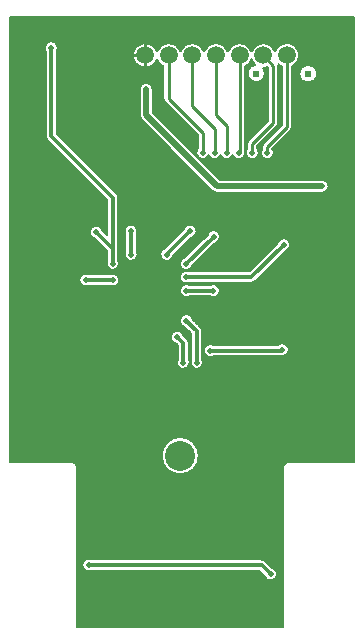
<source format=gbl>
%FSLAX23Y23*%
%MOIN*%
G70*
G01*
G75*
G04 Layer_Physical_Order=4*
%ADD10C,0.008*%
%ADD11R,0.043X0.039*%
%ADD12R,0.039X0.043*%
%ADD13R,0.039X0.043*%
%ADD14R,0.063X0.071*%
%ADD15R,0.063X0.071*%
%ADD16R,0.016X0.085*%
%ADD17R,0.051X0.059*%
%ADD18R,0.051X0.059*%
%ADD19R,0.057X0.022*%
%ADD20R,0.057X0.022*%
%ADD21R,0.020X0.091*%
%ADD22R,0.012X0.063*%
%ADD23R,0.063X0.012*%
%ADD24R,0.059X0.051*%
%ADD25R,0.016X0.085*%
%ADD26R,0.043X0.142*%
%ADD27R,0.043X0.177*%
%ADD28R,0.043X0.157*%
%ADD29R,0.043X0.118*%
%ADD30R,0.012X0.063*%
%ADD31R,0.063X0.012*%
%ADD32R,0.043X0.039*%
%ADD33R,0.079X0.098*%
%ADD34R,0.020X0.091*%
%ADD35C,0.014*%
%ADD36C,0.010*%
%ADD37C,0.020*%
%ADD38C,0.012*%
%ADD39C,0.020*%
%ADD40C,0.011*%
%ADD41C,0.100*%
%ADD42C,0.024*%
%ADD43C,0.020*%
%ADD44C,0.059*%
D10*
X2291Y3244D02*
G03*
X2291Y3206I-11J-19D01*
G01*
X2241Y3551D02*
G03*
X2224Y3568I-17J0D01*
G01*
X2241Y3551D02*
G03*
X2224Y3568I-17J0D01*
G01*
X2281Y4194D02*
G03*
X2281Y4156I-11J-19D01*
G01*
X2349D02*
G03*
X2382Y4175I11J19D01*
G01*
G03*
X2349Y4194I-22J0D01*
G01*
X2341Y4241D02*
G03*
X2382Y4230I19J-11D01*
G01*
G03*
X2379Y4241I-22J0D01*
G01*
X2402Y4271D02*
G03*
X2443Y4260I19J-11D01*
G01*
G03*
X2440Y4271I-22J0D01*
G01*
X2647Y3590D02*
G03*
X2647Y3590I-62J0D01*
G01*
X2596Y3991D02*
G03*
X2569Y3964I-21J-6D01*
G01*
X2576Y3911D02*
G03*
X2617Y3900I19J-11D01*
G01*
X2626Y4046D02*
G03*
X2599Y4019I-21J-6D01*
G01*
X2616Y4159D02*
G03*
X2615Y4121I-11J-19D01*
G01*
X2532Y4280D02*
G03*
X2561Y4256I8J-20D01*
G01*
X2616Y4204D02*
G03*
X2616Y4166I-11J-19D01*
G01*
X2599Y4251D02*
G03*
X2626Y4224I6J-21D01*
G01*
X2326Y4341D02*
G03*
X2299Y4314I-21J-6D01*
G01*
X2443Y4339D02*
G03*
X2402Y4328I-22J0D01*
G01*
X2440D02*
G03*
X2443Y4339I-19J11D01*
G01*
X2379Y4450D02*
G03*
X2373Y4463I-19J0D01*
G01*
X2379Y4450D02*
G03*
X2373Y4463I-19J0D01*
G01*
X2136Y4655D02*
G03*
X2142Y4642I19J0D01*
G01*
X2136Y4655D02*
G03*
X2142Y4642I19J0D01*
G01*
X2177Y4950D02*
G03*
X2136Y4939I-22J0D01*
G01*
X2174D02*
G03*
X2177Y4950I-19J11D01*
G01*
X2450Y4724D02*
G03*
X2456Y4708I22J0D01*
G01*
X2450Y4724D02*
G03*
X2456Y4708I22J0D01*
G01*
X2493Y4811D02*
G03*
X2450Y4811I-22J0D01*
G01*
X2493D02*
G03*
X2450Y4811I-22J0D01*
G01*
X2507Y4937D02*
G03*
X2507Y4911I-39J-13D01*
G01*
X2529Y4779D02*
G03*
X2534Y4767I17J0D01*
G01*
X2529Y4779D02*
G03*
X2534Y4767I17J0D01*
G01*
X2507Y4911D02*
G03*
X2529Y4886I39J13D01*
G01*
X2586Y4937D02*
G03*
X2507Y4937I-39J-13D01*
G01*
X2664D02*
G03*
X2586Y4937I-39J-13D01*
G01*
X2617Y3900D02*
G03*
X2614Y3911I-22J0D01*
G01*
Y3965D02*
G03*
X2608Y3978I-19J0D01*
G01*
X2614Y3965D02*
G03*
X2608Y3978I-19J0D01*
G01*
X2621Y3911D02*
G03*
X2662Y3900I19J-11D01*
G01*
G03*
X2659Y3911I-22J0D01*
G01*
X2696Y3959D02*
G03*
X2696Y3921I-11J-19D01*
G01*
X2659Y4005D02*
G03*
X2653Y4018I-19J0D01*
G01*
X2659Y4005D02*
G03*
X2653Y4018I-19J0D01*
G01*
X2624Y4318D02*
G03*
X2640Y4339I-6J21D01*
G01*
X2718Y4320D02*
G03*
X2676Y4326I-22J0D01*
G01*
X2684Y4121D02*
G03*
X2717Y4140I11J19D01*
G01*
G03*
X2684Y4159I-22J0D01*
G01*
X2702Y4299D02*
G03*
X2718Y4320I-6J21D01*
G01*
X2822Y4166D02*
G03*
X2836Y4172I0J19D01*
G01*
X2822Y4166D02*
G03*
X2836Y4172I0J19D01*
G01*
X2865Y3189D02*
G03*
X2908Y3195I21J6D01*
G01*
G03*
X2892Y3216I-22J0D01*
G01*
X2870Y3238D02*
G03*
X2856Y3244I-13J-13D01*
G01*
X2870Y3238D02*
G03*
X2856Y3244I-13J-13D01*
G01*
X2945Y3568D02*
G03*
X2928Y3551I0J-17D01*
G01*
X2945Y3568D02*
G03*
X2928Y3551I0J-17D01*
G01*
X2922Y3921D02*
G03*
X2947Y3943I3J22D01*
G01*
G03*
X2911Y3959I-22J0D01*
G01*
X2952Y4293D02*
G03*
X2909Y4298I-22J0D01*
G01*
X2936Y4272D02*
G03*
X2952Y4293I-6J21D01*
G01*
X2640Y4339D02*
G03*
X2597Y4345I-22J0D01*
G01*
X2692Y4472D02*
G03*
X2707Y4466I15J15D01*
G01*
X2692Y4472D02*
G03*
X2707Y4466I15J15D01*
G01*
X2643Y4614D02*
G03*
X2680Y4591I17J-14D01*
G01*
G03*
X2720Y4591I20J9D01*
G01*
G03*
X2760Y4591I20J9D01*
G01*
G03*
X2802Y4600I20J9D01*
G01*
G03*
X2800Y4610I-22J0D01*
G01*
X2808Y4614D02*
G03*
X2847Y4600I17J-14D01*
G01*
G03*
X2842Y4614I-22J0D01*
G01*
X2813Y4642D02*
G03*
X2808Y4630I12J-12D01*
G01*
X2813Y4642D02*
G03*
X2808Y4630I12J-12D01*
G01*
X2863Y4632D02*
G03*
X2858Y4620I12J-12D01*
G01*
X2863Y4632D02*
G03*
X2858Y4620I12J-12D01*
G01*
X2743Y4937D02*
G03*
X2664Y4937I-39J-13D01*
G01*
X2822D02*
G03*
X2743Y4937I-39J-13D01*
G01*
X2834Y4893D02*
G03*
X2868Y4863I4J-29D01*
G01*
X2800Y4886D02*
G03*
X2822Y4911I-17J38D01*
G01*
X2822D02*
G03*
X2834Y4893I39J13D01*
G01*
X2868Y4863D02*
G03*
X2861Y4882I-30J0D01*
G01*
G03*
X2876Y4885I0J42D01*
G01*
X2858Y4614D02*
G03*
X2897Y4600I17J-14D01*
G01*
G03*
X2892Y4613I-22J0D01*
G01*
X2907Y4688D02*
G03*
X2912Y4700I-12J12D01*
G01*
X2907Y4688D02*
G03*
X2912Y4700I-12J12D01*
G01*
X3058Y4466D02*
G03*
X3080Y4488I0J22D01*
G01*
X3058Y4466D02*
G03*
X3080Y4488I0J22D01*
G01*
G03*
X3058Y4510I-22J0D01*
G01*
X3080Y4488D02*
G03*
X3058Y4510I-22J0D01*
G01*
X2952Y4673D02*
G03*
X2957Y4685I-12J12D01*
G01*
X2952Y4673D02*
G03*
X2957Y4685I-12J12D01*
G01*
X2901Y4937D02*
G03*
X2822Y4937I-39J-13D01*
G01*
X2912Y4894D02*
G03*
X2923Y4886I28J30D01*
G01*
X2957D02*
G03*
X2982Y4924I-17J38D01*
G01*
G03*
X2901Y4937I-42J0D01*
G01*
X3041Y4863D02*
G03*
X3041Y4863I-30J0D01*
G01*
X2241Y3208D02*
X2266D01*
X2241Y3211D02*
X2263D01*
X2241Y3213D02*
X2262D01*
X2241Y3212D02*
X2262D01*
X2241Y3215D02*
X2261D01*
X2241Y3207D02*
X2268D01*
X2241Y3206D02*
X2269D01*
X2241Y3205D02*
X2271D01*
X2241Y3210D02*
X2264D01*
X2241Y3209D02*
X2265D01*
X2241Y3217D02*
X2260D01*
X2241Y3216D02*
X2260D01*
X2241Y3218D02*
X2259D01*
X2241Y3220D02*
X2259D01*
X2241Y3219D02*
X2259D01*
X2241Y3214D02*
X2261D01*
X2241Y3221D02*
X2259D01*
X2241Y3223D02*
X2258D01*
X2241Y3222D02*
X2258D01*
X2241Y3225D02*
X2258D01*
X2263Y3017D02*
Y3211D01*
X2262Y3017D02*
Y3213D01*
X2260Y3017D02*
Y3216D01*
X2261Y3017D02*
Y3214D01*
X2259Y3017D02*
Y3219D01*
X2264Y3017D02*
Y3210D01*
X2268Y3017D02*
Y3207D01*
X2266Y3017D02*
Y3208D01*
X2265Y3017D02*
Y3209D01*
X2267Y3017D02*
Y3207D01*
X2241Y3224D02*
X2258D01*
X2241Y3226D02*
X2258D01*
X2241Y3228D02*
X2258D01*
X2241Y3227D02*
X2258D01*
X2241Y3230D02*
X2259D01*
X2270Y3017D02*
Y3206D01*
X2269Y3017D02*
Y3206D01*
X2271Y3017D02*
Y3205D01*
X2241Y3229D02*
X2259D01*
X2273Y3017D02*
Y3204D01*
X2272Y3017D02*
Y3205D01*
X2241Y3017D02*
Y3551D01*
X2255Y3017D02*
Y4159D01*
X2250Y3017D02*
Y4166D01*
X2251Y3017D02*
Y4164D01*
X2249Y3017D02*
Y4169D01*
X2241Y3231D02*
X2259D01*
X2241Y3233D02*
X2260D01*
X2241Y3232D02*
X2259D01*
X2241Y3234D02*
X2260D01*
X2241Y3236D02*
X2261D01*
X2241Y3235D02*
X2261D01*
X2241Y3238D02*
X2262D01*
X2241Y3237D02*
X2262D01*
X2241Y3239D02*
X2263D01*
X2241Y3240D02*
X2264D01*
X2241Y3241D02*
X2265D01*
X2241Y3242D02*
X2266D01*
X2241Y3243D02*
X2268D01*
X2241Y3244D02*
X2269D01*
X2241Y3245D02*
X2271D01*
X2254Y3017D02*
Y4160D01*
X2258Y3017D02*
Y4157D01*
X2253Y3017D02*
Y4161D01*
X2252Y3017D02*
Y4163D01*
X2256Y3017D02*
Y4158D01*
X2257Y3017D02*
Y4157D01*
X2259Y3231D02*
Y4156D01*
X2260Y3234D02*
Y4156D01*
X2261Y3236D02*
Y4155D01*
X2262Y3237D02*
Y4155D01*
X2264Y3240D02*
Y4154D01*
X2265Y3241D02*
Y4154D01*
X2263Y3239D02*
Y4154D01*
X2266Y3242D02*
Y4154D01*
X2268Y3243D02*
Y4153D01*
X2267Y3243D02*
Y4153D01*
X2270Y3244D02*
Y4153D01*
X2269Y3244D02*
Y4153D01*
X2271Y3245D02*
Y4153D01*
X2273Y3246D02*
Y4153D01*
X2272Y3245D02*
Y4153D01*
X2276Y3017D02*
Y3204D01*
X2275Y3017D02*
Y3204D01*
X2274Y3017D02*
Y3204D01*
X2278Y3017D02*
Y3203D01*
X2277Y3017D02*
Y3203D01*
X2279Y3017D02*
Y3203D01*
X2281Y3017D02*
Y3203D01*
X2280Y3017D02*
Y3203D01*
X2283Y3017D02*
Y3203D01*
X2282Y3017D02*
Y3203D01*
X2284Y3017D02*
Y3204D01*
X2285Y3017D02*
Y3204D01*
X2241Y3204D02*
X2274D01*
X2286Y3017D02*
Y3204D01*
X2287Y3017D02*
Y3204D01*
X2289Y3017D02*
Y3205D01*
X2288Y3017D02*
Y3205D01*
X2291Y3017D02*
Y3206D01*
X2290Y3017D02*
Y3206D01*
X2293Y3017D02*
Y3206D01*
X2292Y3017D02*
Y3206D01*
X2294Y3017D02*
Y3206D01*
X2296Y3017D02*
Y3206D01*
X2295Y3017D02*
Y3206D01*
X2297Y3017D02*
Y3206D01*
X2299Y3017D02*
Y3206D01*
X2298Y3017D02*
Y3206D01*
X2301Y3017D02*
Y3206D01*
X2300Y3017D02*
Y3206D01*
X2302Y3017D02*
Y3206D01*
X2304Y3017D02*
Y3206D01*
X2303Y3017D02*
Y3206D01*
X2306Y3017D02*
Y3206D01*
X2305Y3017D02*
Y3206D01*
X2307Y3017D02*
Y3206D01*
X2309Y3017D02*
Y3206D01*
X2308Y3017D02*
Y3206D01*
X2310Y3017D02*
Y3206D01*
X2312Y3017D02*
Y3206D01*
X2311Y3017D02*
Y3206D01*
X2314Y3017D02*
Y3206D01*
X2291Y3244D02*
Y4156D01*
X2290Y3244D02*
Y4156D01*
X2293Y3244D02*
Y4156D01*
X2292Y3244D02*
Y4156D01*
X2294Y3244D02*
Y4156D01*
X2296Y3244D02*
Y4156D01*
X2295Y3244D02*
Y4156D01*
X2297Y3244D02*
Y4156D01*
X2299Y3244D02*
Y4156D01*
X2241Y3246D02*
X2274D01*
X2274Y3246D02*
Y4154D01*
X2276Y3246D02*
Y4154D01*
X2298Y3244D02*
Y4156D01*
X2301Y3244D02*
Y4156D01*
X2300Y3244D02*
Y4156D01*
X2302Y3244D02*
Y4156D01*
X2304Y3244D02*
Y4156D01*
X2303Y3244D02*
Y4156D01*
X2306Y3244D02*
Y4156D01*
X2313Y3017D02*
Y3206D01*
X2315Y3017D02*
Y3206D01*
X2305Y3244D02*
Y4156D01*
X2307Y3244D02*
Y4156D01*
X2309Y3244D02*
Y4156D01*
X2317Y3017D02*
Y3206D01*
X2316Y3017D02*
Y3206D01*
X2319Y3017D02*
Y3206D01*
X2318Y3017D02*
Y3206D01*
X2320Y3017D02*
Y3206D01*
X2308Y3244D02*
Y4156D01*
X2310Y3244D02*
Y4156D01*
X2312Y3244D02*
Y4156D01*
X2311Y3244D02*
Y4156D01*
X2314Y3244D02*
Y4156D01*
X2313Y3244D02*
Y4156D01*
X2315Y3244D02*
Y4156D01*
X2317Y3244D02*
Y4156D01*
X2316Y3244D02*
Y4156D01*
X2319Y3244D02*
Y4156D01*
X2318Y3244D02*
Y4156D01*
X2017Y3568D02*
X2224D01*
X2017Y3572D02*
X2526D01*
X2017Y3574D02*
X2525D01*
X2017Y3573D02*
X2525D01*
X2017Y3575D02*
X2525D01*
X2017Y3577D02*
X2524D01*
X2017Y3576D02*
X2525D01*
X2017Y3578D02*
X2524D01*
X2017Y3580D02*
X2524D01*
X2017Y3579D02*
X2524D01*
X2017Y4157D02*
X2258D01*
X2017Y4156D02*
X2259D01*
X2017Y4158D02*
X2256D01*
X2017Y4160D02*
X2254D01*
X2017Y4159D02*
X2255D01*
X2017Y3582D02*
X2524D01*
X2017Y3581D02*
X2524D01*
X2017Y3584D02*
X2523D01*
X2017Y4154D02*
X2264D01*
X2017Y4155D02*
X2261D01*
X2275Y3246D02*
Y4154D01*
X2278Y3247D02*
Y4155D01*
X2277Y3247D02*
Y4154D01*
X2279Y3247D02*
Y4155D01*
X2281Y3247D02*
Y4156D01*
X2280Y3247D02*
Y4156D01*
X2283Y3247D02*
Y4156D01*
X2282Y3247D02*
Y4156D01*
X2284Y3246D02*
Y4156D01*
X2286Y3246D02*
Y4156D01*
X2017Y4162D02*
X2252D01*
X2285Y3246D02*
Y4156D01*
X2287Y3246D02*
Y4156D01*
X2276Y4154D02*
X2354D01*
X2289Y3245D02*
Y4156D01*
X2288Y3245D02*
Y4156D01*
X2279Y4155D02*
X2351D01*
X2281Y4156D02*
X2349D01*
X2281D02*
X2349D01*
X2017Y4167D02*
X2250D01*
X2017Y4166D02*
X2250D01*
X2017Y4168D02*
X2249D01*
X2017Y4170D02*
X2249D01*
X2017Y4169D02*
X2249D01*
X2017Y4161D02*
X2253D01*
X2017Y4164D02*
X2251D01*
X2017Y4163D02*
X2252D01*
X2017Y4165D02*
X2251D01*
X2017Y4172D02*
X2248D01*
X2017Y4171D02*
X2249D01*
X2017Y4173D02*
X2248D01*
X2017Y4175D02*
X2248D01*
X2017Y4174D02*
X2248D01*
X2017Y4177D02*
X2248D01*
X2017Y4176D02*
X2248D01*
X2017Y4178D02*
X2248D01*
X2017Y4180D02*
X2249D01*
X2017Y4179D02*
X2249D01*
X2017Y4181D02*
X2249D01*
X2017Y4183D02*
X2250D01*
X2017Y4182D02*
X2249D01*
X2017Y4184D02*
X2250D01*
X2017Y4185D02*
X2251D01*
X2017Y4187D02*
X2252D01*
X2017Y4186D02*
X2251D01*
X2017Y4188D02*
X2252D01*
X2017Y4189D02*
X2253D01*
X2017Y4190D02*
X2254D01*
X2017Y4191D02*
X2255D01*
X2017Y4192D02*
X2256D01*
X2017Y4193D02*
X2258D01*
X2017Y4194D02*
X2259D01*
X2017Y4195D02*
X2261D01*
X2017Y4196D02*
X2264D01*
X2281Y4194D02*
X2349D01*
X2279Y4195D02*
X2351D01*
X2017Y4209D02*
X2354D01*
X2281Y4194D02*
X2349D01*
X2276Y4196D02*
X2354D01*
X2017Y3569D02*
X2527D01*
X2234Y3565D02*
X2528D01*
X2017Y3583D02*
X2523D01*
X2227Y3568D02*
X2527D01*
X2017Y3585D02*
X2523D01*
X2231Y3567D02*
X2527D01*
X2238Y3561D02*
X2530D01*
X2017Y3570D02*
X2526D01*
X2233Y3566D02*
X2528D01*
X2017Y3571D02*
X2526D01*
X2017Y3587D02*
X2523D01*
X2017Y3586D02*
X2523D01*
X2017Y3588D02*
X2523D01*
X2017Y3590D02*
X2523D01*
X2017Y3589D02*
X2523D01*
X2017Y3592D02*
X2523D01*
X2017Y3591D02*
X2523D01*
X2017Y3593D02*
X2523D01*
X2017Y3595D02*
X2523D01*
X2017Y3594D02*
X2523D01*
X2241Y3546D02*
X2541D01*
X2241Y3549D02*
X2538D01*
X2241Y3551D02*
X2537D01*
X2241Y3550D02*
X2538D01*
X2241Y3552D02*
X2536D01*
X2241Y3544D02*
X2543D01*
X2241Y3543D02*
X2545D01*
X2241Y3548D02*
X2539D01*
X2241Y3545D02*
X2542D01*
X2241Y3547D02*
X2540D01*
X2240Y3559D02*
X2531D01*
X2240Y3558D02*
X2532D01*
X2236Y3564D02*
X2529D01*
X2238Y3562D02*
X2530D01*
X2239Y3560D02*
X2531D01*
X2241Y3554D02*
X2535D01*
X2241Y3553D02*
X2535D01*
X2241Y3556D02*
X2533D01*
X2237Y3563D02*
X2529D01*
X2241Y3555D02*
X2534D01*
X2240Y3557D02*
X2533D01*
X2017Y3597D02*
X2523D01*
X2017Y3596D02*
X2523D01*
X2017Y3598D02*
X2524D01*
X2017Y3600D02*
X2524D01*
X2017Y3599D02*
X2524D01*
X2017Y3601D02*
X2524D01*
X2017Y3603D02*
X2524D01*
X2017Y3602D02*
X2524D01*
X2017Y3605D02*
X2525D01*
X2017Y3604D02*
X2525D01*
X2017Y3607D02*
X2525D01*
X2017Y3606D02*
X2525D01*
X2017Y3608D02*
X2526D01*
X2017Y3610D02*
X2526D01*
X2017Y3609D02*
X2526D01*
X2017Y3611D02*
X2527D01*
X2017Y3613D02*
X2527D01*
X2017Y3612D02*
X2527D01*
X2017Y3615D02*
X2528D01*
X2017Y3614D02*
X2528D01*
X2017Y3616D02*
X2529D01*
X2017Y3618D02*
X2530D01*
X2017Y3617D02*
X2529D01*
X2017Y3620D02*
X2531D01*
X2017Y3619D02*
X2530D01*
X2017Y3621D02*
X2531D01*
X2017Y3622D02*
X2532D01*
X2017Y3623D02*
X2533D01*
X2017Y3624D02*
X2533D01*
X2017Y3626D02*
X2535D01*
X2017Y3625D02*
X2534D01*
X2017Y3627D02*
X2535D01*
X2017Y3628D02*
X2536D01*
X2017Y3629D02*
X2537D01*
X2017Y3631D02*
X2538D01*
X2017Y3630D02*
X2538D01*
X2017Y3633D02*
X2540D01*
X2017Y3632D02*
X2539D01*
X2017Y3634D02*
X2541D01*
X2017Y3636D02*
X2543D01*
X2017Y3635D02*
X2542D01*
X2017Y3637D02*
X2545D01*
X2322Y3017D02*
Y3206D01*
X2321Y3017D02*
Y3206D01*
X2323Y3017D02*
Y3206D01*
X2325Y3017D02*
Y3206D01*
X2324Y3017D02*
Y3206D01*
X2327Y3017D02*
Y3206D01*
X2326Y3017D02*
Y3206D01*
X2329Y3017D02*
Y3206D01*
X2328Y3017D02*
Y3206D01*
X2330Y3017D02*
Y3206D01*
X2332Y3017D02*
Y3206D01*
X2331Y3017D02*
Y3206D01*
X2333Y3017D02*
Y3206D01*
X2335Y3017D02*
Y3206D01*
X2334Y3017D02*
Y3206D01*
X2337Y3017D02*
Y3206D01*
X2336Y3017D02*
Y3206D01*
X2338Y3017D02*
Y3206D01*
X2340Y3017D02*
Y3206D01*
X2339Y3017D02*
Y3206D01*
X2342Y3017D02*
Y3206D01*
X2341Y3017D02*
Y3206D01*
X2343Y3017D02*
Y3206D01*
X2345Y3017D02*
Y3206D01*
X2344Y3017D02*
Y3206D01*
X2346Y3017D02*
Y3206D01*
X2348Y3017D02*
Y3206D01*
X2347Y3017D02*
Y3206D01*
X2350Y3017D02*
Y3206D01*
X2349Y3017D02*
Y3206D01*
X2352Y3017D02*
Y3206D01*
X2351Y3017D02*
Y3206D01*
X2353Y3017D02*
Y3206D01*
X2355Y3017D02*
Y3206D01*
X2354Y3017D02*
Y3206D01*
X2356Y3017D02*
Y3206D01*
X2358Y3017D02*
Y3206D01*
X2357Y3017D02*
Y3206D01*
X2360Y3017D02*
Y3206D01*
X2359Y3017D02*
Y3206D01*
X2361Y3017D02*
Y3206D01*
X2363Y3017D02*
Y3206D01*
X2362Y3017D02*
Y3206D01*
X2365Y3017D02*
Y3206D01*
X2364Y3017D02*
Y3206D01*
X2366Y3017D02*
Y3206D01*
X2368Y3017D02*
Y3206D01*
X2367Y3017D02*
Y3206D01*
X2369Y3017D02*
Y3206D01*
X2371Y3017D02*
Y3206D01*
X2370Y3017D02*
Y3206D01*
X2373Y3017D02*
Y3206D01*
X2372Y3017D02*
Y3206D01*
X2374Y3017D02*
Y3206D01*
X2376Y3017D02*
Y3206D01*
X2375Y3017D02*
Y3206D01*
X2378Y3017D02*
Y3206D01*
X2377Y3017D02*
Y3206D01*
X2379Y3017D02*
Y3206D01*
X2381Y3017D02*
Y3206D01*
X2380Y3017D02*
Y3206D01*
X2382Y3017D02*
Y3206D01*
X2384Y3017D02*
Y3206D01*
X2383Y3017D02*
Y3206D01*
X2386Y3017D02*
Y3206D01*
X2385Y3017D02*
Y3206D01*
X2388Y3017D02*
Y3206D01*
X2387Y3017D02*
Y3206D01*
X2389Y3017D02*
Y3206D01*
X2391Y3017D02*
Y3206D01*
X2390Y3017D02*
Y3206D01*
X2392Y3017D02*
Y3206D01*
X2394Y3017D02*
Y3206D01*
X2393Y3017D02*
Y3206D01*
X2396Y3017D02*
Y3206D01*
X2395Y3017D02*
Y3206D01*
X2397Y3017D02*
Y3206D01*
X2399Y3017D02*
Y3206D01*
X2398Y3017D02*
Y3206D01*
X2401Y3017D02*
Y3206D01*
X2400Y3017D02*
Y3206D01*
X2402Y3017D02*
Y3206D01*
X2404Y3017D02*
Y3206D01*
X2403Y3017D02*
Y3206D01*
X2405Y3017D02*
Y3206D01*
X2407Y3017D02*
Y3206D01*
X2406Y3017D02*
Y3206D01*
X2409Y3017D02*
Y3206D01*
X2408Y3017D02*
Y3206D01*
X2411Y3017D02*
Y3206D01*
X2410Y3017D02*
Y3206D01*
X2412Y3017D02*
Y3206D01*
X2414Y3017D02*
Y3206D01*
X2413Y3017D02*
Y3206D01*
X2415Y3017D02*
Y3206D01*
X2417Y3017D02*
Y3206D01*
X2416Y3017D02*
Y3206D01*
X2419Y3017D02*
Y3206D01*
X2418Y3017D02*
Y3206D01*
X2420Y3017D02*
Y3206D01*
X2422Y3017D02*
Y3206D01*
X2421Y3017D02*
Y3206D01*
X2424Y3017D02*
Y3206D01*
X2423Y3017D02*
Y3206D01*
X2425Y3017D02*
Y3206D01*
X2427Y3017D02*
Y3206D01*
X2426Y3017D02*
Y3206D01*
X2428Y3017D02*
Y3206D01*
X2430Y3017D02*
Y3206D01*
X2429Y3017D02*
Y3206D01*
X2432Y3017D02*
Y3206D01*
X2431Y3017D02*
Y3206D01*
X2433Y3017D02*
Y3206D01*
X2435Y3017D02*
Y3206D01*
X2434Y3017D02*
Y3206D01*
X2437Y3017D02*
Y3206D01*
X2436Y3017D02*
Y3206D01*
X2438Y3017D02*
Y3206D01*
X2440Y3017D02*
Y3206D01*
X2439Y3017D02*
Y3206D01*
X2441Y3017D02*
Y3206D01*
X2443Y3017D02*
Y3206D01*
X2442Y3017D02*
Y3206D01*
X2445Y3017D02*
Y3206D01*
X2444Y3017D02*
Y3206D01*
X2447Y3017D02*
Y3206D01*
X2446Y3017D02*
Y3206D01*
X2448Y3017D02*
Y3206D01*
X2450Y3017D02*
Y3206D01*
X2449Y3017D02*
Y3206D01*
X2451Y3017D02*
Y3206D01*
X2453Y3017D02*
Y3206D01*
X2452Y3017D02*
Y3206D01*
X2455Y3017D02*
Y3206D01*
X2454Y3017D02*
Y3206D01*
X2456Y3017D02*
Y3206D01*
X2458Y3017D02*
Y3206D01*
X2457Y3017D02*
Y3206D01*
X2460Y3017D02*
Y3206D01*
X2459Y3017D02*
Y3206D01*
X2461Y3017D02*
Y3206D01*
X2463Y3017D02*
Y3206D01*
X2462Y3017D02*
Y3206D01*
X2464Y3017D02*
Y3206D01*
X2466Y3017D02*
Y3206D01*
X2465Y3017D02*
Y3206D01*
X2468Y3017D02*
Y3206D01*
X2467Y3017D02*
Y3206D01*
X2469Y3017D02*
Y3206D01*
X2471Y3017D02*
Y3206D01*
X2470Y3017D02*
Y3206D01*
X2473Y3017D02*
Y3206D01*
X2472Y3017D02*
Y3206D01*
X2474Y3017D02*
Y3206D01*
X2476Y3017D02*
Y3206D01*
X2475Y3017D02*
Y3206D01*
X2477Y3017D02*
Y3206D01*
X2479Y3017D02*
Y3206D01*
X2478Y3017D02*
Y3206D01*
X2481Y3017D02*
Y3206D01*
X2480Y3017D02*
Y3206D01*
X2483Y3017D02*
Y3206D01*
X2482Y3017D02*
Y3206D01*
X2484Y3017D02*
Y3206D01*
X2486Y3017D02*
Y3206D01*
X2320Y3244D02*
Y4156D01*
X2322Y3244D02*
Y4156D01*
X2321Y3244D02*
Y4156D01*
X2323Y3244D02*
Y4156D01*
X2325Y3244D02*
Y4156D01*
X2324Y3244D02*
Y4156D01*
X2327Y3244D02*
Y4156D01*
X2326Y3244D02*
Y4156D01*
X2329Y3244D02*
Y4156D01*
X2328Y3244D02*
Y4156D01*
X2330Y3244D02*
Y4156D01*
X2332Y3244D02*
Y4156D01*
X2331Y3244D02*
Y4156D01*
X2333Y3244D02*
Y4156D01*
X2335Y3244D02*
Y4156D01*
X2334Y3244D02*
Y4156D01*
X2337Y3244D02*
Y4156D01*
X2336Y3244D02*
Y4156D01*
X2338Y3244D02*
Y4156D01*
X2340Y3244D02*
Y4156D01*
X2355Y3244D02*
Y4154D01*
X2485Y3017D02*
Y3206D01*
X2339Y3244D02*
Y4156D01*
X2342Y3244D02*
Y4156D01*
X2354Y3244D02*
Y4154D01*
X2487Y3017D02*
Y3206D01*
X2489Y3017D02*
Y3206D01*
X2488Y3017D02*
Y3206D01*
X2491Y3017D02*
Y3206D01*
X2490Y3017D02*
Y3206D01*
X2356Y3244D02*
Y4154D01*
X2358Y3244D02*
Y4153D01*
X2357Y3244D02*
Y4153D01*
X2360Y3244D02*
Y4153D01*
X2359Y3244D02*
Y4153D01*
X2361Y3244D02*
Y4153D01*
X2363Y3244D02*
Y4153D01*
X2362Y3244D02*
Y4153D01*
X2365Y3244D02*
Y4154D01*
X2364Y3244D02*
Y4154D01*
X2366Y3244D02*
Y4154D01*
X2341Y3244D02*
Y4156D01*
X2343Y3244D02*
Y4156D01*
X2345Y3244D02*
Y4156D01*
X2344Y3244D02*
Y4156D01*
X2346Y3244D02*
Y4156D01*
X2348Y3244D02*
Y4156D01*
X2347Y3244D02*
Y4156D01*
X2350Y3244D02*
Y4156D01*
X2349Y3244D02*
Y4156D01*
X2352Y3244D02*
Y4155D01*
X2351Y3244D02*
Y4155D01*
X2353Y3244D02*
Y4154D01*
X2352Y4195D02*
Y4210D01*
X2353Y4196D02*
Y4209D01*
X2355Y4196D02*
Y4209D01*
X2354Y4196D02*
Y4209D01*
X2356Y4196D02*
Y4209D01*
X2358Y4197D02*
Y4208D01*
X2368Y3244D02*
Y4155D01*
X2367Y3244D02*
Y4154D01*
X2369Y3244D02*
Y4155D01*
X2371Y3244D02*
Y4156D01*
X2370Y3244D02*
Y4156D01*
X2373Y3244D02*
Y4157D01*
X2372Y3244D02*
Y4157D01*
X2374Y3244D02*
Y4158D01*
X2376Y3244D02*
Y4160D01*
X2375Y3244D02*
Y4159D01*
X2357Y4197D02*
Y4208D01*
X2360Y4197D02*
Y4208D01*
X2359Y4197D02*
Y4208D01*
X2361Y4197D02*
Y4208D01*
X2363Y4197D02*
Y4208D01*
X2378Y3244D02*
Y4163D01*
X2377Y3244D02*
Y4161D01*
X2379Y3244D02*
Y4164D01*
X2362Y4197D02*
Y4208D01*
X2380Y3244D02*
Y4166D01*
X2381Y3244D02*
Y4169D01*
X2492Y3017D02*
Y3206D01*
X2494Y3017D02*
Y3206D01*
X2493Y3017D02*
Y3206D01*
X2496Y3017D02*
Y3206D01*
X2495Y3017D02*
Y3206D01*
X2497Y3017D02*
Y3206D01*
X2499Y3017D02*
Y3206D01*
X2498Y3017D02*
Y3206D01*
X2500Y3017D02*
Y3206D01*
X2502Y3017D02*
Y3206D01*
X2501Y3017D02*
Y3206D01*
X2504Y3017D02*
Y3206D01*
X2503Y3017D02*
Y3206D01*
X2506Y3017D02*
Y3206D01*
X2505Y3017D02*
Y3206D01*
X2507Y3017D02*
Y3206D01*
X2509Y3017D02*
Y3206D01*
X2508Y3017D02*
Y3206D01*
X2510Y3017D02*
Y3206D01*
X2512Y3017D02*
Y3206D01*
X2511Y3017D02*
Y3206D01*
X2514Y3017D02*
Y3206D01*
X2513Y3017D02*
Y3206D01*
X2515Y3017D02*
Y3206D01*
X2517Y3017D02*
Y3206D01*
X2516Y3017D02*
Y3206D01*
X2519Y3017D02*
Y3206D01*
X2518Y3017D02*
Y3206D01*
X2520Y3017D02*
Y3206D01*
X2522Y3017D02*
Y3206D01*
X2521Y3017D02*
Y3206D01*
X2523Y3017D02*
Y3206D01*
X2525Y3017D02*
Y3206D01*
X2524Y3017D02*
Y3206D01*
X2527Y3017D02*
Y3206D01*
X2526Y3017D02*
Y3206D01*
X2528Y3017D02*
Y3206D01*
X2530Y3017D02*
Y3206D01*
X2529Y3017D02*
Y3206D01*
X2532Y3017D02*
Y3206D01*
X2531Y3017D02*
Y3206D01*
X2533Y3017D02*
Y3206D01*
X2535Y3017D02*
Y3206D01*
X2523Y3244D02*
Y3590D01*
X2527Y3244D02*
Y3568D01*
X2526Y3244D02*
Y3571D01*
X2534Y3017D02*
Y3206D01*
X2536Y3017D02*
Y3206D01*
X2538Y3017D02*
Y3206D01*
X2537Y3017D02*
Y3206D01*
X2540Y3017D02*
Y3206D01*
X2530Y3244D02*
Y3561D01*
X2529Y3244D02*
Y3563D01*
X2525Y3244D02*
Y3574D01*
X2524Y3244D02*
Y3579D01*
X2528Y3244D02*
Y3566D01*
X2532Y3244D02*
Y3558D01*
X2535Y3244D02*
Y3553D01*
X2536Y3244D02*
Y3552D01*
X2533Y3244D02*
Y3556D01*
X2531Y3244D02*
Y3560D01*
X2534Y3244D02*
Y3555D01*
X2539Y3017D02*
Y3206D01*
X2542Y3017D02*
Y3206D01*
X2540Y3244D02*
Y3547D01*
X2541Y3017D02*
Y3206D01*
X2543Y3017D02*
Y3206D01*
X2545Y3017D02*
Y3206D01*
X2544Y3017D02*
Y3206D01*
X2546Y3017D02*
Y3206D01*
X2548Y3017D02*
Y3206D01*
X2547Y3017D02*
Y3206D01*
X2542Y3244D02*
Y3545D01*
X2541Y3244D02*
Y3546D01*
X2538Y3244D02*
Y3550D01*
X2537Y3244D02*
Y3551D01*
X2539Y3244D02*
Y3548D01*
X2543Y3244D02*
Y3544D01*
X2548Y3244D02*
Y3540D01*
X2547Y3244D02*
Y3541D01*
X2545Y3244D02*
Y3543D01*
X2544Y3244D02*
Y3543D01*
X2546Y3244D02*
Y3542D01*
X2017Y3568D02*
Y5053D01*
Y3568D02*
Y5053D01*
X2019Y3568D02*
Y5053D01*
X2018Y3568D02*
Y5053D01*
X2021Y3568D02*
Y5053D01*
X2020Y3568D02*
Y5053D01*
X2022Y3568D02*
Y5053D01*
X2024Y3568D02*
Y5053D01*
X2023Y3568D02*
Y5053D01*
X2025Y3568D02*
Y5053D01*
X2027Y3568D02*
Y5053D01*
X2026Y3568D02*
Y5053D01*
X2029Y3568D02*
Y5053D01*
X2028Y3568D02*
Y5053D01*
X2030Y3568D02*
Y5053D01*
X2032Y3568D02*
Y5053D01*
X2031Y3568D02*
Y5053D01*
X2034Y3568D02*
Y5053D01*
X2033Y3568D02*
Y5053D01*
X2035Y3568D02*
Y5053D01*
X2037Y3568D02*
Y5053D01*
X2036Y3568D02*
Y5053D01*
X2038Y3568D02*
Y5053D01*
X2040Y3568D02*
Y5053D01*
X2039Y3568D02*
Y5053D01*
X2042Y3568D02*
Y5053D01*
X2041Y3568D02*
Y5053D01*
X2043Y3568D02*
Y5053D01*
X2045Y3568D02*
Y5053D01*
X2044Y3568D02*
Y5053D01*
X2047Y3568D02*
Y5053D01*
X2046Y3568D02*
Y5053D01*
X2048Y3568D02*
Y5053D01*
X2050Y3568D02*
Y5053D01*
X2049Y3568D02*
Y5053D01*
X2051Y3568D02*
Y5053D01*
X2053Y3568D02*
Y5053D01*
X2052Y3568D02*
Y5053D01*
X2055Y3568D02*
Y5053D01*
X2054Y3568D02*
Y5053D01*
X2057Y3568D02*
Y5053D01*
X2056Y3568D02*
Y5053D01*
X2058Y3568D02*
Y5053D01*
X2060Y3568D02*
Y5053D01*
X2059Y3568D02*
Y5053D01*
X2061Y3568D02*
Y5053D01*
X2063Y3568D02*
Y5053D01*
X2062Y3568D02*
Y5053D01*
X2065Y3568D02*
Y5053D01*
X2064Y3568D02*
Y5053D01*
X2066Y3568D02*
Y5053D01*
X2068Y3568D02*
Y5053D01*
X2067Y3568D02*
Y5053D01*
X2070Y3568D02*
Y5053D01*
X2069Y3568D02*
Y5053D01*
X2071Y3568D02*
Y5053D01*
X2073Y3568D02*
Y5053D01*
X2072Y3568D02*
Y5053D01*
X2074Y3568D02*
Y5053D01*
X2076Y3568D02*
Y5053D01*
X2075Y3568D02*
Y5053D01*
X2078Y3568D02*
Y5053D01*
X2077Y3568D02*
Y5053D01*
X2080Y3568D02*
Y5053D01*
X2079Y3568D02*
Y5053D01*
X2081Y3568D02*
Y5053D01*
X2083Y3568D02*
Y5053D01*
X2082Y3568D02*
Y5053D01*
X2084Y3568D02*
Y5053D01*
X2086Y3568D02*
Y5053D01*
X2085Y3568D02*
Y5053D01*
X2088Y3568D02*
Y5053D01*
X2087Y3568D02*
Y5053D01*
X2089Y3568D02*
Y5053D01*
X2091Y3568D02*
Y5053D01*
X2090Y3568D02*
Y5053D01*
X2093Y3568D02*
Y5053D01*
X2092Y3568D02*
Y5053D01*
X2094Y3568D02*
Y5053D01*
X2096Y3568D02*
Y5053D01*
X2095Y3568D02*
Y5053D01*
X2097Y3568D02*
Y5053D01*
X2142Y3568D02*
Y4641D01*
X2141Y3568D02*
Y4642D01*
X2139Y3568D02*
Y4645D01*
X2140Y3568D02*
Y4643D01*
X2143Y3568D02*
Y4640D01*
X2145Y3568D02*
Y4638D01*
X2148Y3568D02*
Y4635D01*
X2144Y3568D02*
Y4639D01*
X2147Y3568D02*
Y4636D01*
X2146Y3568D02*
Y4637D01*
X2152Y3568D02*
Y4631D01*
X2151Y3568D02*
Y4632D01*
X2150Y3568D02*
Y4633D01*
X2149Y3568D02*
Y4634D01*
X2153Y3568D02*
Y4630D01*
X2158Y3568D02*
Y4625D01*
X2160Y3568D02*
Y4623D01*
X2155Y3568D02*
Y4628D01*
X2154Y3568D02*
Y4629D01*
X2156Y3568D02*
Y4627D01*
X2240Y3558D02*
Y4543D01*
X2243Y3017D02*
Y4540D01*
X2238Y3561D02*
Y4545D01*
X2242Y3017D02*
Y4541D01*
X2241Y3555D02*
Y4542D01*
X2247Y3017D02*
Y4536D01*
X2246Y3017D02*
Y4537D01*
X2245Y3017D02*
Y4538D01*
X2244Y3017D02*
Y4539D01*
X2248Y3017D02*
Y4535D01*
X2161Y3568D02*
Y4622D01*
X2163Y3568D02*
Y4620D01*
X2159Y3568D02*
Y4624D01*
X2157Y3568D02*
Y4626D01*
X2162Y3568D02*
Y4621D01*
X2237Y3563D02*
Y4546D01*
X2239Y3560D02*
Y4544D01*
X2236Y3564D02*
Y4547D01*
X2234Y3565D02*
Y4549D01*
X2233Y3566D02*
Y4550D01*
X2235Y3564D02*
Y4548D01*
X2099Y3568D02*
Y5053D01*
X2098Y3568D02*
Y5053D01*
X2101Y3568D02*
Y5053D01*
X2100Y3568D02*
Y5053D01*
X2102Y3568D02*
Y5053D01*
X2104Y3568D02*
Y5053D01*
X2103Y3568D02*
Y5053D01*
X2106Y3568D02*
Y5053D01*
X2105Y3568D02*
Y5053D01*
X2107Y3568D02*
Y5053D01*
X2109Y3568D02*
Y5053D01*
X2108Y3568D02*
Y5053D01*
X2110Y3568D02*
Y5053D01*
X2112Y3568D02*
Y5053D01*
X2111Y3568D02*
Y5053D01*
X2114Y3568D02*
Y5053D01*
X2113Y3568D02*
Y5053D01*
X2116Y3568D02*
Y5053D01*
X2115Y3568D02*
Y5053D01*
X2117Y3568D02*
Y5053D01*
X2119Y3568D02*
Y5053D01*
X2118Y3568D02*
Y5053D01*
X2120Y3568D02*
Y5053D01*
X2122Y3568D02*
Y5053D01*
X2121Y3568D02*
Y5053D01*
X2124Y3568D02*
Y5053D01*
X2123Y3568D02*
Y5053D01*
X2125Y3568D02*
Y5053D01*
X2127Y3568D02*
Y5053D01*
X2126Y3568D02*
Y5053D01*
X2129Y3568D02*
Y5053D01*
X2128Y3568D02*
Y5053D01*
X2130Y3568D02*
Y5053D01*
X2132Y3568D02*
Y5053D01*
X2131Y3568D02*
Y5053D01*
X2137Y3568D02*
Y4649D01*
X2136Y3568D02*
Y4655D01*
X2138Y3568D02*
Y4647D01*
X2133Y3568D02*
Y5053D01*
X2135Y3568D02*
Y4941D01*
X2134Y3568D02*
Y4944D01*
X2207Y3568D02*
Y4576D01*
X2209Y3568D02*
Y4574D01*
X2204Y3568D02*
Y4579D01*
X2203Y3568D02*
Y4580D01*
X2208Y3568D02*
Y4575D01*
X2214Y3568D02*
Y4569D01*
X2213Y3568D02*
Y4570D01*
X2211Y3568D02*
Y4572D01*
X2210Y3568D02*
Y4573D01*
X2212Y3568D02*
Y4571D01*
X2217Y3568D02*
Y4566D01*
X2216Y3568D02*
Y4567D01*
X2215Y3568D02*
Y4568D01*
X2219Y3568D02*
Y4564D01*
X2218Y3568D02*
Y4565D01*
X2224Y3568D02*
Y4559D01*
X2223Y3568D02*
Y4560D01*
X2220Y3568D02*
Y4563D01*
X2222Y3568D02*
Y4561D01*
X2221Y3568D02*
Y4562D01*
X2227Y3568D02*
Y4556D01*
X2230Y3567D02*
Y4553D01*
X2225Y3568D02*
Y4558D01*
X2226Y3568D02*
Y4557D01*
X2228Y3568D02*
Y4555D01*
X2249Y4181D02*
Y4534D01*
X2250Y4184D02*
Y4533D01*
X2232Y3566D02*
Y4551D01*
X2231Y3567D02*
Y4552D01*
X2229Y3568D02*
Y4554D01*
X2253Y4189D02*
Y4530D01*
X2255Y4191D02*
Y4528D01*
X2251Y4186D02*
Y4532D01*
X2252Y4187D02*
Y4531D01*
X2254Y4190D02*
Y4529D01*
X2260Y4194D02*
Y4523D01*
X2259Y4194D02*
Y4524D01*
X2261Y4195D02*
Y4522D01*
X2256Y4192D02*
Y4527D01*
X2258Y4193D02*
Y4525D01*
X2257Y4193D02*
Y4526D01*
X2168Y3568D02*
Y4615D01*
X2167Y3568D02*
Y4616D01*
X2165Y3568D02*
Y4618D01*
X2164Y3568D02*
Y4619D01*
X2166Y3568D02*
Y4617D01*
X2171Y3568D02*
Y4612D01*
X2173Y3568D02*
Y4610D01*
X2169Y3568D02*
Y4614D01*
X2172Y3568D02*
Y4611D01*
X2170Y3568D02*
Y4613D01*
X2178Y3568D02*
Y4605D01*
X2177Y3568D02*
Y4606D01*
X2175Y3568D02*
Y4608D01*
X2174Y3568D02*
Y4609D01*
X2176Y3568D02*
Y4607D01*
X2181Y3568D02*
Y4602D01*
X2180Y3568D02*
Y4603D01*
X2179Y3568D02*
Y4604D01*
X2183Y3568D02*
Y4600D01*
X2182Y3568D02*
Y4601D01*
X2188Y3568D02*
Y4595D01*
X2187Y3568D02*
Y4596D01*
X2184Y3568D02*
Y4599D01*
X2186Y3568D02*
Y4597D01*
X2185Y3568D02*
Y4598D01*
X2191Y3568D02*
Y4592D01*
X2194Y3568D02*
Y4589D01*
X2189Y3568D02*
Y4594D01*
X2190Y3568D02*
Y4593D01*
X2192Y3568D02*
Y4591D01*
X2198Y3568D02*
Y4585D01*
X2197Y3568D02*
Y4586D01*
X2196Y3568D02*
Y4587D01*
X2195Y3568D02*
Y4588D01*
X2193Y3568D02*
Y4590D01*
X2201Y3568D02*
Y4582D01*
X2206Y3568D02*
Y4577D01*
X2205Y3568D02*
Y4578D01*
X2199Y3568D02*
Y4584D01*
X2200Y3568D02*
Y4583D01*
X2202Y3568D02*
Y4581D01*
X2017Y4214D02*
X2345D01*
X2017Y4216D02*
X2343D01*
X2017Y4215D02*
X2344D01*
X2017Y4219D02*
X2341D01*
X2017Y4218D02*
X2342D01*
X2017Y4213D02*
X2346D01*
X2017Y4212D02*
X2348D01*
X2017Y4211D02*
X2349D01*
X2017Y4210D02*
X2351D01*
X2017Y4217D02*
X2342D01*
X2017Y4226D02*
X2339D01*
X2017Y4225D02*
X2339D01*
X2017Y4227D02*
X2338D01*
X2017Y4229D02*
X2338D01*
X2017Y4228D02*
X2338D01*
X2017Y4221D02*
X2340D01*
X2017Y4220D02*
X2341D01*
X2017Y4223D02*
X2339D01*
X2017Y4222D02*
X2340D01*
X2017Y4224D02*
X2339D01*
X2017Y4231D02*
X2338D01*
X2017Y4230D02*
X2338D01*
X2017Y4232D02*
X2338D01*
X2017Y4234D02*
X2339D01*
X2017Y4233D02*
X2338D01*
X2017Y4235D02*
X2339D01*
X2017Y4236D02*
X2339D01*
X2017Y4237D02*
X2339D01*
X2017Y4239D02*
X2340D01*
X2017Y4238D02*
X2340D01*
X2017Y4240D02*
X2341D01*
X2017Y4242D02*
X2341D01*
X2017Y4241D02*
X2341D01*
X2017Y4244D02*
X2341D01*
X2017Y4243D02*
X2341D01*
X2017Y4246D02*
X2341D01*
X2017Y4245D02*
X2341D01*
X2017Y4247D02*
X2341D01*
X2017Y4249D02*
X2341D01*
X2017Y4248D02*
X2341D01*
X2017Y4250D02*
X2341D01*
X2017Y4252D02*
X2341D01*
X2017Y4251D02*
X2341D01*
X2017Y4254D02*
X2341D01*
X2263Y4196D02*
Y4520D01*
X2017Y4253D02*
X2341D01*
X2017Y4255D02*
X2341D01*
X2017Y4257D02*
X2341D01*
X2017Y4256D02*
X2341D01*
X2017Y4259D02*
X2341D01*
X2017Y4258D02*
X2341D01*
X2017Y4260D02*
X2341D01*
X2017Y4262D02*
X2341D01*
X2017Y4261D02*
X2341D01*
X2017Y4263D02*
X2341D01*
X2017Y4265D02*
X2341D01*
X2017Y4264D02*
X2341D01*
X2017Y4267D02*
X2341D01*
X2017Y4266D02*
X2341D01*
X2017Y4268D02*
X2341D01*
X2017Y4270D02*
X2341D01*
X2017Y4269D02*
X2341D01*
X2266Y4196D02*
Y4517D01*
X2268Y4197D02*
Y4515D01*
X2262Y4195D02*
Y4521D01*
X2264Y4196D02*
Y4519D01*
X2267Y4197D02*
Y4516D01*
X2284Y4194D02*
Y4329D01*
X2283Y4194D02*
Y4500D01*
X2279Y4195D02*
Y4504D01*
X2281Y4194D02*
Y4502D01*
X2280Y4194D02*
Y4503D01*
X2270Y4197D02*
Y4513D01*
X2273Y4197D02*
Y4510D01*
X2265Y4196D02*
Y4518D01*
X2269Y4197D02*
Y4514D01*
X2271Y4197D02*
Y4512D01*
X2276Y4196D02*
Y4507D01*
X2275Y4196D02*
Y4508D01*
X2278Y4195D02*
Y4505D01*
X2272Y4197D02*
Y4511D01*
X2274Y4196D02*
Y4509D01*
X2277Y4196D02*
Y4506D01*
X2402Y3244D02*
Y4249D01*
X2405Y3244D02*
Y4245D01*
X2401Y3244D02*
Y4251D01*
X2404Y3244D02*
Y4246D01*
X2403Y3244D02*
Y4248D01*
X2409Y3244D02*
Y4242D01*
X2408Y3244D02*
Y4242D01*
X2407Y3244D02*
Y4243D01*
X2406Y3244D02*
Y4244D01*
X2411Y3244D02*
Y4241D01*
X2381Y4181D02*
Y4224D01*
X2414Y3244D02*
Y4239D01*
X2410Y3244D02*
Y4241D01*
X2412Y3244D02*
Y4240D01*
X2413Y3244D02*
Y4240D01*
X2415Y3244D02*
Y4239D01*
X2417Y3244D02*
Y4239D01*
X2416Y3244D02*
Y4239D01*
X2419Y3244D02*
Y4238D01*
X2418Y3244D02*
Y4238D01*
X2420Y3244D02*
Y4238D01*
X2422Y3244D02*
Y4238D01*
X2421Y3244D02*
Y4238D01*
X2424Y3244D02*
Y4238D01*
X2423Y3244D02*
Y4238D01*
X2425Y3244D02*
Y4239D01*
X2427Y3244D02*
Y4239D01*
X2426Y3244D02*
Y4239D01*
X2428Y3244D02*
Y4239D01*
X2430Y3244D02*
Y4240D01*
X2429Y3244D02*
Y4240D01*
X2432Y3244D02*
Y4241D01*
X2431Y3244D02*
Y4241D01*
X2433Y3244D02*
Y4242D01*
X2434Y3244D02*
Y4242D01*
X2435Y3244D02*
Y4243D01*
X2437Y3244D02*
Y4245D01*
X2436Y3244D02*
Y4244D01*
X2438Y3244D02*
Y4246D01*
X2439Y3244D02*
Y4248D01*
X2440Y3244D02*
Y4249D01*
X2382Y3244D02*
Y5053D01*
X2384Y3244D02*
Y5053D01*
X2383Y3244D02*
Y5053D01*
X2386Y3244D02*
Y5053D01*
X2385Y3244D02*
Y5053D01*
X2388Y3244D02*
Y5053D01*
X2387Y3244D02*
Y5053D01*
X2389Y3244D02*
Y5053D01*
X2391Y3244D02*
Y5053D01*
X2390Y3244D02*
Y5053D01*
X2392Y3244D02*
Y5053D01*
X2394Y3244D02*
Y5053D01*
X2393Y3244D02*
Y5053D01*
X2396Y3244D02*
Y5053D01*
X2395Y3244D02*
Y5053D01*
X2400Y3244D02*
Y4254D01*
X2441Y3244D02*
Y4251D01*
X2397Y3244D02*
Y5053D01*
X2399Y3244D02*
Y5053D01*
X2398Y3244D02*
Y5053D01*
X2442Y3244D02*
Y4254D01*
X2447Y3244D02*
Y4888D01*
X2443Y3244D02*
Y4891D01*
X2445Y3244D02*
Y4889D01*
X2444Y3244D02*
Y4890D01*
X2451Y3244D02*
Y4716D01*
X2450Y3244D02*
Y4719D01*
X2448Y3244D02*
Y4887D01*
X2446Y3244D02*
Y4889D01*
X2449Y3244D02*
Y4887D01*
X2455Y3244D02*
Y4709D01*
X2454Y3244D02*
Y4710D01*
X2453Y3244D02*
Y4712D01*
X2452Y3244D02*
Y4714D01*
X2456Y3244D02*
Y4708D01*
X2460Y3244D02*
Y4704D01*
X2461Y3244D02*
Y4703D01*
X2463Y3244D02*
Y4701D01*
X2458Y3244D02*
Y4706D01*
X2457Y3244D02*
Y4707D01*
X2459Y3244D02*
Y4705D01*
X2506Y3244D02*
Y4658D01*
X2509Y3244D02*
Y4655D01*
X2502Y3244D02*
Y4662D01*
X2507Y3244D02*
Y4657D01*
X2508Y3244D02*
Y4656D01*
X2512Y3244D02*
Y4652D01*
X2514Y3244D02*
Y4650D01*
X2510Y3244D02*
Y4654D01*
X2513Y3244D02*
Y4651D01*
X2511Y3244D02*
Y4653D01*
X2517Y3244D02*
Y4647D01*
X2519Y3244D02*
Y4254D01*
X2516Y3244D02*
Y4648D01*
X2515Y3244D02*
Y4649D01*
X2518Y3244D02*
Y4646D01*
X2522Y3244D02*
Y4248D01*
X2527Y3612D02*
Y4242D01*
X2520Y3244D02*
Y4251D01*
X2521Y3244D02*
Y4249D01*
X2523Y3590D02*
Y4246D01*
X2528Y3614D02*
Y4242D01*
X2529Y3617D02*
Y4241D01*
X2524Y3601D02*
Y4245D01*
X2525Y3606D02*
Y4244D01*
X2526Y3609D02*
Y4243D01*
X2533Y3624D02*
Y4239D01*
X2535Y3627D02*
Y4239D01*
X2530Y3619D02*
Y4241D01*
X2531Y3620D02*
Y4240D01*
X2532Y3622D02*
Y4240D01*
X2534Y3625D02*
Y4239D01*
X2536Y3628D02*
Y4239D01*
X2538Y3630D02*
Y4238D01*
X2537Y3629D02*
Y4238D01*
X2540Y3633D02*
Y4238D01*
X2539Y3632D02*
Y4238D01*
X2542Y3635D02*
Y4238D01*
X2541Y3634D02*
Y4238D01*
X2543Y3636D02*
Y4238D01*
X2545Y3637D02*
Y4239D01*
X2544Y3637D02*
Y4239D01*
X2466Y3244D02*
Y4698D01*
X2468Y3244D02*
Y4696D01*
X2464Y3244D02*
Y4700D01*
X2462Y3244D02*
Y4702D01*
X2465Y3244D02*
Y4699D01*
X2471Y3244D02*
Y4693D01*
X2473Y3244D02*
Y4691D01*
X2467Y3244D02*
Y4697D01*
X2470Y3244D02*
Y4694D01*
X2469Y3244D02*
Y4695D01*
X2476Y3244D02*
Y4688D01*
X2477Y3244D02*
Y4687D01*
X2474Y3244D02*
Y4690D01*
X2472Y3244D02*
Y4692D01*
X2475Y3244D02*
Y4689D01*
X2481Y3244D02*
Y4683D01*
X2483Y3244D02*
Y4681D01*
X2484Y3244D02*
Y4680D01*
X2480Y3244D02*
Y4684D01*
X2479Y3244D02*
Y4685D01*
X2478Y3244D02*
Y4686D01*
X2486Y3244D02*
Y4678D01*
X2489Y3244D02*
Y4675D01*
X2482Y3244D02*
Y4682D01*
X2487Y3244D02*
Y4677D01*
X2485Y3244D02*
Y4679D01*
X2494Y3244D02*
Y4670D01*
X2493Y3244D02*
Y4671D01*
X2491Y3244D02*
Y4673D01*
X2490Y3244D02*
Y4674D01*
X2488Y3244D02*
Y4676D01*
X2496Y3244D02*
Y4668D01*
X2499Y3244D02*
Y4665D01*
X2492Y3244D02*
Y4672D01*
X2497Y3244D02*
Y4667D01*
X2495Y3244D02*
Y4669D01*
X2504Y3244D02*
Y4660D01*
X2503Y3244D02*
Y4661D01*
X2505Y3244D02*
Y4659D01*
X2500Y3244D02*
Y4664D01*
X2498Y3244D02*
Y4666D01*
X2501Y3244D02*
Y4663D01*
X2329Y4194D02*
Y4284D01*
X2328Y4194D02*
Y4285D01*
X2325Y4194D02*
Y4288D01*
X2327Y4194D02*
Y4286D01*
X2326Y4194D02*
Y4287D01*
X2332Y4194D02*
Y4281D01*
X2335Y4194D02*
Y4278D01*
X2330Y4194D02*
Y4283D01*
X2333Y4194D02*
Y4280D01*
X2331Y4194D02*
Y4282D01*
X2340Y4194D02*
Y4221D01*
X2338Y4194D02*
Y4275D01*
X2337Y4194D02*
Y4276D01*
X2336Y4194D02*
Y4277D01*
X2334Y4194D02*
Y4279D01*
X2343Y4194D02*
Y4216D01*
X2342Y4194D02*
Y4218D01*
X2339Y4194D02*
Y4224D01*
Y4236D02*
Y4274D01*
X2340Y4239D02*
Y4273D01*
X2346Y4194D02*
Y4213D01*
X2348Y4194D02*
Y4212D01*
X2341Y4194D02*
Y4219D01*
X2345Y4194D02*
Y4214D01*
X2344Y4194D02*
Y4215D01*
X2347Y4194D02*
Y4212D01*
X2350Y4194D02*
Y4211D01*
X2349Y4194D02*
Y4211D01*
X2351Y4195D02*
Y4210D01*
X2369Y4195D02*
Y4210D01*
X2365Y4196D02*
Y4209D01*
X2364Y4196D02*
Y4209D01*
X2341Y4241D02*
Y4272D01*
X2366Y4196D02*
Y4209D01*
X2341Y4241D02*
Y4272D01*
X2368Y4195D02*
Y4210D01*
X2371Y4194D02*
Y4211D01*
X2367Y4196D02*
Y4209D01*
X2370Y4194D02*
Y4211D01*
X2373Y4193D02*
Y4212D01*
X2372Y4193D02*
Y4212D01*
X2286Y4194D02*
Y4324D01*
X2289Y4194D02*
Y4320D01*
X2282Y4194D02*
Y4501D01*
X2287Y4194D02*
Y4323D01*
X2285Y4194D02*
Y4326D01*
X2293Y4194D02*
Y4317D01*
X2292Y4194D02*
Y4317D01*
X2288Y4194D02*
Y4321D01*
X2291Y4194D02*
Y4318D01*
X2290Y4194D02*
Y4319D01*
X2297Y4194D02*
Y4315D01*
X2299Y4194D02*
Y4314D01*
X2294Y4194D02*
Y4316D01*
X2296Y4194D02*
Y4315D01*
X2295Y4194D02*
Y4316D01*
X2302Y4194D02*
Y4311D01*
X2304Y4194D02*
Y4309D01*
X2298Y4194D02*
Y4314D01*
X2301Y4194D02*
Y4312D01*
X2300Y4194D02*
Y4313D01*
X2306Y4194D02*
Y4307D01*
X2309Y4194D02*
Y4304D01*
X2303Y4194D02*
Y4310D01*
X2305Y4194D02*
Y4308D01*
X2307Y4194D02*
Y4306D01*
X2312Y4194D02*
Y4301D01*
X2314Y4194D02*
Y4299D01*
X2310Y4194D02*
Y4303D01*
X2308Y4194D02*
Y4305D01*
X2313Y4194D02*
Y4300D01*
X2315Y4194D02*
Y4298D01*
X2319Y4194D02*
Y4294D01*
X2311Y4194D02*
Y4302D01*
X2317Y4194D02*
Y4296D01*
X2316Y4194D02*
Y4297D01*
X2322Y4194D02*
Y4291D01*
X2323Y4194D02*
Y4290D01*
X2324Y4194D02*
Y4289D01*
X2318Y4194D02*
Y4295D01*
X2320Y4194D02*
Y4293D01*
X2321Y4194D02*
Y4292D01*
X2374Y4192D02*
Y4213D01*
X2376Y4190D02*
Y4215D01*
X2375Y4191D02*
Y4214D01*
X2378Y4187D02*
Y4218D01*
X2377Y4189D02*
Y4216D01*
X2379Y4186D02*
Y4219D01*
X2379Y4240D02*
X2412D01*
X2379Y4242D02*
X2409D01*
X2379Y4246D02*
X2404D01*
X2379Y4247D02*
X2403D01*
X2379Y4249D02*
X2402D01*
X2379Y4252D02*
X2401D01*
X2379Y4251D02*
X2401D01*
X2379Y4241D02*
X2410D01*
X2379Y4244D02*
X2406D01*
X2379Y4243D02*
X2407D01*
X2379Y4245D02*
X2405D01*
X2379Y4248D02*
X2403D01*
X2380Y4184D02*
Y4221D01*
X2380Y4239D02*
X2415D01*
X2436Y4244D02*
X2525D01*
X2438Y4246D02*
X2523D01*
X2437Y4245D02*
X2524D01*
X2427Y4239D02*
X2534D01*
X2433Y4242D02*
X2528D01*
X2430Y4240D02*
X2531D01*
X2432Y4241D02*
X2529D01*
X2435Y4243D02*
X2526D01*
X2379Y4250D02*
X2402D01*
X2379Y4254D02*
X2400D01*
X2379Y4253D02*
X2400D01*
X2442Y4254D02*
X2519D01*
X2379Y4255D02*
X2400D01*
X2438Y4247D02*
X2522D01*
X2440Y4249D02*
X2521D01*
X2439Y4248D02*
X2522D01*
X2440Y4250D02*
X2521D01*
X2441Y4252D02*
X2520D01*
X2441Y4251D02*
X2520D01*
X2379Y4257D02*
X2399D01*
X2379Y4241D02*
Y4280D01*
Y4241D02*
Y4450D01*
X2381Y4236D02*
Y5053D01*
X2380Y4239D02*
Y5053D01*
X2379Y4256D02*
X2399D01*
X2379Y4259D02*
X2399D01*
X2379Y4258D02*
X2399D01*
X2379Y4260D02*
X2399D01*
X2379Y4262D02*
X2399D01*
X2379Y4261D02*
X2399D01*
X2379Y4263D02*
X2399D01*
X2379Y4265D02*
X2400D01*
X2379Y4264D02*
X2399D01*
X2379Y4267D02*
X2400D01*
X2379Y4266D02*
X2400D01*
X2379Y4268D02*
X2401D01*
X2379Y4269D02*
X2401D01*
X2379Y4270D02*
X2402D01*
X2401Y4269D02*
Y4330D01*
X2442Y4255D02*
X2519D01*
X2443Y4257D02*
X2518D01*
X2442Y4256D02*
X2519D01*
X2443Y4259D02*
X2518D01*
X2442Y4253D02*
X2519D01*
X2443Y4258D02*
X2518D01*
X2443Y4260D02*
X2518D01*
X2443Y4262D02*
X2518D01*
X2443Y4261D02*
X2518D01*
X2443Y4263D02*
X2518D01*
X2442Y4265D02*
X2519D01*
X2400Y4266D02*
Y4333D01*
X2442Y4264D02*
X2519D01*
X2442Y4266D02*
Y4333D01*
X2442Y4267D02*
X2519D01*
X2442Y4266D02*
X2519D01*
X2441Y4268D02*
X2520D01*
X2440Y4270D02*
X2521D01*
X2519Y4266D02*
Y4645D01*
X2441Y4269D02*
X2520D01*
X2241Y3017D02*
X2928D01*
X2241D02*
X2928D01*
X2241Y3018D02*
X2928D01*
X2241Y3020D02*
X2928D01*
X2241Y3019D02*
X2928D01*
X2241Y3021D02*
X2928D01*
X2241Y3023D02*
X2928D01*
X2241Y3022D02*
X2928D01*
X2241Y3025D02*
X2928D01*
X2241Y3024D02*
X2928D01*
X2241Y3027D02*
X2928D01*
X2241Y3026D02*
X2928D01*
X2241Y3028D02*
X2928D01*
X2241Y3030D02*
X2928D01*
X2241Y3029D02*
X2928D01*
X2241Y3031D02*
X2928D01*
X2241Y3033D02*
X2928D01*
X2241Y3032D02*
X2928D01*
X2241Y3035D02*
X2928D01*
X2241Y3034D02*
X2928D01*
X2241Y3036D02*
X2928D01*
X2241Y3038D02*
X2928D01*
X2241Y3037D02*
X2928D01*
X2241Y3040D02*
X2928D01*
X2241Y3039D02*
X2928D01*
X2241Y3041D02*
X2928D01*
X2241Y3043D02*
X2928D01*
X2241Y3042D02*
X2928D01*
X2241Y3044D02*
X2928D01*
X2241Y3046D02*
X2928D01*
X2241Y3045D02*
X2928D01*
X2241Y3048D02*
X2928D01*
X2241Y3047D02*
X2928D01*
X2241Y3049D02*
X2928D01*
X2241Y3051D02*
X2928D01*
X2241Y3050D02*
X2928D01*
X2241Y3053D02*
X2928D01*
X2241Y3052D02*
X2928D01*
X2241Y3054D02*
X2928D01*
X2241Y3056D02*
X2928D01*
X2241Y3055D02*
X2928D01*
X2241Y3057D02*
X2928D01*
X2241Y3059D02*
X2928D01*
X2241Y3058D02*
X2928D01*
X2241Y3061D02*
X2928D01*
X2241Y3060D02*
X2928D01*
X2241Y3063D02*
X2928D01*
X2241Y3062D02*
X2928D01*
X2241Y3064D02*
X2928D01*
X2241Y3066D02*
X2928D01*
X2241Y3065D02*
X2928D01*
X2241Y3067D02*
X2928D01*
X2241Y3069D02*
X2928D01*
X2241Y3068D02*
X2928D01*
X2241Y3071D02*
X2928D01*
X2241Y3070D02*
X2928D01*
X2241Y3072D02*
X2928D01*
X2241Y3074D02*
X2928D01*
X2241Y3073D02*
X2928D01*
X2241Y3076D02*
X2928D01*
X2241Y3075D02*
X2928D01*
X2241Y3077D02*
X2928D01*
X2241Y3079D02*
X2928D01*
X2241Y3078D02*
X2928D01*
X2241Y3080D02*
X2928D01*
X2241Y3082D02*
X2928D01*
X2241Y3081D02*
X2928D01*
X2241Y3084D02*
X2928D01*
X2241Y3083D02*
X2928D01*
X2241Y3086D02*
X2928D01*
X2241Y3085D02*
X2928D01*
X2241Y3177D02*
X2874D01*
X2241Y3176D02*
X2876D01*
X2241Y3175D02*
X2878D01*
X2241Y3179D02*
X2871D01*
X2241Y3178D02*
X2873D01*
X2241Y3087D02*
X2928D01*
X2241Y3089D02*
X2928D01*
X2241Y3088D02*
X2928D01*
X2241Y3090D02*
X2928D01*
X2241Y3092D02*
X2928D01*
X2241Y3174D02*
X2880D01*
X2241Y3091D02*
X2928D01*
X2241Y3094D02*
X2928D01*
X2241Y3093D02*
X2928D01*
X2241Y3095D02*
X2928D01*
X2241Y3097D02*
X2928D01*
X2241Y3096D02*
X2928D01*
X2241Y3099D02*
X2928D01*
X2241Y3098D02*
X2928D01*
X2241Y3100D02*
X2928D01*
X2241Y3102D02*
X2928D01*
X2241Y3101D02*
X2928D01*
X2241Y3103D02*
X2928D01*
X2241Y3105D02*
X2928D01*
X2241Y3104D02*
X2928D01*
X2241Y3107D02*
X2928D01*
X2241Y3106D02*
X2928D01*
X2241Y3108D02*
X2928D01*
X2241Y3110D02*
X2928D01*
X2241Y3109D02*
X2928D01*
X2241Y3112D02*
X2928D01*
X2241Y3111D02*
X2928D01*
X2241Y3113D02*
X2928D01*
X2241Y3115D02*
X2928D01*
X2241Y3114D02*
X2928D01*
X2241Y3116D02*
X2928D01*
X2241Y3118D02*
X2928D01*
X2241Y3117D02*
X2928D01*
X2241Y3120D02*
X2928D01*
X2241Y3119D02*
X2928D01*
X2241Y3122D02*
X2928D01*
X2241Y3121D02*
X2928D01*
X2241Y3123D02*
X2928D01*
X2241Y3125D02*
X2928D01*
X2241Y3124D02*
X2928D01*
X2241Y3126D02*
X2928D01*
X2241Y3128D02*
X2928D01*
X2241Y3127D02*
X2928D01*
X2241Y3130D02*
X2928D01*
X2241Y3129D02*
X2928D01*
X2241Y3131D02*
X2928D01*
X2241Y3133D02*
X2928D01*
X2241Y3132D02*
X2928D01*
X2241Y3135D02*
X2928D01*
X2241Y3134D02*
X2928D01*
X2241Y3136D02*
X2928D01*
X2241Y3138D02*
X2928D01*
X2241Y3137D02*
X2928D01*
X2241Y3139D02*
X2928D01*
X2241Y3141D02*
X2928D01*
X2241Y3140D02*
X2928D01*
X2241Y3143D02*
X2928D01*
X2241Y3142D02*
X2928D01*
X2241Y3145D02*
X2928D01*
X2241Y3144D02*
X2928D01*
X2241Y3146D02*
X2928D01*
X2241Y3148D02*
X2928D01*
X2241Y3147D02*
X2928D01*
X2241Y3149D02*
X2928D01*
X2241Y3151D02*
X2928D01*
X2241Y3150D02*
X2928D01*
X2241Y3153D02*
X2928D01*
X2241Y3152D02*
X2928D01*
X2241Y3154D02*
X2928D01*
X2241Y3156D02*
X2928D01*
X2241Y3155D02*
X2928D01*
X2241Y3158D02*
X2928D01*
X2241Y3157D02*
X2928D01*
X2241Y3159D02*
X2928D01*
X2241Y3161D02*
X2928D01*
X2241Y3160D02*
X2928D01*
X2241Y3162D02*
X2928D01*
X2241Y3164D02*
X2928D01*
X2241Y3163D02*
X2928D01*
X2241Y3166D02*
X2928D01*
X2241Y3165D02*
X2928D01*
X2241Y3167D02*
X2928D01*
X2241Y3169D02*
X2928D01*
X2241Y3168D02*
X2928D01*
X2241Y3171D02*
X2928D01*
X2241Y3170D02*
X2928D01*
X2241Y3172D02*
X2928D01*
X2241Y3173D02*
X2928D01*
X2241Y3181D02*
X2870D01*
X2241Y3187D02*
X2866D01*
X2241Y3186D02*
X2866D01*
X2241Y3189D02*
X2865D01*
X2241Y3188D02*
X2866D01*
X2241Y3180D02*
X2870D01*
X2241Y3182D02*
X2869D01*
X2241Y3184D02*
X2867D01*
X2241Y3183D02*
X2868D01*
X2241Y3185D02*
X2867D01*
X2241Y3195D02*
X2859D01*
X2241Y3197D02*
X2857D01*
X2241Y3196D02*
X2858D01*
X2241Y3198D02*
X2856D01*
X2241Y3200D02*
X2854D01*
X2241Y3190D02*
X2864D01*
X2241Y3192D02*
X2862D01*
X2241Y3194D02*
X2860D01*
X2241Y3191D02*
X2863D01*
X2241Y3193D02*
X2861D01*
X2241Y3199D02*
X2855D01*
X2241Y3202D02*
X2852D01*
X2241Y3203D02*
X2851D01*
X2241Y3201D02*
X2853D01*
X2241Y3248D02*
X2928D01*
X2241Y3247D02*
X2928D01*
X2241Y3249D02*
X2928D01*
X2241Y3251D02*
X2928D01*
X2241Y3250D02*
X2928D01*
X2241Y3253D02*
X2928D01*
X2241Y3252D02*
X2928D01*
X2241Y3254D02*
X2928D01*
X2241Y3256D02*
X2928D01*
X2241Y3255D02*
X2928D01*
X2241Y3257D02*
X2928D01*
X2241Y3259D02*
X2928D01*
X2241Y3258D02*
X2928D01*
X2241Y3261D02*
X2928D01*
X2241Y3260D02*
X2928D01*
X2241Y3262D02*
X2928D01*
X2241Y3264D02*
X2928D01*
X2017Y3639D02*
X2547D01*
X2017Y3638D02*
X2546D01*
X2017Y3640D02*
X2548D01*
X2017Y3641D02*
X2550D01*
X2017Y3642D02*
X2551D01*
X2241Y3263D02*
X2928D01*
X2241Y3266D02*
X2928D01*
X2241Y3265D02*
X2928D01*
X2241Y3267D02*
X2928D01*
X2241Y3269D02*
X2928D01*
X2017Y3643D02*
X2553D01*
X2017Y3644D02*
X2555D01*
X2017Y3646D02*
X2558D01*
X2017Y3645D02*
X2556D01*
X2017Y3647D02*
X2561D01*
X2017Y3648D02*
X2563D01*
X2017Y3649D02*
X2566D01*
X2017Y3650D02*
X2569D01*
X2017Y3651D02*
X2574D01*
X2017Y3652D02*
X2585D01*
X2241Y3268D02*
X2928D01*
X2241Y3270D02*
X2928D01*
X2241Y3272D02*
X2928D01*
X2241Y3271D02*
X2928D01*
X2241Y3274D02*
X2928D01*
X2241Y3273D02*
X2928D01*
X2241Y3276D02*
X2928D01*
X2241Y3275D02*
X2928D01*
X2241Y3277D02*
X2928D01*
X2241Y3279D02*
X2928D01*
X2241Y3278D02*
X2928D01*
X2241Y3280D02*
X2928D01*
X2241Y3282D02*
X2928D01*
X2241Y3281D02*
X2928D01*
X2241Y3284D02*
X2928D01*
X2241Y3283D02*
X2928D01*
X2241Y3285D02*
X2928D01*
X2241Y3287D02*
X2928D01*
X2241Y3286D02*
X2928D01*
X2241Y3289D02*
X2928D01*
X2241Y3288D02*
X2928D01*
X2017Y3654D02*
X3163D01*
X2017Y3653D02*
X3163D01*
X2017Y3656D02*
X3163D01*
X2017Y3655D02*
X3163D01*
X2017Y3657D02*
X3163D01*
X2017Y3659D02*
X3163D01*
X2017Y3658D02*
X3163D01*
X2017Y3660D02*
X3163D01*
X2017Y3662D02*
X3163D01*
X2017Y3661D02*
X3163D01*
X2017Y3664D02*
X3163D01*
X2017Y3663D02*
X3163D01*
X2017Y3666D02*
X3163D01*
X2017Y3665D02*
X3163D01*
X2017Y3667D02*
X3163D01*
X2017Y3669D02*
X3163D01*
X2017Y3668D02*
X3163D01*
X2017Y3670D02*
X3163D01*
X2017Y3672D02*
X3163D01*
X2017Y3671D02*
X3163D01*
X2241Y3290D02*
X2928D01*
X2241Y3292D02*
X2928D01*
X2241Y3291D02*
X2928D01*
X2241Y3293D02*
X2928D01*
X2241Y3295D02*
X2928D01*
X2241Y3294D02*
X2928D01*
X2241Y3297D02*
X2928D01*
X2241Y3296D02*
X2928D01*
X2241Y3299D02*
X2928D01*
X2241Y3298D02*
X2928D01*
X2017Y3674D02*
X3163D01*
X2017Y3673D02*
X3163D01*
X2017Y3675D02*
X3163D01*
X2017Y3677D02*
X3163D01*
X2017Y3676D02*
X3163D01*
X2017Y3679D02*
X3163D01*
X2017Y3678D02*
X3163D01*
X2017Y3680D02*
X3163D01*
X2017Y3682D02*
X3163D01*
X2017Y3681D02*
X3163D01*
X2017Y3683D02*
X3163D01*
X2017Y3685D02*
X3163D01*
X2017Y3684D02*
X3163D01*
X2017Y3687D02*
X3163D01*
X2017Y3686D02*
X3163D01*
X2017Y3688D02*
X3163D01*
X2017Y3690D02*
X3163D01*
X2017Y3689D02*
X3163D01*
X2017Y3692D02*
X3163D01*
X2017Y3691D02*
X3163D01*
X2017Y3693D02*
X3163D01*
X2017Y3695D02*
X3163D01*
X2017Y3694D02*
X3163D01*
X2017Y3696D02*
X3163D01*
X2017Y3698D02*
X3163D01*
X2017Y3697D02*
X3163D01*
X2017Y3700D02*
X3163D01*
X2017Y3699D02*
X3163D01*
X2017Y3702D02*
X3163D01*
X2017Y3701D02*
X3163D01*
X2017Y3703D02*
X3163D01*
X2017Y3705D02*
X3163D01*
X2017Y3704D02*
X3163D01*
X2017Y3706D02*
X3163D01*
X2017Y3708D02*
X3163D01*
X2017Y3707D02*
X3163D01*
X2017Y3710D02*
X3163D01*
X2017Y3709D02*
X3163D01*
X2017Y3711D02*
X3163D01*
X2017Y3713D02*
X3163D01*
X2017Y3712D02*
X3163D01*
X2017Y3715D02*
X3163D01*
X2017Y3714D02*
X3163D01*
X2017Y3716D02*
X3163D01*
X2017Y3718D02*
X3163D01*
X2017Y3717D02*
X3163D01*
X2017Y3719D02*
X3163D01*
X2017Y3721D02*
X3163D01*
X2017Y3720D02*
X3163D01*
X2017Y3723D02*
X3163D01*
X2017Y3722D02*
X3163D01*
X2017Y3724D02*
X3163D01*
X2017Y3726D02*
X3163D01*
X2550Y3017D02*
Y3206D01*
X2549Y3017D02*
Y3206D01*
X2551Y3017D02*
Y3206D01*
X2553Y3017D02*
Y3206D01*
X2552Y3017D02*
Y3206D01*
X2555Y3017D02*
Y3206D01*
X2554Y3017D02*
Y3206D01*
X2556Y3017D02*
Y3206D01*
X2558Y3017D02*
Y3206D01*
X2557Y3017D02*
Y3206D01*
X2559Y3017D02*
Y3206D01*
X2561Y3017D02*
Y3206D01*
X2560Y3017D02*
Y3206D01*
X2563Y3017D02*
Y3206D01*
X2562Y3017D02*
Y3206D01*
X2565Y3017D02*
Y3206D01*
X2564Y3017D02*
Y3206D01*
X2289Y3205D02*
X2849D01*
X2291Y3206D02*
X2848D01*
X2291D02*
X2848D01*
X2566Y3017D02*
Y3206D01*
X2568Y3017D02*
Y3206D01*
X2567Y3017D02*
Y3206D01*
X2569Y3017D02*
Y3206D01*
X2571Y3017D02*
Y3206D01*
X2570Y3017D02*
Y3206D01*
X2573Y3017D02*
Y3206D01*
X2572Y3017D02*
Y3206D01*
X2574Y3017D02*
Y3206D01*
X2576Y3017D02*
Y3206D01*
X2575Y3017D02*
Y3206D01*
X2578Y3017D02*
Y3206D01*
X2577Y3017D02*
Y3206D01*
X2579Y3017D02*
Y3206D01*
X2581Y3017D02*
Y3206D01*
X2580Y3017D02*
Y3206D01*
X2582Y3017D02*
Y3206D01*
X2584Y3017D02*
Y3206D01*
X2583Y3017D02*
Y3206D01*
X2586Y3017D02*
Y3206D01*
X2585Y3017D02*
Y3206D01*
X2551Y3244D02*
Y3538D01*
X2553Y3244D02*
Y3537D01*
X2550Y3244D02*
Y3539D01*
X2549Y3244D02*
Y3540D01*
X2552Y3244D02*
Y3538D01*
X2286Y3204D02*
X2850D01*
X2291Y3244D02*
X2856D01*
X2291D02*
X2856D01*
X2555D02*
Y3536D01*
X2554Y3244D02*
Y3536D01*
X2558Y3244D02*
Y3534D01*
X2557Y3244D02*
Y3535D01*
X2556Y3244D02*
Y3535D01*
X2559Y3244D02*
Y3534D01*
X2561Y3244D02*
Y3533D01*
X2565Y3244D02*
Y3531D01*
X2564Y3244D02*
Y3532D01*
X2560Y3244D02*
Y3533D01*
X2563Y3244D02*
Y3532D01*
X2562Y3244D02*
Y3532D01*
X2566Y3244D02*
Y3531D01*
X2568Y3244D02*
Y3530D01*
X2567Y3244D02*
Y3531D01*
X2569Y3244D02*
Y3530D01*
X2571Y3244D02*
Y3530D01*
X2570Y3244D02*
Y3530D01*
X2573Y3244D02*
Y3529D01*
X2572Y3244D02*
Y3529D01*
X2574Y3244D02*
Y3529D01*
X2576Y3244D02*
Y3529D01*
X2579Y3244D02*
Y3528D01*
X2581Y3244D02*
Y3528D01*
X2575Y3244D02*
Y3529D01*
X2578Y3244D02*
Y3528D01*
X2577Y3244D02*
Y3529D01*
X2580Y3244D02*
Y3528D01*
X2582Y3244D02*
Y3528D01*
X2584Y3244D02*
Y3528D01*
X2583Y3244D02*
Y3528D01*
X2586Y3244D02*
Y3528D01*
X2585Y3244D02*
Y3528D01*
X2241Y3300D02*
X2928D01*
X2241Y3302D02*
X2928D01*
X2241Y3301D02*
X2928D01*
X2241Y3303D02*
X2928D01*
X2241Y3305D02*
X2928D01*
X2241Y3304D02*
X2928D01*
X2241Y3307D02*
X2928D01*
X2241Y3306D02*
X2928D01*
X2241Y3308D02*
X2928D01*
X2241Y3310D02*
X2928D01*
X2241Y3309D02*
X2928D01*
X2241Y3312D02*
X2928D01*
X2241Y3311D02*
X2928D01*
X2241Y3313D02*
X2928D01*
X2241Y3315D02*
X2928D01*
X2241Y3314D02*
X2928D01*
X2241Y3316D02*
X2928D01*
X2241Y3318D02*
X2928D01*
X2241Y3317D02*
X2928D01*
X2241Y3320D02*
X2928D01*
X2286Y3246D02*
X2928D01*
X2289Y3245D02*
X2928D01*
X2241Y3319D02*
X2928D01*
X2241Y3321D02*
X2928D01*
X2241Y3323D02*
X2928D01*
X2241Y3322D02*
X2928D01*
X2241Y3325D02*
X2928D01*
X2241Y3324D02*
X2928D01*
X2241Y3326D02*
X2928D01*
X2241Y3328D02*
X2928D01*
X2241Y3327D02*
X2928D01*
X2241Y3329D02*
X2928D01*
X2241Y3331D02*
X2928D01*
X2241Y3330D02*
X2928D01*
X2241Y3333D02*
X2928D01*
X2241Y3332D02*
X2928D01*
X2241Y3335D02*
X2928D01*
X2241Y3334D02*
X2928D01*
X2241Y3336D02*
X2928D01*
X2241Y3338D02*
X2928D01*
X2241Y3337D02*
X2928D01*
X2241Y3339D02*
X2928D01*
X2241Y3341D02*
X2928D01*
X2241Y3340D02*
X2928D01*
X2241Y3343D02*
X2928D01*
X2241Y3342D02*
X2928D01*
X2241Y3344D02*
X2928D01*
X2241Y3346D02*
X2928D01*
X2241Y3345D02*
X2928D01*
X2241Y3348D02*
X2928D01*
X2241Y3347D02*
X2928D01*
X2241Y3349D02*
X2928D01*
X2241Y3351D02*
X2928D01*
X2241Y3350D02*
X2928D01*
X2241Y3352D02*
X2928D01*
X2241Y3354D02*
X2928D01*
X2241Y3353D02*
X2928D01*
X2241Y3356D02*
X2928D01*
X2241Y3355D02*
X2928D01*
X2241Y3357D02*
X2928D01*
X2241Y3359D02*
X2928D01*
X2241Y3358D02*
X2928D01*
X2241Y3361D02*
X2928D01*
X2241Y3360D02*
X2928D01*
X2241Y3362D02*
X2928D01*
X2241Y3364D02*
X2928D01*
X2241Y3363D02*
X2928D01*
X2241Y3365D02*
X2928D01*
X2241Y3367D02*
X2928D01*
X2241Y3366D02*
X2928D01*
X2241Y3369D02*
X2928D01*
X2241Y3368D02*
X2928D01*
X2241Y3371D02*
X2928D01*
X2241Y3370D02*
X2928D01*
X2241Y3372D02*
X2928D01*
X2241Y3374D02*
X2928D01*
X2241Y3373D02*
X2928D01*
X2241Y3375D02*
X2928D01*
X2241Y3377D02*
X2928D01*
X2241Y3376D02*
X2928D01*
X2241Y3379D02*
X2928D01*
X2241Y3378D02*
X2928D01*
X2241Y3380D02*
X2928D01*
X2241Y3382D02*
X2928D01*
X2241Y3381D02*
X2928D01*
X2241Y3384D02*
X2928D01*
X2241Y3383D02*
X2928D01*
X2241Y3385D02*
X2928D01*
X2241Y3387D02*
X2928D01*
X2241Y3386D02*
X2928D01*
X2241Y3388D02*
X2928D01*
X2241Y3390D02*
X2928D01*
X2241Y3389D02*
X2928D01*
X2241Y3392D02*
X2928D01*
X2241Y3391D02*
X2928D01*
X2241Y3394D02*
X2928D01*
X2241Y3393D02*
X2928D01*
X2241Y3395D02*
X2928D01*
X2241Y3397D02*
X2928D01*
X2241Y3396D02*
X2928D01*
X2241Y3398D02*
X2928D01*
X2241Y3400D02*
X2928D01*
X2241Y3399D02*
X2928D01*
X2241Y3402D02*
X2928D01*
X2241Y3401D02*
X2928D01*
X2241Y3403D02*
X2928D01*
X2241Y3405D02*
X2928D01*
X2241Y3404D02*
X2928D01*
X2241Y3407D02*
X2928D01*
X2241Y3406D02*
X2928D01*
X2241Y3408D02*
X2928D01*
X2241Y3410D02*
X2928D01*
X2241Y3409D02*
X2928D01*
X2241Y3411D02*
X2928D01*
X2241Y3413D02*
X2928D01*
X2241Y3412D02*
X2928D01*
X2241Y3415D02*
X2928D01*
X2241Y3414D02*
X2928D01*
X2241Y3416D02*
X2928D01*
X2241Y3418D02*
X2928D01*
X2241Y3417D02*
X2928D01*
X2241Y3420D02*
X2928D01*
X2241Y3419D02*
X2928D01*
X2241Y3421D02*
X2928D01*
X2241Y3423D02*
X2928D01*
X2241Y3422D02*
X2928D01*
X2241Y3424D02*
X2928D01*
X2241Y3426D02*
X2928D01*
X2241Y3425D02*
X2928D01*
X2241Y3428D02*
X2928D01*
X2241Y3427D02*
X2928D01*
X2241Y3430D02*
X2928D01*
X2241Y3429D02*
X2928D01*
X2241Y3431D02*
X2928D01*
X2241Y3433D02*
X2928D01*
X2241Y3432D02*
X2928D01*
X2241Y3434D02*
X2928D01*
X2241Y3436D02*
X2928D01*
X2241Y3435D02*
X2928D01*
X2241Y3438D02*
X2928D01*
X2241Y3437D02*
X2928D01*
X2241Y3439D02*
X2928D01*
X2241Y3441D02*
X2928D01*
X2241Y3440D02*
X2928D01*
X2241Y3528D02*
X2585D01*
X2241Y3531D02*
X2566D01*
X2241Y3530D02*
X2569D01*
X2241Y3529D02*
X2574D01*
X2241Y3443D02*
X2928D01*
X2241Y3442D02*
X2928D01*
X2241Y3444D02*
X2928D01*
X2241Y3446D02*
X2928D01*
X2241Y3445D02*
X2928D01*
X2241Y3538D02*
X2551D01*
X2241Y3541D02*
X2547D01*
X2241Y3540D02*
X2548D01*
X2241Y3539D02*
X2550D01*
X2241Y3542D02*
X2546D01*
X2241Y3534D02*
X2558D01*
X2241Y3533D02*
X2561D01*
X2241Y3532D02*
X2563D01*
X2241Y3536D02*
X2555D01*
X2241Y3535D02*
X2556D01*
X2241Y3537D02*
X2553D01*
X2241Y3447D02*
X2928D01*
X2241Y3449D02*
X2928D01*
X2241Y3448D02*
X2928D01*
X2241Y3451D02*
X2928D01*
X2241Y3450D02*
X2928D01*
X2241Y3453D02*
X2928D01*
X2241Y3452D02*
X2928D01*
X2241Y3454D02*
X2928D01*
X2241Y3456D02*
X2928D01*
X2241Y3455D02*
X2928D01*
X2241Y3457D02*
X2928D01*
X2241Y3459D02*
X2928D01*
X2241Y3458D02*
X2928D01*
X2241Y3461D02*
X2928D01*
X2241Y3460D02*
X2928D01*
X2241Y3462D02*
X2928D01*
X2241Y3464D02*
X2928D01*
X2241Y3463D02*
X2928D01*
X2241Y3466D02*
X2928D01*
X2241Y3465D02*
X2928D01*
X2241Y3467D02*
X2928D01*
X2241Y3469D02*
X2928D01*
X2241Y3468D02*
X2928D01*
X2241Y3470D02*
X2928D01*
X2241Y3472D02*
X2928D01*
X2241Y3471D02*
X2928D01*
X2241Y3474D02*
X2928D01*
X2241Y3473D02*
X2928D01*
X2241Y3475D02*
X2928D01*
X2241Y3477D02*
X2928D01*
X2241Y3476D02*
X2928D01*
X2241Y3479D02*
X2928D01*
X2241Y3478D02*
X2928D01*
X2241Y3480D02*
X2928D01*
X2241Y3482D02*
X2928D01*
X2241Y3481D02*
X2928D01*
X2241Y3483D02*
X2928D01*
X2241Y3485D02*
X2928D01*
X2241Y3484D02*
X2928D01*
X2241Y3487D02*
X2928D01*
X2241Y3486D02*
X2928D01*
X2241Y3489D02*
X2928D01*
X2241Y3488D02*
X2928D01*
X2241Y3490D02*
X2928D01*
X2241Y3492D02*
X2928D01*
X2241Y3491D02*
X2928D01*
X2241Y3493D02*
X2928D01*
X2241Y3495D02*
X2928D01*
X2241Y3494D02*
X2928D01*
X2241Y3497D02*
X2928D01*
X2241Y3496D02*
X2928D01*
X2241Y3498D02*
X2928D01*
X2241Y3500D02*
X2928D01*
X2241Y3499D02*
X2928D01*
X2241Y3502D02*
X2928D01*
X2241Y3501D02*
X2928D01*
X2241Y3503D02*
X2928D01*
X2241Y3505D02*
X2928D01*
X2241Y3504D02*
X2928D01*
X2241Y3506D02*
X2928D01*
X2241Y3508D02*
X2928D01*
X2241Y3507D02*
X2928D01*
X2241Y3510D02*
X2928D01*
X2241Y3509D02*
X2928D01*
X2241Y3512D02*
X2928D01*
X2241Y3511D02*
X2928D01*
X2241Y3513D02*
X2928D01*
X2241Y3515D02*
X2928D01*
X2241Y3514D02*
X2928D01*
X2241Y3516D02*
X2928D01*
X2241Y3518D02*
X2928D01*
X2241Y3517D02*
X2928D01*
X2241Y3520D02*
X2928D01*
X2241Y3519D02*
X2928D01*
X2241Y3521D02*
X2928D01*
X2241Y3523D02*
X2928D01*
X2241Y3522D02*
X2928D01*
X2241Y3525D02*
X2928D01*
X2241Y3524D02*
X2928D01*
X2241Y3526D02*
X2928D01*
X2241Y3527D02*
X2928D01*
X2585Y3528D02*
X2928D01*
X2585Y3652D02*
X3163D01*
X2017Y3725D02*
X3163D01*
X2017Y3728D02*
X3163D01*
X2017Y3727D02*
X3163D01*
X2017Y3729D02*
X3163D01*
X2017Y3731D02*
X3163D01*
X2017Y3730D02*
X3163D01*
X2017Y3732D02*
X3163D01*
X2017Y3734D02*
X3163D01*
X2017Y3733D02*
X3163D01*
X2017Y3736D02*
X3163D01*
X2017Y3735D02*
X3163D01*
X2017Y3738D02*
X3163D01*
X2017Y3737D02*
X3163D01*
X2017Y3739D02*
X3163D01*
X2017Y3741D02*
X3163D01*
X2017Y3740D02*
X3163D01*
X2017Y3742D02*
X3163D01*
X2017Y3744D02*
X3163D01*
X2017Y3743D02*
X3163D01*
X2017Y3746D02*
X3163D01*
X2017Y3745D02*
X3163D01*
X2017Y3747D02*
X3163D01*
X2017Y3749D02*
X3163D01*
X2017Y3748D02*
X3163D01*
X2017Y3751D02*
X3163D01*
X2017Y3750D02*
X3163D01*
X2017Y3752D02*
X3163D01*
X2017Y3754D02*
X3163D01*
X2017Y3753D02*
X3163D01*
X2017Y3755D02*
X3163D01*
X2017Y3757D02*
X3163D01*
X2017Y3756D02*
X3163D01*
X2017Y3759D02*
X3163D01*
X2017Y3758D02*
X3163D01*
X2017Y3761D02*
X3163D01*
X2017Y3760D02*
X3163D01*
X2017Y3762D02*
X3163D01*
X2017Y3764D02*
X3163D01*
X2017Y3763D02*
X3163D01*
X2017Y3765D02*
X3163D01*
X2017Y3767D02*
X3163D01*
X2017Y3766D02*
X3163D01*
X2017Y3769D02*
X3163D01*
X2017Y3768D02*
X3163D01*
X2017Y3770D02*
X3163D01*
X2017Y3772D02*
X3163D01*
X2017Y3771D02*
X3163D01*
X2017Y3774D02*
X3163D01*
X2017Y3773D02*
X3163D01*
X2017Y3775D02*
X3163D01*
X2017Y3777D02*
X3163D01*
X2017Y3776D02*
X3163D01*
X2017Y3778D02*
X3163D01*
X2017Y3780D02*
X3163D01*
X2017Y3779D02*
X3163D01*
X2017Y3782D02*
X3163D01*
X2017Y3781D02*
X3163D01*
X2017Y3783D02*
X3163D01*
X2017Y3785D02*
X3163D01*
X2017Y3784D02*
X3163D01*
X2017Y3787D02*
X3163D01*
X2017Y3786D02*
X3163D01*
X2017Y3788D02*
X3163D01*
X2017Y3790D02*
X3163D01*
X2017Y3789D02*
X3163D01*
X2017Y3879D02*
X2589D01*
X2017Y3791D02*
X3163D01*
X2017Y3793D02*
X3163D01*
X2017Y3792D02*
X3163D01*
X2017Y3795D02*
X3163D01*
X2017Y3794D02*
X3163D01*
X2017Y3883D02*
X2581D01*
X2017Y3887D02*
X2577D01*
X2017Y3888D02*
X2577D01*
X2017Y3890D02*
X2576D01*
X2017Y3889D02*
X2576D01*
X2017Y3882D02*
X2583D01*
X2017Y3880D02*
X2586D01*
X2017Y3881D02*
X2584D01*
X2017Y3885D02*
X2579D01*
X2017Y3884D02*
X2580D01*
X2017Y3886D02*
X2578D01*
X2017Y3797D02*
X3163D01*
X2017Y3796D02*
X3163D01*
X2017Y3798D02*
X3163D01*
X2017Y3800D02*
X3163D01*
X2017Y3799D02*
X3163D01*
X2017Y3801D02*
X3163D01*
X2017Y3803D02*
X3163D01*
X2017Y3802D02*
X3163D01*
X2017Y3805D02*
X3163D01*
X2017Y3804D02*
X3163D01*
X2017Y3806D02*
X3163D01*
X2017Y3808D02*
X3163D01*
X2017Y3807D02*
X3163D01*
X2017Y3810D02*
X3163D01*
X2017Y3809D02*
X3163D01*
X2017Y3811D02*
X3163D01*
X2017Y3813D02*
X3163D01*
X2017Y3812D02*
X3163D01*
X2017Y3814D02*
X3163D01*
X2017Y3816D02*
X3163D01*
X2017Y3815D02*
X3163D01*
X2017Y3818D02*
X3163D01*
X2017Y3817D02*
X3163D01*
X2017Y3820D02*
X3163D01*
X2017Y3819D02*
X3163D01*
X2017Y3821D02*
X3163D01*
X2017Y3823D02*
X3163D01*
X2017Y3822D02*
X3163D01*
X2017Y3824D02*
X3163D01*
X2017Y3826D02*
X3163D01*
X2017Y3825D02*
X3163D01*
X2017Y3828D02*
X3163D01*
X2017Y3827D02*
X3163D01*
X2017Y3829D02*
X3163D01*
X2017Y3831D02*
X3163D01*
X2017Y3830D02*
X3163D01*
X2017Y3833D02*
X3163D01*
X2017Y3832D02*
X3163D01*
X2017Y3834D02*
X3163D01*
X2017Y3836D02*
X3163D01*
X2017Y3835D02*
X3163D01*
X2017Y3837D02*
X3163D01*
X2017Y3839D02*
X3163D01*
X2017Y3838D02*
X3163D01*
X2017Y3841D02*
X3163D01*
X2017Y3840D02*
X3163D01*
X2017Y3842D02*
X3163D01*
X2017Y3844D02*
X3163D01*
X2017Y3843D02*
X3163D01*
X2017Y3846D02*
X3163D01*
X2017Y3845D02*
X3163D01*
X2017Y3847D02*
X3163D01*
X2017Y3849D02*
X3163D01*
X2017Y3848D02*
X3163D01*
X2017Y3850D02*
X3163D01*
X2017Y3852D02*
X3163D01*
X2017Y3851D02*
X3163D01*
X2017Y3854D02*
X3163D01*
X2017Y3853D02*
X3163D01*
X2017Y3856D02*
X3163D01*
X2017Y3855D02*
X3163D01*
X2017Y3857D02*
X3163D01*
X2017Y3859D02*
X3163D01*
X2017Y3858D02*
X3163D01*
X2017Y3860D02*
X3163D01*
X2017Y3862D02*
X3163D01*
X2017Y3861D02*
X3163D01*
X2017Y3864D02*
X3163D01*
X2017Y3863D02*
X3163D01*
X2017Y3865D02*
X3163D01*
X2017Y3867D02*
X3163D01*
X2017Y3866D02*
X3163D01*
X2017Y3869D02*
X3163D01*
X2017Y3868D02*
X3163D01*
X2017Y3870D02*
X3163D01*
X2017Y3872D02*
X3163D01*
X2017Y3871D02*
X3163D01*
X2017Y3873D02*
X3163D01*
X2017Y3875D02*
X3163D01*
X2017Y3874D02*
X3163D01*
X2017Y3877D02*
X3163D01*
X2017Y3876D02*
X3163D01*
X2017Y3878D02*
X3163D01*
X2017Y3892D02*
X2575D01*
X2017Y3893D02*
X2574D01*
X2017Y3895D02*
X2574D01*
X2017Y3894D02*
X2574D01*
X2017Y3896D02*
X2574D01*
X2017Y3891D02*
X2575D01*
X2017Y3898D02*
X2573D01*
X2017Y3897D02*
X2573D01*
X2017Y3900D02*
X2573D01*
X2017Y3899D02*
X2573D01*
X2017Y3901D02*
X2573D01*
X2017Y3903D02*
X2573D01*
X2017Y3902D02*
X2573D01*
X2017Y3905D02*
X2574D01*
X2017Y3904D02*
X2574D01*
X2017Y3906D02*
X2574D01*
X2017Y3908D02*
X2575D01*
X2017Y3907D02*
X2574D01*
X2017Y3909D02*
X2575D01*
X2017Y3911D02*
X2576D01*
X2017Y3910D02*
X2576D01*
X2017Y3913D02*
X2576D01*
X2017Y3912D02*
X2576D01*
X2017Y3915D02*
X2576D01*
X2017Y3914D02*
X2576D01*
X2017Y3916D02*
X2576D01*
X2017Y3918D02*
X2576D01*
X2017Y3917D02*
X2576D01*
X2017Y3919D02*
X2576D01*
X2017Y3921D02*
X2576D01*
X2017Y3959D02*
X2574D01*
X2017Y3962D02*
X2571D01*
X2017Y3964D02*
X2569D01*
X2017Y3963D02*
X2570D01*
X2017Y3967D02*
X2563D01*
X2017Y3920D02*
X2576D01*
X2017Y3923D02*
X2576D01*
X2017Y3922D02*
X2576D01*
X2017Y3924D02*
X2576D01*
X2017Y3960D02*
X2573D01*
X2017Y3961D02*
X2572D01*
X2017Y3972D02*
X2557D01*
X2017Y3971D02*
X2558D01*
X2017Y3974D02*
X2556D01*
X2017Y3973D02*
X2557D01*
X2017Y3975D02*
X2556D01*
X2017Y3966D02*
X2564D01*
X2017Y3965D02*
X2566D01*
X2017Y3968D02*
X2561D01*
X2017Y3970D02*
X2559D01*
X2017Y3969D02*
X2560D01*
X2017Y3977D02*
X2555D01*
X2017Y3976D02*
X2555D01*
X2017Y3978D02*
X2554D01*
X2017Y3980D02*
X2554D01*
X2017Y3979D02*
X2554D01*
X2017Y3982D02*
X2553D01*
X2017Y3981D02*
X2554D01*
X2017Y3983D02*
X2553D01*
X2017Y3985D02*
X2553D01*
X2017Y3984D02*
X2553D01*
X2017Y3987D02*
X2553D01*
X2017Y3986D02*
X2553D01*
X2017Y3988D02*
X2553D01*
X2017Y3990D02*
X2554D01*
X2017Y3989D02*
X2554D01*
X2017Y3991D02*
X2554D01*
X2017Y3993D02*
X2555D01*
X2017Y3992D02*
X2554D01*
X2017Y3994D02*
X2555D01*
X2017Y3995D02*
X2556D01*
X2017Y3996D02*
X2556D01*
X2017Y3998D02*
X2557D01*
X2017Y3997D02*
X2557D01*
X2017Y3999D02*
X2558D01*
X2017Y4000D02*
X2559D01*
X2017Y4001D02*
X2560D01*
X2017Y4002D02*
X2561D01*
X2017Y4003D02*
X2563D01*
X2017Y4004D02*
X2564D01*
X2017Y4005D02*
X2566D01*
X2017Y4006D02*
X2569D01*
X2017Y3926D02*
X2576D01*
X2017Y3925D02*
X2576D01*
X2017Y3928D02*
X2576D01*
X2017Y3927D02*
X2576D01*
X2017Y3929D02*
X2576D01*
X2017Y3931D02*
X2576D01*
X2017Y3930D02*
X2576D01*
X2017Y3932D02*
X2576D01*
X2017Y3934D02*
X2576D01*
X2017Y3933D02*
X2576D01*
X2017Y3936D02*
X2576D01*
X2017Y3935D02*
X2576D01*
X2017Y3937D02*
X2576D01*
X2017Y3939D02*
X2576D01*
X2017Y3938D02*
X2576D01*
X2017Y3941D02*
X2576D01*
X2017Y3940D02*
X2576D01*
X2017Y3942D02*
X2576D01*
X2017Y3944D02*
X2576D01*
X2017Y3943D02*
X2576D01*
X2017Y3945D02*
X2576D01*
X2017Y3947D02*
X2576D01*
X2017Y3946D02*
X2576D01*
X2017Y3949D02*
X2576D01*
X2017Y3948D02*
X2576D01*
X2017Y3951D02*
X2576D01*
X2017Y3950D02*
X2576D01*
X2017Y3952D02*
X2576D01*
X2017Y3954D02*
X2576D01*
X2017Y3953D02*
X2576D01*
X2017Y3955D02*
X2576D01*
X2017Y3957D02*
X2576D01*
X2017Y3956D02*
X2576D01*
X2017Y3958D02*
X2575D01*
X2017Y4011D02*
X2607D01*
X2017Y4008D02*
X2610D01*
X2017Y4010D02*
X2608D01*
X2017Y4009D02*
X2609D01*
X2017Y4007D02*
X2611D01*
X2017Y4013D02*
X2605D01*
X2017Y4012D02*
X2606D01*
X2017Y4018D02*
X2600D01*
X2017Y4021D02*
X2594D01*
X2017Y4023D02*
X2591D01*
X2017Y4020D02*
X2596D01*
X2017Y4022D02*
X2593D01*
X2017Y4014D02*
X2604D01*
X2017Y4016D02*
X2602D01*
X2017Y4015D02*
X2603D01*
X2017Y4017D02*
X2601D01*
X2017Y4019D02*
X2599D01*
X2017Y4027D02*
X2587D01*
X2017Y4029D02*
X2586D01*
X2017Y4028D02*
X2587D01*
X2017Y4033D02*
X2584D01*
X2017Y4034D02*
X2584D01*
X2017Y4024D02*
X2590D01*
X2017Y4026D02*
X2588D01*
X2017Y4025D02*
X2589D01*
X2017Y4031D02*
X2585D01*
X2017Y4030D02*
X2586D01*
X2017Y4032D02*
X2585D01*
X2017Y4036D02*
X2584D01*
X2017Y4035D02*
X2584D01*
X2017Y4037D02*
X2583D01*
X2017Y4039D02*
X2583D01*
X2017Y4038D02*
X2583D01*
X2017Y4041D02*
X2583D01*
X2017Y4040D02*
X2583D01*
X2017Y4042D02*
X2583D01*
X2017Y4044D02*
X2584D01*
X2017Y4043D02*
X2583D01*
X2017Y4046D02*
X2584D01*
X2017Y4045D02*
X2584D01*
X2017Y4047D02*
X2584D01*
X2017Y4049D02*
X2585D01*
X2017Y4048D02*
X2585D01*
X2017Y4050D02*
X2586D01*
X2017Y4052D02*
X2587D01*
X2017Y4051D02*
X2586D01*
X2017Y4053D02*
X2587D01*
X2017Y4054D02*
X2588D01*
X2017Y4055D02*
X2589D01*
X2558Y3646D02*
Y3971D01*
X2557Y3645D02*
Y3973D01*
X2555Y3644D02*
Y3976D01*
X2554Y3644D02*
Y3979D01*
X2556Y3645D02*
Y3974D01*
X2562Y3648D02*
Y3967D01*
X2563Y3648D02*
Y3967D01*
X2559Y3646D02*
Y3970D01*
X2561Y3647D02*
Y3968D01*
X2560Y3647D02*
Y3969D01*
X2565Y3649D02*
Y3966D01*
X2564Y3648D02*
Y3966D01*
X2566Y3649D02*
Y3965D01*
X2568Y3650D02*
Y3964D01*
X2567Y3649D02*
Y3965D01*
X2569Y3650D02*
Y3964D01*
X2573Y3651D02*
Y3960D01*
X2569Y3964D02*
X2576Y3957D01*
X2571Y3650D02*
Y3962D01*
X2570Y3650D02*
Y3963D01*
X2576Y3651D02*
Y3889D01*
X2578Y3652D02*
Y3886D01*
X2572Y3651D02*
Y3961D01*
X2574Y3651D02*
Y3894D01*
X2575Y3651D02*
Y3891D01*
X2579Y3652D02*
Y3885D01*
X2581Y3652D02*
Y3883D01*
X2577Y3651D02*
Y3888D01*
X2580Y3652D02*
Y3884D01*
X2582Y3652D02*
Y3882D01*
X2576Y3911D02*
Y3957D01*
X2584Y3652D02*
Y3881D01*
X2576Y3911D02*
Y3957D01*
X2574Y3906D02*
Y3959D01*
X2575Y3909D02*
Y3958D01*
X2583Y3652D02*
Y3882D01*
X2586Y3652D02*
Y3880D01*
X2585Y3652D02*
Y3881D01*
X2586Y4004D02*
Y4029D01*
X2585Y4004D02*
Y4031D01*
X2587Y4003D02*
Y4028D01*
X2546Y3638D02*
Y4239D01*
X2547Y3639D02*
Y4239D01*
X2548Y3640D02*
Y4240D01*
X2550Y3641D02*
Y4241D01*
X2549Y3640D02*
Y4240D01*
X2551Y3642D02*
Y4241D01*
X2553Y3643D02*
Y4242D01*
X2552Y3642D02*
Y4242D01*
X2554Y3991D02*
Y4243D01*
X2555Y3994D02*
Y4244D01*
X2556Y3996D02*
Y4245D01*
X2557Y3997D02*
Y4246D01*
X2558Y3999D02*
Y4248D01*
X2559Y4000D02*
Y4249D01*
X2560Y4001D02*
Y4251D01*
X2561Y4002D02*
Y4254D01*
X2563Y4003D02*
Y4257D01*
X2562Y4003D02*
Y4256D01*
X2564Y4004D02*
Y4258D01*
X2565Y4004D02*
Y4259D01*
X2566Y4005D02*
Y4260D01*
X2568Y4006D02*
Y4262D01*
X2567Y4005D02*
Y4261D01*
X2569Y4006D02*
Y4263D01*
X2571Y4006D02*
Y4265D01*
X2570Y4006D02*
Y4264D01*
X2584Y4005D02*
Y4034D01*
X2573Y4007D02*
Y4267D01*
X2572Y4007D02*
Y4266D01*
X2574Y4007D02*
Y4268D01*
X2576Y4007D02*
Y4270D01*
X2575Y4007D02*
Y4269D01*
X2577Y4007D02*
Y4271D01*
X2578Y4007D02*
Y4272D01*
X2579Y4006D02*
Y4273D01*
X2581Y4006D02*
Y4275D01*
X2584Y4046D02*
Y4134D01*
X2586Y4051D02*
Y4129D01*
X2580Y4006D02*
Y4274D01*
X2582Y4006D02*
Y4276D01*
X2583Y4005D02*
Y4277D01*
X2017Y4056D02*
X2590D01*
X2017Y4057D02*
X2591D01*
X2017Y4059D02*
X2594D01*
X2017Y4058D02*
X2593D01*
X2017Y4060D02*
X2596D01*
X2017Y4061D02*
X2599D01*
X2017Y4062D02*
X3163D01*
X2017Y4063D02*
X3163D01*
X2017Y4065D02*
X3163D01*
X2017Y4064D02*
X3163D01*
X2017Y4067D02*
X3163D01*
X2017Y4066D02*
X3163D01*
X2017Y4069D02*
X3163D01*
X2017Y4068D02*
X3163D01*
X2017Y4070D02*
X3163D01*
X2017Y4072D02*
X3163D01*
X2017Y4071D02*
X3163D01*
X2017Y4073D02*
X3163D01*
X2017Y4075D02*
X3163D01*
X2017Y4074D02*
X3163D01*
X2581Y4006D02*
X2612D01*
X2586Y4004D02*
X2614D01*
X2589Y4002D02*
Y4025D01*
X2588Y4003D02*
Y4026D01*
X2587Y4003D02*
X2615D01*
X2017Y4077D02*
X3163D01*
X2584Y4005D02*
X2613D01*
X2017Y4076D02*
X3163D01*
X2017Y4078D02*
X3163D01*
X2017Y4080D02*
X3163D01*
X2017Y4079D02*
X3163D01*
X2017Y4082D02*
X3163D01*
X2017Y4081D02*
X3163D01*
X2017Y4083D02*
X3163D01*
X2017Y4085D02*
X3163D01*
X2017Y4084D02*
X3163D01*
X2017Y4086D02*
X3163D01*
X2017Y4088D02*
X3163D01*
X2017Y4087D02*
X3163D01*
X2017Y4090D02*
X3163D01*
X2017Y4089D02*
X3163D01*
X2017Y4091D02*
X3163D01*
X2017Y4093D02*
X3163D01*
X2017Y4092D02*
X3163D01*
X2017Y4095D02*
X3163D01*
X2017Y4094D02*
X3163D01*
X2017Y4096D02*
X3163D01*
X2017Y4098D02*
X3163D01*
X2017Y4097D02*
X3163D01*
X2017Y4099D02*
X3163D01*
X2017Y4101D02*
X3163D01*
X2017Y4100D02*
X3163D01*
X2017Y4103D02*
X3163D01*
X2017Y4102D02*
X3163D01*
X2017Y4105D02*
X3163D01*
X2017Y4104D02*
X3163D01*
X2017Y4106D02*
X3163D01*
X2017Y4108D02*
X3163D01*
X2017Y4107D02*
X3163D01*
X2017Y4109D02*
X3163D01*
X2587Y4052D02*
Y4128D01*
X2585Y4049D02*
Y4131D01*
X2588Y4054D02*
Y4126D01*
X2589Y4055D02*
Y4125D01*
X2017Y4111D02*
X3163D01*
X2017Y4110D02*
X3163D01*
X2017Y4113D02*
X3163D01*
X2017Y4112D02*
X3163D01*
X2017Y4114D02*
X3163D01*
X2017Y4121D02*
X2594D01*
X2017Y4120D02*
X2596D01*
X2017Y4124D02*
X2590D01*
X2017Y4122D02*
X2593D01*
X2017Y4123D02*
X2591D01*
X2017Y4118D02*
X2692D01*
X2017Y4116D02*
X3163D01*
X2017Y4115D02*
X3163D01*
X2017Y4117D02*
X3163D01*
X2017Y4119D02*
X2599D01*
X2017Y4128D02*
X2587D01*
X2017Y4134D02*
X2584D01*
X2017Y4133D02*
X2584D01*
X2017Y4136D02*
X2584D01*
X2017Y4135D02*
X2584D01*
X2017Y4127D02*
X2587D01*
X2017Y4129D02*
X2586D01*
X2017Y4131D02*
X2585D01*
X2017Y4130D02*
X2586D01*
X2017Y4132D02*
X2585D01*
X2017Y4137D02*
X2583D01*
X2017Y4139D02*
X2583D01*
X2017Y4138D02*
X2583D01*
X2017Y4141D02*
X2583D01*
X2017Y4140D02*
X2583D01*
X2017Y4142D02*
X2583D01*
X2017Y4144D02*
X2584D01*
X2017Y4143D02*
X2583D01*
X2017Y4145D02*
X2584D01*
X2017Y4147D02*
X2584D01*
X2017Y4146D02*
X2584D01*
X2017Y4149D02*
X2585D01*
X2017Y4148D02*
X2585D01*
X2585Y4149D02*
Y4176D01*
X2584Y4146D02*
Y4179D01*
X2017Y4150D02*
X2586D01*
X2017Y4152D02*
X2587D01*
X2017Y4151D02*
X2586D01*
X2586Y4151D02*
Y4174D01*
X2587Y4152D02*
Y4173D01*
X2017Y4153D02*
X2587D01*
X2382Y4178D02*
X2584D01*
X2381Y4180D02*
X2584D01*
X2381Y4179D02*
X2584D01*
X2381Y4181D02*
X2584D01*
X2382Y4172D02*
X2587D01*
X2382Y4173D02*
X2587D01*
X2382Y4175D02*
X2586D01*
X2382Y4174D02*
X2586D01*
X2382Y4177D02*
X2585D01*
X2382Y4176D02*
X2585D01*
X2380Y4183D02*
X2583D01*
X2381Y4182D02*
X2583D01*
X2379Y4185D02*
X2583D01*
X2380Y4184D02*
X2583D01*
X2378Y4187D02*
X2583D01*
X2379Y4186D02*
X2583D01*
X2378Y4188D02*
X2583D01*
X2376Y4190D02*
X2584D01*
X2375Y4191D02*
X2584D01*
X2377Y4189D02*
X2584D01*
X2372Y4193D02*
X2585D01*
X2374Y4192D02*
X2584D01*
X2017Y4198D02*
X2587D01*
X2369Y4195D02*
X2586D01*
X2371Y4194D02*
X2585D01*
X2017Y4197D02*
X2587D01*
X2366Y4196D02*
X2586D01*
X2378Y4217D02*
X2587D01*
X2379Y4219D02*
X2586D01*
X2378Y4218D02*
X2587D01*
X2381Y4223D02*
X2584D01*
X2584Y4191D02*
Y4224D01*
X2381Y4224D02*
X2584D01*
X2381Y4226D02*
X2584D01*
X2381Y4225D02*
X2584D01*
X2586Y4196D02*
Y4219D01*
X2587Y4197D02*
Y4218D01*
X2382Y4227D02*
X2583D01*
X2585Y4194D02*
Y4221D01*
X2382Y4229D02*
X2583D01*
X2382Y4228D02*
X2583D01*
X2382Y4231D02*
X2583D01*
X2382Y4230D02*
X2583D01*
X2382Y4232D02*
X2583D01*
X2381Y4234D02*
X2584D01*
X2382Y4233D02*
X2583D01*
X2381Y4236D02*
X2584D01*
X2381Y4235D02*
X2584D01*
X2381Y4237D02*
X2584D01*
X2584Y4236D02*
Y4278D01*
X2017Y4126D02*
X2588D01*
X2017Y4125D02*
X2589D01*
X2366Y4154D02*
X2588D01*
X2369Y4155D02*
X2589D01*
X2371Y4156D02*
X2590D01*
X2017Y4200D02*
X2589D01*
X2372Y4157D02*
X2591D01*
X2017Y4199D02*
X2588D01*
X2017Y4201D02*
X2590D01*
X2017Y4203D02*
X2593D01*
X2017Y4202D02*
X2591D01*
X2017Y4204D02*
X2594D01*
X2017Y4205D02*
X2596D01*
X2371Y4211D02*
X2594D01*
X2372Y4212D02*
X2593D01*
X2017Y4206D02*
X2599D01*
X2366Y4209D02*
X2599D01*
X2017Y4208D02*
X2819D01*
X2017Y4207D02*
X2818D01*
X2369Y4210D02*
X2596D01*
X2374Y4158D02*
X2593D01*
X2375Y4159D02*
X2594D01*
X2376Y4160D02*
X2596D01*
X2589Y4155D02*
Y4170D01*
X2588Y4154D02*
Y4171D01*
X2377Y4161D02*
X2599D01*
X2379Y4164D02*
X2599D01*
X2378Y4162D02*
X3163D01*
X2378Y4163D02*
X3163D01*
X2379Y4165D02*
X2596D01*
X2381Y4170D02*
X2589D01*
X2381Y4169D02*
X2590D01*
X2381Y4171D02*
X2588D01*
X2589Y4200D02*
Y4215D01*
X2588Y4199D02*
Y4216D01*
X2380Y4167D02*
X2593D01*
X2380Y4166D02*
X2594D01*
X2381Y4168D02*
X2591D01*
X2374Y4213D02*
X2591D01*
X2375Y4214D02*
X2590D01*
X2379Y4220D02*
X2586D01*
X2380Y4221D02*
X2585D01*
X2380Y4222D02*
X2585D01*
X2380Y4238D02*
X2585D01*
X2546Y4239D02*
X2585D01*
X2376Y4215D02*
X2589D01*
X2377Y4216D02*
X2588D01*
X2549Y4240D02*
X2586D01*
X2552Y4242D02*
X2587D01*
X2551Y4241D02*
X2586D01*
X2554Y4243D02*
X2587D01*
X2555Y4244D02*
X2588D01*
X2556Y4245D02*
X2589D01*
X2557Y4246D02*
X2590D01*
X2558Y4247D02*
X2591D01*
X2559Y4249D02*
X2594D01*
X2558Y4248D02*
X2593D01*
X2559Y4250D02*
X2596D01*
X2560Y4251D02*
X2599D01*
X2560Y4252D02*
X2600D01*
X2561Y4254D02*
X2602D01*
X2586Y4241D02*
Y4280D01*
X2585Y4239D02*
Y4279D01*
X2587Y4242D02*
Y4281D01*
X2588Y4244D02*
Y4282D01*
X2589Y4245D02*
Y4283D01*
X2561Y4253D02*
X2601D01*
X2561Y4255D02*
X2603D01*
X2563Y4257D02*
X2605D01*
X2562Y4256D02*
X2604D01*
X2565Y4259D02*
X2607D01*
X2564Y4258D02*
X2606D01*
X2566Y4260D02*
X2608D01*
X2568Y4262D02*
X2610D01*
X2567Y4261D02*
X2609D01*
X2569Y4263D02*
X2611D01*
X2570Y4264D02*
X2612D01*
X2571Y4265D02*
X2613D01*
X2561Y4256D02*
X2624Y4318D01*
X2573Y4267D02*
X2616D01*
X2572Y4266D02*
X2615D01*
X2017Y4278D02*
X2335D01*
X2017Y4282D02*
X2331D01*
X2017Y4281D02*
X2332D01*
X2017Y4283D02*
X2330D01*
X2017Y4285D02*
X2328D01*
X2017Y4275D02*
X2338D01*
X2017Y4276D02*
X2337D01*
X2017Y4277D02*
X2336D01*
X2017Y4280D02*
X2333D01*
X2017Y4279D02*
X2334D01*
X2017Y4288D02*
X2325D01*
X2017Y4291D02*
X2322D01*
X2017Y4295D02*
X2318D01*
X2017Y4293D02*
X2320D01*
X2017Y4294D02*
X2319D01*
X2017Y4284D02*
X2329D01*
X2017Y4286D02*
X2327D01*
X2017Y4287D02*
X2326D01*
X2017Y4290D02*
X2323D01*
X2017Y4289D02*
X2324D01*
X2017Y4298D02*
X2315D01*
X2017Y4301D02*
X2312D01*
X2017Y4304D02*
X2309D01*
X2017Y4303D02*
X2310D01*
X2017Y4302D02*
X2311D01*
X2017Y4292D02*
X2321D01*
X2017Y4296D02*
X2317D01*
X2017Y4297D02*
X2316D01*
X2017Y4299D02*
X2314D01*
X2017Y4300D02*
X2313D01*
X2017Y4311D02*
X2302D01*
X2017Y4314D02*
X2299D01*
X2017Y4312D02*
X2301D01*
X2017Y4313D02*
X2300D01*
X2017Y4318D02*
X2291D01*
X2017Y4308D02*
X2305D01*
X2017Y4306D02*
X2307D01*
X2017Y4307D02*
X2306D01*
X2017Y4305D02*
X2308D01*
X2017Y4309D02*
X2304D01*
X2017Y4310D02*
X2303D01*
X2017Y4321D02*
X2288D01*
X2017Y4320D02*
X2289D01*
X2017Y4324D02*
X2286D01*
X2017Y4322D02*
X2287D01*
X2017Y4326D02*
X2285D01*
X2017Y4317D02*
X2293D01*
X2017Y4316D02*
X2294D01*
X2017Y4315D02*
X2296D01*
X2017Y4319D02*
X2290D01*
X2017Y4323D02*
X2287D01*
X2017Y4325D02*
X2286D01*
X2017Y4327D02*
X2285D01*
X2017Y4329D02*
X2284D01*
X2017Y4334D02*
X2283D01*
X2017Y4335D02*
X2283D01*
X2017Y4328D02*
X2284D01*
X2017Y4331D02*
X2284D01*
X2017Y4330D02*
X2284D01*
X2017Y4332D02*
X2283D01*
X2017Y4333D02*
X2283D01*
X2017Y4336D02*
X2283D01*
X2017Y4337D02*
X2283D01*
X2017Y4339D02*
X2284D01*
X2017Y4338D02*
X2283D01*
X2017Y4341D02*
X2284D01*
X2017Y4340D02*
X2284D01*
X2017Y4342D02*
X2284D01*
X2017Y4344D02*
X2285D01*
X2017Y4343D02*
X2285D01*
X2017Y4345D02*
X2286D01*
X2017Y4346D02*
X2286D01*
X2017Y4347D02*
X2287D01*
X2017Y4349D02*
X2288D01*
X2017Y4348D02*
X2287D01*
X2017Y4350D02*
X2289D01*
X2017Y4352D02*
X2291D01*
X2017Y4351D02*
X2290D01*
X2017Y4353D02*
X2293D01*
X2017Y4354D02*
X2294D01*
X2017Y4355D02*
X2296D01*
X2017Y4356D02*
X2299D01*
X2017Y4272D02*
X2341D01*
X2017Y4271D02*
X2341D01*
X2017Y4273D02*
X2340D01*
X2017Y4274D02*
X2339D01*
X2017Y4357D02*
X2341D01*
X2017Y4358D02*
X2341D01*
X2017Y4360D02*
X2341D01*
X2017Y4359D02*
X2341D01*
X2017Y4362D02*
X2341D01*
X2017Y4361D02*
X2341D01*
X2017Y4363D02*
X2341D01*
X2017Y4365D02*
X2341D01*
X2017Y4364D02*
X2341D01*
X2017Y4367D02*
X2341D01*
X2017Y4366D02*
X2341D01*
X2017Y4368D02*
X2341D01*
X2017Y4370D02*
X2341D01*
X2017Y4369D02*
X2341D01*
X2017Y4371D02*
X2341D01*
X2017Y4373D02*
X2341D01*
X2017Y4372D02*
X2341D01*
X2017Y4375D02*
X2341D01*
X2017Y4374D02*
X2341D01*
X2017Y4377D02*
X2341D01*
X2017Y4376D02*
X2341D01*
X2017Y4378D02*
X2341D01*
X2017Y4380D02*
X2341D01*
X2017Y4379D02*
X2341D01*
X2017Y4381D02*
X2341D01*
X2017Y4383D02*
X2341D01*
X2017Y4382D02*
X2341D01*
X2017Y4385D02*
X2341D01*
X2017Y4384D02*
X2341D01*
X2017Y4386D02*
X2341D01*
X2017Y4388D02*
X2341D01*
X2017Y4387D02*
X2341D01*
X2017Y4390D02*
X2341D01*
X2017Y4389D02*
X2341D01*
X2017Y4391D02*
X2341D01*
X2017Y4393D02*
X2341D01*
X2017Y4392D02*
X2341D01*
X2017Y4394D02*
X2341D01*
X2017Y4396D02*
X2341D01*
X2017Y4395D02*
X2341D01*
X2017Y4398D02*
X2341D01*
X2017Y4397D02*
X2341D01*
X2017Y4400D02*
X2341D01*
X2017Y4399D02*
X2341D01*
X2017Y4401D02*
X2341D01*
X2017Y4403D02*
X2341D01*
X2017Y4402D02*
X2341D01*
X2017Y4404D02*
X2341D01*
X2017Y4406D02*
X2341D01*
X2017Y4405D02*
X2341D01*
X2017Y4408D02*
X2341D01*
X2017Y4407D02*
X2341D01*
X2017Y4409D02*
X2341D01*
X2017Y4411D02*
X2341D01*
X2017Y4410D02*
X2341D01*
X2017Y4413D02*
X2341D01*
X2017Y4412D02*
X2341D01*
X2017Y4414D02*
X2341D01*
X2017Y4416D02*
X2341D01*
X2017Y4415D02*
X2341D01*
X2017Y4417D02*
X2341D01*
X2017Y4419D02*
X2341D01*
X2017Y4418D02*
X2341D01*
X2017Y4421D02*
X2341D01*
X2017Y4420D02*
X2341D01*
X2017Y4422D02*
X2341D01*
X2017Y4424D02*
X2341D01*
X2017Y4423D02*
X2341D01*
X2017Y4426D02*
X2341D01*
X2017Y4425D02*
X2341D01*
X2017Y4427D02*
X2341D01*
X2017Y4429D02*
X2341D01*
X2017Y4428D02*
X2341D01*
X2017Y4430D02*
X2341D01*
X2017Y4432D02*
X2341D01*
X2017Y4431D02*
X2341D01*
X2017Y4434D02*
X2341D01*
X2017Y4433D02*
X2341D01*
X2017Y4524D02*
X2259D01*
X2017Y4523D02*
X2260D01*
X2017Y4527D02*
X2256D01*
X2017Y4525D02*
X2258D01*
X2017Y4526D02*
X2257D01*
X2017Y4517D02*
X2266D01*
X2017Y4521D02*
X2262D01*
X2017Y4520D02*
X2263D01*
X2017Y4519D02*
X2264D01*
X2017Y4522D02*
X2261D01*
X2017Y4534D02*
X2249D01*
X2017Y4533D02*
X2250D01*
X2017Y4537D02*
X2246D01*
X2017Y4535D02*
X2248D01*
X2017Y4536D02*
X2247D01*
X2017Y4531D02*
X2252D01*
X2017Y4530D02*
X2253D01*
X2017Y4529D02*
X2254D01*
X2017Y4528D02*
X2255D01*
X2017Y4532D02*
X2251D01*
X2017Y4544D02*
X2239D01*
X2017Y4543D02*
X2240D01*
X2017Y4547D02*
X2236D01*
X2017Y4545D02*
X2238D01*
X2017Y4546D02*
X2237D01*
X2017Y4540D02*
X2243D01*
X2017Y4539D02*
X2244D01*
X2017Y4538D02*
X2245D01*
X2017Y4542D02*
X2241D01*
X2017Y4541D02*
X2242D01*
X2017Y4554D02*
X2229D01*
X2017Y4553D02*
X2230D01*
X2017Y4557D02*
X2226D01*
X2017Y4556D02*
X2227D01*
X2017Y4560D02*
X2223D01*
X2017Y4550D02*
X2233D01*
X2017Y4548D02*
X2235D01*
X2017Y4549D02*
X2234D01*
X2017Y4552D02*
X2231D01*
X2017Y4551D02*
X2232D01*
X2017Y4555D02*
X2228D01*
X2017Y4563D02*
X2220D01*
X2017Y4567D02*
X2216D01*
X2017Y4566D02*
X2217D01*
X2017Y4565D02*
X2218D01*
X2017Y4568D02*
X2215D01*
X2017Y4559D02*
X2224D01*
X2017Y4558D02*
X2225D01*
X2017Y4562D02*
X2221D01*
X2017Y4561D02*
X2222D01*
X2017Y4564D02*
X2219D01*
X2017Y4573D02*
X2210D01*
X2017Y4576D02*
X2207D01*
X2017Y4575D02*
X2208D01*
X2017Y4580D02*
X2203D01*
X2017Y4579D02*
X2204D01*
X2017Y4570D02*
X2213D01*
X2017Y4569D02*
X2214D01*
X2017Y4571D02*
X2212D01*
X2017Y4572D02*
X2211D01*
X2017Y4574D02*
X2209D01*
X2017Y4583D02*
X2200D01*
X2017Y4582D02*
X2201D01*
X2017Y4586D02*
X2197D01*
X2017Y4588D02*
X2195D01*
X2017Y4587D02*
X2196D01*
X2017Y4578D02*
X2205D01*
X2017Y4577D02*
X2206D01*
X2017Y4581D02*
X2202D01*
X2017Y4584D02*
X2199D01*
X2017Y4585D02*
X2198D01*
X2017Y4596D02*
X2187D01*
X2017Y4595D02*
X2188D01*
X2017Y4599D02*
X2184D01*
X2017Y4598D02*
X2185D01*
X2017Y4597D02*
X2186D01*
X2017Y4590D02*
X2193D01*
X2017Y4589D02*
X2194D01*
X2017Y4593D02*
X2190D01*
X2017Y4592D02*
X2191D01*
X2017Y4591D02*
X2192D01*
X2017Y4594D02*
X2189D01*
X2017Y4436D02*
X2341D01*
X2017Y4435D02*
X2341D01*
X2017Y4437D02*
X2341D01*
X2017Y4439D02*
X2341D01*
X2017Y4438D02*
X2341D01*
X2017Y4440D02*
X2341D01*
X2017Y4442D02*
X2341D01*
X2017Y4441D02*
X2341D01*
X2017Y4444D02*
X2339D01*
X2017Y4443D02*
X2340D01*
X2017Y4449D02*
X2334D01*
X2017Y4452D02*
X2331D01*
X2017Y4451D02*
X2332D01*
X2017Y4453D02*
X2330D01*
X2017Y4455D02*
X2328D01*
X2017Y4445D02*
X2338D01*
X2017Y4448D02*
X2335D01*
X2017Y4447D02*
X2336D01*
X2017Y4446D02*
X2337D01*
X2017Y4450D02*
X2333D01*
X2017Y4459D02*
X2324D01*
X2017Y4462D02*
X2321D01*
X2017Y4461D02*
X2322D01*
X2017Y4463D02*
X2320D01*
X2017Y4465D02*
X2318D01*
X2017Y4454D02*
X2329D01*
X2017Y4458D02*
X2325D01*
X2017Y4457D02*
X2326D01*
X2017Y4456D02*
X2327D01*
X2017Y4460D02*
X2323D01*
X2017Y4472D02*
X2311D01*
X2017Y4471D02*
X2312D01*
X2017Y4475D02*
X2308D01*
X2017Y4473D02*
X2310D01*
X2017Y4474D02*
X2309D01*
X2017Y4464D02*
X2319D01*
X2017Y4467D02*
X2316D01*
X2017Y4468D02*
X2315D01*
X2017Y4466D02*
X2317D01*
X2017Y4470D02*
X2313D01*
X2017Y4469D02*
X2314D01*
X2017Y4481D02*
X2302D01*
X2017Y4485D02*
X2298D01*
X2017Y4484D02*
X2299D01*
X2017Y4483D02*
X2300D01*
X2017Y4482D02*
X2301D01*
X2017Y4478D02*
X2305D01*
X2017Y4477D02*
X2306D01*
X2017Y4476D02*
X2307D01*
X2017Y4480D02*
X2303D01*
X2017Y4479D02*
X2304D01*
X2017Y4491D02*
X2292D01*
X2017Y4495D02*
X2288D01*
X2017Y4494D02*
X2289D01*
X2017Y4493D02*
X2290D01*
X2017Y4498D02*
X2285D01*
X2017Y4488D02*
X2295D01*
X2017Y4486D02*
X2297D01*
X2017Y4487D02*
X2296D01*
X2017Y4489D02*
X2294D01*
X2017Y4490D02*
X2293D01*
X2017Y4492D02*
X2291D01*
X2017Y4501D02*
X2282D01*
X2017Y4500D02*
X2283D01*
X2017Y4504D02*
X2279D01*
X2017Y4506D02*
X2277D01*
X2017Y4505D02*
X2278D01*
X2017Y4497D02*
X2286D01*
X2017Y4496D02*
X2287D01*
X2017Y4499D02*
X2284D01*
X2017Y4503D02*
X2280D01*
X2017Y4502D02*
X2281D01*
X2017Y4511D02*
X2272D01*
X2017Y4514D02*
X2269D01*
X2017Y4516D02*
X2267D01*
X2017Y4515D02*
X2268D01*
X2017Y4518D02*
X2265D01*
X2017Y4508D02*
X2275D01*
X2017Y4507D02*
X2276D01*
X2017Y4510D02*
X2273D01*
X2017Y4509D02*
X2274D01*
X2017Y4512D02*
X2271D01*
X2017Y4513D02*
X2270D01*
X2299Y4314D02*
X2341Y4272D01*
X2330Y4337D02*
X2341D01*
X2326Y4341D02*
X2341Y4326D01*
X2326Y4341D02*
X2341D01*
X2327Y4340D02*
X2341D01*
X2326Y4342D02*
X2341D01*
X2325Y4344D02*
X2341D01*
X2325Y4343D02*
X2341D01*
X2324Y4345D02*
X2341D01*
X2323Y4347D02*
X2341D01*
X2324Y4346D02*
X2341D01*
X2319Y4352D02*
X2341D01*
X2322Y4349D02*
X2341D01*
X2323Y4348D02*
X2341D01*
X2320Y4351D02*
X2341D01*
X2321Y4350D02*
X2341D01*
X2314Y4355D02*
X2341D01*
X2316Y4354D02*
X2341D01*
X2317Y4353D02*
X2341D01*
Y4326D02*
Y4442D01*
Y4326D02*
Y4442D01*
X2335Y4332D02*
Y4448D01*
X2338Y4329D02*
Y4445D01*
X2337Y4330D02*
Y4446D01*
X2379Y4331D02*
X2401D01*
X2379Y4330D02*
X2401D01*
X2340Y4327D02*
Y4443D01*
X2339Y4328D02*
Y4444D01*
X2379Y4332D02*
X2400D01*
X2333Y4334D02*
X2341D01*
X2332Y4335D02*
X2341D01*
X2328Y4339D02*
X2341D01*
X2334Y4333D02*
Y4449D01*
X2329Y4338D02*
X2341D01*
X2331Y4336D02*
X2341D01*
X2379Y4334D02*
X2400D01*
X2379Y4333D02*
X2400D01*
X2379Y4335D02*
X2399D01*
X2379Y4337D02*
X2399D01*
X2379Y4336D02*
X2399D01*
X2285Y4344D02*
Y4498D01*
X2286Y4346D02*
Y4497D01*
X2284Y4341D02*
Y4499D01*
X2287Y4347D02*
Y4496D01*
X2288Y4349D02*
Y4495D01*
X2293Y4353D02*
Y4490D01*
X2292Y4353D02*
Y4491D01*
X2289Y4350D02*
Y4494D01*
X2291Y4352D02*
Y4492D01*
X2290Y4351D02*
Y4493D01*
X2296Y4355D02*
Y4487D01*
X2299Y4356D02*
Y4484D01*
X2294Y4354D02*
Y4489D01*
X2295Y4354D02*
Y4488D01*
X2297Y4355D02*
Y4486D01*
X2314Y4355D02*
Y4469D01*
X2313Y4355D02*
Y4470D01*
X2298Y4356D02*
Y4485D01*
X2301Y4356D02*
Y4482D01*
X2300Y4356D02*
Y4483D01*
X2329Y4338D02*
Y4454D01*
X2332Y4335D02*
Y4451D01*
X2327Y4340D02*
Y4456D01*
X2328Y4339D02*
Y4455D01*
X2326Y4341D02*
Y4457D01*
X2331Y4336D02*
Y4452D01*
X2336Y4331D02*
Y4447D01*
X2330Y4337D02*
Y4453D01*
X2379Y4280D02*
Y4450D01*
X2333Y4334D02*
Y4450D01*
X2319Y4352D02*
Y4464D01*
X2318Y4353D02*
Y4465D01*
X2315Y4354D02*
Y4468D01*
X2317Y4353D02*
Y4466D01*
X2316Y4354D02*
Y4467D01*
X2322Y4349D02*
Y4461D01*
X2325Y4344D02*
Y4458D01*
X2321Y4350D02*
Y4462D01*
X2320Y4351D02*
Y4463D01*
X2323Y4347D02*
Y4460D01*
X2324Y4346D02*
Y4459D01*
X2379Y4272D02*
X2402D01*
X2379Y4271D02*
X2402D01*
X2379Y4273D02*
X2402D01*
X2379Y4275D02*
X2402D01*
X2379Y4274D02*
X2402D01*
X2379Y4276D02*
X2402D01*
X2379Y4278D02*
X2402D01*
X2379Y4277D02*
X2402D01*
X2379Y4280D02*
X2402D01*
X2379Y4279D02*
X2402D01*
X2379Y4282D02*
X2402D01*
X2379Y4281D02*
X2402D01*
X2379Y4283D02*
X2402D01*
X2379Y4285D02*
X2402D01*
X2379Y4284D02*
X2402D01*
X2379Y4286D02*
X2402D01*
X2379Y4288D02*
X2402D01*
X2379Y4287D02*
X2402D01*
X2379Y4290D02*
X2402D01*
X2379Y4289D02*
X2402D01*
X2379Y4291D02*
X2402D01*
X2379Y4293D02*
X2402D01*
X2379Y4292D02*
X2402D01*
X2379Y4295D02*
X2402D01*
X2379Y4294D02*
X2402D01*
X2379Y4296D02*
X2402D01*
X2379Y4298D02*
X2402D01*
X2379Y4297D02*
X2402D01*
X2379Y4299D02*
X2402D01*
X2379Y4301D02*
X2402D01*
X2379Y4300D02*
X2402D01*
X2379Y4303D02*
X2402D01*
X2379Y4302D02*
X2402D01*
X2379Y4304D02*
X2402D01*
X2379Y4306D02*
X2402D01*
X2379Y4305D02*
X2402D01*
X2379Y4308D02*
X2402D01*
X2379Y4307D02*
X2402D01*
X2379Y4309D02*
X2402D01*
X2379Y4311D02*
X2402D01*
X2379Y4310D02*
X2402D01*
X2379Y4312D02*
X2402D01*
X2379Y4314D02*
X2402D01*
X2379Y4313D02*
X2402D01*
X2379Y4316D02*
X2402D01*
X2379Y4315D02*
X2402D01*
X2379Y4318D02*
X2402D01*
X2379Y4317D02*
X2402D01*
X2379Y4319D02*
X2402D01*
X2379Y4321D02*
X2402D01*
X2379Y4320D02*
X2402D01*
X2379Y4322D02*
X2402D01*
X2379Y4324D02*
X2402D01*
X2379Y4339D02*
X2399D01*
X2379Y4338D02*
X2399D01*
X2379Y4341D02*
X2399D01*
X2379Y4323D02*
X2402D01*
X2379Y4326D02*
X2402D01*
X2379Y4325D02*
X2402D01*
X2379Y4327D02*
X2402D01*
X2379Y4329D02*
X2402D01*
X2379Y4328D02*
X2402D01*
X2379Y4340D02*
X2399D01*
X2402Y4271D02*
Y4328D01*
X2379Y4342D02*
X2399D01*
X2379Y4344D02*
X2400D01*
X2379Y4343D02*
X2399D01*
X2440Y4271D02*
Y4328D01*
X2440Y4271D02*
Y4328D01*
X2441Y4269D02*
Y4330D01*
X2379Y4345D02*
X2400D01*
X2379Y4347D02*
X2401D01*
X2379Y4346D02*
X2400D01*
X2379Y4348D02*
X2401D01*
X2379Y4349D02*
X2401D01*
X2379Y4350D02*
X2402D01*
X2379Y4352D02*
X2403D01*
X2379Y4351D02*
X2403D01*
X2379Y4353D02*
X2404D01*
X2379Y4354D02*
X2405D01*
X2379Y4355D02*
X2406D01*
X2017Y4645D02*
X2139D01*
X2017Y4647D02*
X2138D01*
X2017Y4646D02*
X2138D01*
X2017Y4649D02*
X2137D01*
X2017Y4648D02*
X2137D01*
X2017Y4650D02*
X2137D01*
X2017Y4652D02*
X2136D01*
X2017Y4651D02*
X2136D01*
X2017Y4653D02*
X2136D01*
X2017Y4655D02*
X2136D01*
X2017Y4654D02*
X2136D01*
X2017Y4657D02*
X2136D01*
X2017Y4656D02*
X2136D01*
X2017Y4658D02*
X2136D01*
X2017Y4660D02*
X2136D01*
X2017Y4659D02*
X2136D01*
X2017Y4662D02*
X2136D01*
X2017Y4661D02*
X2136D01*
X2017Y4663D02*
X2136D01*
X2017Y4665D02*
X2136D01*
X2017Y4664D02*
X2136D01*
X2017Y4666D02*
X2136D01*
X2017Y4668D02*
X2136D01*
X2017Y4667D02*
X2136D01*
X2017Y4670D02*
X2136D01*
X2017Y4669D02*
X2136D01*
X2017Y4671D02*
X2136D01*
X2017Y4673D02*
X2136D01*
X2017Y4672D02*
X2136D01*
X2017Y4675D02*
X2136D01*
X2017Y4674D02*
X2136D01*
X2017Y4676D02*
X2136D01*
X2017Y4678D02*
X2136D01*
X2017Y4677D02*
X2136D01*
X2017Y4679D02*
X2136D01*
X2017Y4681D02*
X2136D01*
X2017Y4680D02*
X2136D01*
X2017Y4683D02*
X2136D01*
X2017Y4682D02*
X2136D01*
X2017Y4685D02*
X2136D01*
X2017Y4684D02*
X2136D01*
X2017Y4686D02*
X2136D01*
X2017Y4688D02*
X2136D01*
X2017Y4687D02*
X2136D01*
X2017Y4689D02*
X2136D01*
X2017Y4691D02*
X2136D01*
X2017Y4690D02*
X2136D01*
X2017Y4693D02*
X2136D01*
X2017Y4692D02*
X2136D01*
X2017Y4694D02*
X2136D01*
X2017Y4696D02*
X2136D01*
X2017Y4695D02*
X2136D01*
X2017Y4698D02*
X2136D01*
X2017Y4697D02*
X2136D01*
X2017Y4699D02*
X2136D01*
X2017Y4701D02*
X2136D01*
X2017Y4700D02*
X2136D01*
X2017Y4702D02*
X2136D01*
X2017Y4704D02*
X2136D01*
X2017Y4703D02*
X2136D01*
X2017Y4706D02*
X2136D01*
X2017Y4705D02*
X2136D01*
X2017Y4708D02*
X2136D01*
X2017Y4707D02*
X2136D01*
X2017Y4709D02*
X2136D01*
X2017Y4711D02*
X2136D01*
X2017Y4710D02*
X2136D01*
X2017Y4712D02*
X2136D01*
X2017Y4714D02*
X2136D01*
X2017Y4713D02*
X2136D01*
X2017Y4716D02*
X2136D01*
X2017Y4715D02*
X2136D01*
X2017Y4717D02*
X2136D01*
X2017Y4719D02*
X2136D01*
X2017Y4718D02*
X2136D01*
X2017Y4721D02*
X2136D01*
X2017Y4720D02*
X2136D01*
X2017Y4722D02*
X2136D01*
X2017Y4724D02*
X2136D01*
X2017Y4723D02*
X2136D01*
X2017Y4725D02*
X2136D01*
X2017Y4727D02*
X2136D01*
X2017Y4606D02*
X2177D01*
X2017Y4605D02*
X2178D01*
X2017Y4609D02*
X2174D01*
X2017Y4607D02*
X2176D01*
X2017Y4608D02*
X2175D01*
X2017Y4603D02*
X2180D01*
X2017Y4602D02*
X2181D01*
X2017Y4601D02*
X2182D01*
X2017Y4600D02*
X2183D01*
X2017Y4604D02*
X2179D01*
X2017Y4616D02*
X2167D01*
X2017Y4615D02*
X2168D01*
X2017Y4619D02*
X2164D01*
X2017Y4617D02*
X2166D01*
X2017Y4618D02*
X2165D01*
X2017Y4613D02*
X2170D01*
X2017Y4612D02*
X2171D01*
X2017Y4611D02*
X2172D01*
X2017Y4610D02*
X2173D01*
X2017Y4614D02*
X2169D01*
X2306Y4357D02*
Y4477D01*
X2305Y4357D02*
Y4478D01*
X2302Y4357D02*
Y4481D01*
X2304Y4357D02*
Y4479D01*
X2303Y4357D02*
Y4480D01*
X2309Y4356D02*
Y4474D01*
X2311Y4356D02*
X2341D01*
X2307Y4357D02*
Y4476D01*
X2308Y4357D02*
Y4475D01*
X2310Y4356D02*
Y4473D01*
X2312Y4356D02*
Y4471D01*
X2017Y4622D02*
X2161D01*
X2311Y4356D02*
Y4472D01*
X2017Y4621D02*
X2162D01*
X2379Y4356D02*
X2407D01*
X2379Y4357D02*
X2408D01*
X2379Y4358D02*
X2410D01*
X2379Y4359D02*
X2412D01*
X2379Y4360D02*
X2415D01*
X2017Y4626D02*
X2157D01*
X2017Y4629D02*
X2154D01*
X2017Y4628D02*
X2155D01*
X2017Y4630D02*
X2153D01*
X2017Y4632D02*
X2151D01*
X2017Y4620D02*
X2163D01*
X2017Y4625D02*
X2158D01*
X2017Y4624D02*
X2159D01*
X2017Y4623D02*
X2160D01*
X2017Y4627D02*
X2156D01*
X2017Y4639D02*
X2144D01*
X2017Y4638D02*
X2145D01*
X2017Y4642D02*
X2141D01*
X2017Y4640D02*
X2143D01*
X2017Y4641D02*
X2142D01*
X2017Y4631D02*
X2152D01*
X2017Y4634D02*
X2149D01*
X2017Y4635D02*
X2148D01*
X2017Y4633D02*
X2150D01*
X2017Y4637D02*
X2146D01*
X2017Y4636D02*
X2147D01*
X2017Y4643D02*
X2140D01*
X2142Y4642D02*
X2341Y4442D01*
X2017Y4644D02*
X2140D01*
X2174Y4663D02*
X2373Y4463D01*
X2174Y4719D02*
X2450D01*
X2174Y4718D02*
X2450D01*
X2174Y4721D02*
X2450D01*
X2174Y4720D02*
X2450D01*
X2017Y4726D02*
X2136D01*
X2174Y4722D02*
X2450D01*
X2017Y4729D02*
X2136D01*
X2017Y4728D02*
X2136D01*
X2017Y4730D02*
X2136D01*
X2174Y4724D02*
X2450D01*
X2174Y4723D02*
X2450D01*
X2174Y4725D02*
X2450D01*
X2174Y4727D02*
X2450D01*
X2174Y4726D02*
X2450D01*
X2174Y4729D02*
X2450D01*
X2017Y4732D02*
X2136D01*
X2017Y4731D02*
X2136D01*
X2017Y4734D02*
X2136D01*
X2017Y4733D02*
X2136D01*
X2017Y4735D02*
X2136D01*
X2017Y4737D02*
X2136D01*
X2017Y4736D02*
X2136D01*
X2017Y4738D02*
X2136D01*
X2017Y4740D02*
X2136D01*
X2017Y4739D02*
X2136D01*
X2017Y4742D02*
X2136D01*
X2017Y4741D02*
X2136D01*
X2017Y4744D02*
X2136D01*
X2017Y4743D02*
X2136D01*
X2017Y4745D02*
X2136D01*
X2017Y4747D02*
X2136D01*
X2017Y4746D02*
X2136D01*
X2017Y4748D02*
X2136D01*
X2017Y4750D02*
X2136D01*
X2017Y4749D02*
X2136D01*
X2017Y4752D02*
X2136D01*
X2017Y4751D02*
X2136D01*
X2017Y4753D02*
X2136D01*
X2017Y4755D02*
X2136D01*
X2017Y4754D02*
X2136D01*
X2017Y4757D02*
X2136D01*
X2017Y4756D02*
X2136D01*
X2017Y4758D02*
X2136D01*
X2017Y4760D02*
X2136D01*
X2017Y4759D02*
X2136D01*
X2017Y4761D02*
X2136D01*
X2017Y4763D02*
X2136D01*
X2017Y4762D02*
X2136D01*
X2017Y4765D02*
X2136D01*
X2017Y4764D02*
X2136D01*
X2017Y4767D02*
X2136D01*
X2017Y4766D02*
X2136D01*
X2017Y4768D02*
X2136D01*
X2017Y4770D02*
X2136D01*
X2017Y4769D02*
X2136D01*
X2017Y4771D02*
X2136D01*
X2017Y4773D02*
X2136D01*
X2017Y4772D02*
X2136D01*
X2017Y4775D02*
X2136D01*
X2017Y4774D02*
X2136D01*
X2017Y4776D02*
X2136D01*
X2017Y4778D02*
X2136D01*
X2017Y4777D02*
X2136D01*
X2017Y4780D02*
X2136D01*
X2017Y4779D02*
X2136D01*
X2017Y4781D02*
X2136D01*
X2017Y4783D02*
X2136D01*
X2017Y4782D02*
X2136D01*
X2017Y4784D02*
X2136D01*
X2017Y4786D02*
X2136D01*
X2017Y4785D02*
X2136D01*
X2017Y4788D02*
X2136D01*
X2017Y4787D02*
X2136D01*
X2017Y4789D02*
X2136D01*
X2017Y4791D02*
X2136D01*
X2017Y4790D02*
X2136D01*
X2017Y4793D02*
X2136D01*
X2017Y4792D02*
X2136D01*
X2017Y4794D02*
X2136D01*
Y4655D02*
Y4939D01*
Y4655D02*
Y4939D01*
X2017Y4796D02*
X2136D01*
X2017Y4795D02*
X2136D01*
X2017Y4797D02*
X2136D01*
X2017Y4799D02*
X2136D01*
X2017Y4798D02*
X2136D01*
X2017Y4801D02*
X2136D01*
X2017Y4800D02*
X2136D01*
X2017Y4803D02*
X2136D01*
X2017Y4802D02*
X2136D01*
X2017Y4804D02*
X2136D01*
X2017Y4806D02*
X2136D01*
X2017Y4805D02*
X2136D01*
X2017Y4807D02*
X2136D01*
X2017Y4809D02*
X2136D01*
X2017Y4808D02*
X2136D01*
X2017Y4811D02*
X2136D01*
X2017Y4810D02*
X2136D01*
X2174Y4728D02*
X2450D01*
X2017Y4812D02*
X2136D01*
X2017Y4814D02*
X2136D01*
X2017Y4813D02*
X2136D01*
X2174Y4730D02*
X2450D01*
X2174Y4732D02*
X2450D01*
X2174Y4731D02*
X2450D01*
X2174Y4734D02*
X2450D01*
X2174Y4733D02*
X2450D01*
X2017Y4816D02*
X2136D01*
X2017Y4815D02*
X2136D01*
X2017Y4817D02*
X2136D01*
X2017Y4819D02*
X2136D01*
X2017Y4818D02*
X2136D01*
X2017Y4820D02*
X2136D01*
X2017Y4822D02*
X2136D01*
X2017Y4821D02*
X2136D01*
X2017Y4824D02*
X2136D01*
X2017Y4823D02*
X2136D01*
X2174Y4735D02*
X2450D01*
X2174Y4737D02*
X2450D01*
X2174Y4736D02*
X2450D01*
X2174Y4738D02*
X2450D01*
X2174Y4740D02*
X2450D01*
X2174Y4739D02*
X2450D01*
X2174Y4742D02*
X2450D01*
X2174Y4741D02*
X2450D01*
X2174Y4744D02*
X2450D01*
X2174Y4743D02*
X2450D01*
X2174Y4745D02*
X2450D01*
X2174Y4747D02*
X2450D01*
X2174Y4746D02*
X2450D01*
X2174Y4748D02*
X2450D01*
X2174Y4750D02*
X2450D01*
X2174Y4749D02*
X2450D01*
X2174Y4752D02*
X2450D01*
X2174Y4751D02*
X2450D01*
X2174Y4753D02*
X2450D01*
X2174Y4755D02*
X2450D01*
X2174Y4754D02*
X2450D01*
X2017Y4826D02*
X2136D01*
X2017Y4825D02*
X2136D01*
X2017Y4827D02*
X2136D01*
X2017Y4829D02*
X2136D01*
X2017Y4828D02*
X2136D01*
X2017Y4830D02*
X2136D01*
X2017Y4832D02*
X2136D01*
X2017Y4831D02*
X2136D01*
X2017Y4834D02*
X2136D01*
X2017Y4833D02*
X2136D01*
X2017Y4835D02*
X2136D01*
X2017Y4837D02*
X2136D01*
X2017Y4836D02*
X2136D01*
X2017Y4839D02*
X2136D01*
X2017Y4838D02*
X2136D01*
X2017Y4840D02*
X2136D01*
X2017Y4842D02*
X2136D01*
X2017Y4841D02*
X2136D01*
X2017Y4843D02*
X2136D01*
X2017Y4845D02*
X2136D01*
X2017Y4844D02*
X2136D01*
X2017Y4847D02*
X2136D01*
X2017Y4846D02*
X2136D01*
X2017Y4848D02*
X2136D01*
X2017Y4850D02*
X2136D01*
X2017Y4849D02*
X2136D01*
X2017Y4852D02*
X2136D01*
X2017Y4851D02*
X2136D01*
X2017Y4853D02*
X2136D01*
X2017Y4855D02*
X2136D01*
X2017Y4854D02*
X2136D01*
X2017Y4856D02*
X2136D01*
X2017Y4858D02*
X2136D01*
X2017Y4857D02*
X2136D01*
X2017Y4860D02*
X2136D01*
X2017Y4859D02*
X2136D01*
X2017Y4862D02*
X2136D01*
X2017Y4861D02*
X2136D01*
X2017Y4863D02*
X2136D01*
X2017Y4865D02*
X2136D01*
X2017Y4864D02*
X2136D01*
X2017Y4866D02*
X2136D01*
X2017Y4868D02*
X2136D01*
X2017Y4867D02*
X2136D01*
X2017Y4870D02*
X2136D01*
X2017Y4869D02*
X2136D01*
X2017Y4871D02*
X2136D01*
X2017Y4873D02*
X2136D01*
X2017Y4872D02*
X2136D01*
X2017Y4875D02*
X2136D01*
X2017Y4874D02*
X2136D01*
X2017Y4876D02*
X2136D01*
X2017Y4878D02*
X2136D01*
X2017Y4877D02*
X2136D01*
X2017Y4879D02*
X2136D01*
X2017Y4881D02*
X2136D01*
X2017Y4880D02*
X2136D01*
X2017Y4883D02*
X2136D01*
X2017Y4882D02*
X2136D01*
X2017Y4884D02*
X2136D01*
X2017Y4886D02*
X2136D01*
X2017Y4885D02*
X2136D01*
X2017Y4888D02*
X2136D01*
X2017Y4887D02*
X2136D01*
X2017Y4889D02*
X2136D01*
X2017Y4891D02*
X2136D01*
X2017Y4890D02*
X2136D01*
X2017Y4892D02*
X2136D01*
X2017Y4894D02*
X2136D01*
X2017Y4893D02*
X2136D01*
X2017Y4896D02*
X2136D01*
X2017Y4895D02*
X2136D01*
X2017Y4898D02*
X2136D01*
X2017Y4897D02*
X2136D01*
X2017Y4899D02*
X2136D01*
X2017Y4901D02*
X2136D01*
X2017Y4900D02*
X2136D01*
X2017Y4902D02*
X2136D01*
X2017Y4904D02*
X2136D01*
X2017Y4903D02*
X2136D01*
X2017Y4906D02*
X2136D01*
X2017Y4905D02*
X2136D01*
X2017Y4907D02*
X2136D01*
X2017Y4909D02*
X2136D01*
X2017Y4908D02*
X2136D01*
X2017Y4911D02*
X2136D01*
X2017Y4910D02*
X2136D01*
X2017Y4912D02*
X2136D01*
X2017Y4914D02*
X2136D01*
X2017Y4913D02*
X2136D01*
X2017Y4915D02*
X2136D01*
X2017Y4917D02*
X2136D01*
X2017Y4916D02*
X2136D01*
X2017Y4919D02*
X2136D01*
X2017Y4918D02*
X2136D01*
X2017Y4921D02*
X2136D01*
X2017Y4940D02*
X2136D01*
X2017Y4942D02*
X2135D01*
X2017Y4920D02*
X2136D01*
X2017Y4922D02*
X2136D01*
X2017Y4924D02*
X2136D01*
X2017Y4923D02*
X2136D01*
X2017Y4925D02*
X2136D01*
X2017Y4941D02*
X2135D01*
X2017Y4943D02*
X2134D01*
X2017Y4945D02*
X2134D01*
X2017Y4944D02*
X2134D01*
X2017Y4947D02*
X2133D01*
X2017Y4946D02*
X2134D01*
X2017Y4948D02*
X2133D01*
X2017Y4950D02*
X2133D01*
X2017Y4949D02*
X2133D01*
X2017Y4951D02*
X2133D01*
X2017Y4953D02*
X2133D01*
X2017Y4952D02*
X2133D01*
X2017Y4955D02*
X2134D01*
X2017Y4954D02*
X2134D01*
X2017Y4957D02*
X2134D01*
X2017Y4956D02*
X2134D01*
X2017Y4958D02*
X2135D01*
X2017Y4960D02*
X2136D01*
X2017Y4959D02*
X2135D01*
X2134Y4956D02*
Y5053D01*
X2135Y4959D02*
Y5053D01*
X2017Y4927D02*
X2136D01*
X2017Y4926D02*
X2136D01*
X2017Y4929D02*
X2136D01*
X2017Y4928D02*
X2136D01*
X2017Y4930D02*
X2136D01*
X2017Y4932D02*
X2136D01*
X2017Y4931D02*
X2136D01*
X2017Y4934D02*
X2136D01*
X2017Y4933D02*
X2136D01*
X2017Y4935D02*
X2136D01*
X2017Y4937D02*
X2136D01*
X2017Y4936D02*
X2136D01*
X2017Y4938D02*
X2136D01*
X2017Y4939D02*
X2136D01*
X2017Y4961D02*
X2136D01*
X2017Y4963D02*
X2137D01*
X2017Y4962D02*
X2137D01*
X2017Y4964D02*
X2138D01*
X2017Y4965D02*
X2139D01*
X2017Y4966D02*
X2140D01*
X2174Y4894D02*
X2439D01*
X2174Y4893D02*
X2440D01*
X2174Y4896D02*
X2437D01*
X2174Y4895D02*
X2438D01*
X2174Y4898D02*
X2435D01*
X2174Y4888D02*
X2447D01*
X2174Y4891D02*
X2442D01*
X2174Y4890D02*
X2444D01*
X2174Y4889D02*
X2445D01*
X2174Y4892D02*
X2441D01*
X2174Y4901D02*
X2433D01*
X2174Y4906D02*
X2430D01*
X2017Y4967D02*
X2141D01*
X2174Y4905D02*
X2431D01*
X2017Y4968D02*
X2143D01*
X2174Y4897D02*
X2436D01*
X2174Y4899D02*
X2434D01*
X2174Y4900D02*
X2434D01*
X2174Y4902D02*
X2432D01*
X2174Y4904D02*
X2431D01*
X2174Y4903D02*
X2432D01*
X2136Y4961D02*
Y5053D01*
X2137Y4962D02*
Y5053D01*
X2139Y4965D02*
Y5053D01*
X2138Y4964D02*
Y5053D01*
X2140Y4966D02*
Y5053D01*
X2017Y4969D02*
X2144D01*
X2142Y4968D02*
Y5053D01*
X2141Y4967D02*
Y5053D01*
X2143Y4968D02*
Y5053D01*
X2017Y4970D02*
X2146D01*
X2145Y4969D02*
Y5053D01*
X2144Y4969D02*
Y5053D01*
X2147Y4970D02*
Y5053D01*
X2146Y4970D02*
Y5053D01*
X2017Y4971D02*
X2149D01*
X2148Y4971D02*
Y5053D01*
X2150Y4971D02*
Y5053D01*
X2149Y4971D02*
Y5053D01*
X2151Y4971D02*
Y5053D01*
X2152Y4972D02*
Y5053D01*
X2160Y4971D02*
Y5053D01*
X2159Y4971D02*
Y5053D01*
X2161Y4971D02*
Y5053D01*
X2168Y4968D02*
Y5053D01*
X2167Y4968D02*
Y5053D01*
X2169Y4967D02*
Y5053D01*
X2171Y4965D02*
Y5053D01*
X2170Y4966D02*
Y5053D01*
X2173Y4962D02*
Y5053D01*
X2172Y4964D02*
Y5053D01*
X2153Y4972D02*
Y5053D01*
X2155Y4972D02*
Y5053D01*
X2154Y4972D02*
Y5053D01*
X2156Y4972D02*
Y5053D01*
X2158Y4972D02*
Y5053D01*
X2157Y4972D02*
Y5053D01*
X2163Y4970D02*
Y5053D01*
X2162Y4971D02*
Y5053D01*
X2165Y4969D02*
Y5053D01*
X2164Y4970D02*
Y5053D01*
X2166Y4969D02*
Y5053D01*
X2266Y4571D02*
Y5053D01*
X2270Y4567D02*
Y5053D01*
X2269Y4568D02*
Y5053D01*
X2273Y4564D02*
Y5053D01*
X2272Y4565D02*
Y5053D01*
X2271Y4566D02*
Y5053D01*
X2276Y4561D02*
Y5053D01*
X2274Y4563D02*
Y5053D01*
X2275Y4562D02*
Y5053D01*
X2278Y4559D02*
Y5053D01*
X2256Y4581D02*
Y5053D01*
X2260Y4577D02*
Y5053D01*
X2259Y4578D02*
Y5053D01*
X2263Y4574D02*
Y5053D01*
X2262Y4575D02*
Y5053D01*
X2261Y4576D02*
Y5053D01*
X2264Y4573D02*
Y5053D01*
X2265Y4572D02*
Y5053D01*
X2268Y4569D02*
Y5053D01*
X2267Y4570D02*
Y5053D01*
X2289Y4548D02*
Y5053D01*
X2288Y4549D02*
Y5053D01*
X2291Y4546D02*
Y5053D01*
X2293Y4544D02*
Y5053D01*
X2292Y4545D02*
Y5053D01*
X2296Y4541D02*
Y5053D01*
X2295Y4542D02*
Y5053D01*
X2294Y4543D02*
Y5053D01*
X2299Y4538D02*
Y5053D01*
X2298Y4539D02*
Y5053D01*
X2277Y4560D02*
Y5053D01*
X2279Y4558D02*
Y5053D01*
X2281Y4556D02*
Y5053D01*
X2283Y4554D02*
Y5053D01*
X2282Y4555D02*
Y5053D01*
X2280Y4557D02*
Y5053D01*
X2286Y4551D02*
Y5053D01*
X2285Y4552D02*
Y5053D01*
X2284Y4553D02*
Y5053D01*
X2290Y4547D02*
Y5053D01*
X2287Y4550D02*
Y5053D01*
X2309Y4528D02*
Y5053D01*
X2308Y4529D02*
Y5053D01*
X2312Y4525D02*
Y5053D01*
X2315Y4522D02*
Y5053D01*
X2311Y4526D02*
Y5053D01*
X2314Y4523D02*
Y5053D01*
X2313Y4524D02*
Y5053D01*
X2317Y4520D02*
Y5053D01*
X2319Y4518D02*
Y5053D01*
X2316Y4521D02*
Y5053D01*
X2297Y4540D02*
Y5053D01*
X2302Y4535D02*
Y5053D01*
X2301Y4536D02*
Y5053D01*
X2306Y4531D02*
Y5053D01*
X2300Y4537D02*
Y5053D01*
X2304Y4533D02*
Y5053D01*
X2305Y4532D02*
Y5053D01*
X2303Y4534D02*
Y5053D01*
X2310Y4527D02*
Y5053D01*
X2307Y4530D02*
Y5053D01*
X2329Y4508D02*
Y5053D01*
X2332Y4505D02*
Y5053D01*
X2331Y4506D02*
Y5053D01*
X2335Y4502D02*
Y5053D01*
X2334Y4503D02*
Y5053D01*
X2333Y4504D02*
Y5053D01*
X2338Y4499D02*
Y5053D01*
X2337Y4500D02*
Y5053D01*
X2342Y4495D02*
Y5053D01*
X2336Y4501D02*
Y5053D01*
X2318Y4519D02*
Y5053D01*
X2322Y4515D02*
Y5053D01*
X2320Y4517D02*
Y5053D01*
X2325Y4512D02*
Y5053D01*
X2321Y4516D02*
Y5053D01*
X2323Y4514D02*
Y5053D01*
X2328Y4509D02*
Y5053D01*
X2324Y4513D02*
Y5053D01*
X2327Y4510D02*
Y5053D01*
X2330Y4507D02*
Y5053D01*
X2326Y4511D02*
Y5053D01*
X2348Y4489D02*
Y5053D01*
X2352Y4485D02*
Y5053D01*
X2351Y4486D02*
Y5053D01*
X2355Y4482D02*
Y5053D01*
X2354Y4483D02*
Y5053D01*
X2353Y4484D02*
Y5053D01*
X2358Y4479D02*
Y5053D01*
X2356Y4481D02*
Y5053D01*
X2357Y4480D02*
Y5053D01*
X2360Y4477D02*
Y5053D01*
X2340Y4497D02*
Y5053D01*
X2341Y4496D02*
Y5053D01*
X2339Y4498D02*
Y5053D01*
X2345Y4492D02*
Y5053D01*
X2344Y4493D02*
Y5053D01*
X2343Y4494D02*
Y5053D01*
X2347Y4490D02*
Y5053D01*
X2346Y4491D02*
Y5053D01*
X2350Y4487D02*
Y5053D01*
X2349Y4488D02*
Y5053D01*
X2437Y4354D02*
Y4896D01*
X2436Y4355D02*
Y4897D01*
X2432Y4358D02*
Y4903D01*
X2431Y4358D02*
Y4904D01*
X2433Y4357D02*
Y4901D01*
X2440Y4350D02*
Y4893D01*
X2442Y4345D02*
Y4891D01*
X2438Y4353D02*
Y4895D01*
X2441Y4348D02*
Y4892D01*
X2439Y4351D02*
Y4894D01*
X2359Y4478D02*
Y5053D01*
X2361Y4476D02*
Y5053D01*
X2363Y4474D02*
Y5053D01*
X2365Y4472D02*
Y5053D01*
X2364Y4473D02*
Y5053D01*
X2430Y4359D02*
Y4906D01*
X2435Y4356D02*
Y4898D01*
X2434Y4357D02*
Y4900D01*
X2428Y4360D02*
Y4911D01*
X2427Y4360D02*
Y4915D01*
X2429Y4359D02*
Y4909D01*
X2376Y4460D02*
Y5053D01*
X2378Y4456D02*
Y5053D01*
X2377Y4458D02*
Y5053D01*
X2400Y4345D02*
Y5053D01*
X2379Y4450D02*
Y5053D01*
X2401Y4348D02*
Y5053D01*
X2402Y4350D02*
Y5053D01*
X2403Y4352D02*
Y5053D01*
X2404Y4353D02*
Y5053D01*
X2405Y4354D02*
Y5053D01*
X2362Y4475D02*
Y5053D01*
X2368Y4469D02*
Y5053D01*
X2366Y4471D02*
Y5053D01*
X2371Y4466D02*
Y5053D01*
X2367Y4470D02*
Y5053D01*
X2369Y4468D02*
Y5053D01*
X2374Y4463D02*
Y5053D01*
X2370Y4467D02*
Y5053D01*
X2373Y4464D02*
Y5053D01*
X2375Y4462D02*
Y5053D01*
X2372Y4465D02*
Y5053D01*
X2406Y4355D02*
Y5053D01*
X2407Y4356D02*
Y5053D01*
X2409Y4357D02*
Y5053D01*
X2408Y4357D02*
Y5053D01*
X2411Y4359D02*
Y5053D01*
X2410Y4358D02*
Y5053D01*
X2412Y4359D02*
Y5053D01*
X2414Y4360D02*
Y5053D01*
X2413Y4359D02*
Y5053D01*
X2415Y4360D02*
Y5053D01*
X2417Y4361D02*
Y5053D01*
X2416Y4360D02*
Y5053D01*
X2419Y4361D02*
Y5053D01*
X2418Y4361D02*
Y5053D01*
X2420Y4361D02*
Y5053D01*
X2422Y4361D02*
Y5053D01*
X2421Y4361D02*
Y5053D01*
X2424Y4361D02*
Y5053D01*
X2423Y4361D02*
Y5053D01*
X2425Y4361D02*
Y5053D01*
X2426Y4360D02*
Y5053D01*
X2178Y4659D02*
Y5053D01*
X2181Y4656D02*
Y5053D01*
X2180Y4657D02*
Y5053D01*
X2184Y4653D02*
Y5053D01*
X2183Y4654D02*
Y5053D01*
X2182Y4655D02*
Y5053D01*
X2188Y4649D02*
Y5053D01*
X2186Y4651D02*
Y5053D01*
X2187Y4650D02*
Y5053D01*
X2185Y4652D02*
Y5053D01*
X2174Y4663D02*
Y4939D01*
Y4663D02*
Y4939D01*
X2175Y4662D02*
Y4941D01*
Y4959D02*
Y5053D01*
X2174Y4961D02*
Y5053D01*
X2176Y4661D02*
Y4944D01*
Y4956D02*
Y5053D01*
X2177Y4660D02*
Y5053D01*
X2179Y4658D02*
Y5053D01*
X2201Y4636D02*
Y5053D01*
X2200Y4637D02*
Y5053D01*
X2202Y4635D02*
Y5053D01*
X2204Y4633D02*
Y5053D01*
X2203Y4634D02*
Y5053D01*
X2206Y4631D02*
Y5053D01*
X2207Y4630D02*
Y5053D01*
X2205Y4632D02*
Y5053D01*
X2211Y4626D02*
Y5053D01*
X2210Y4627D02*
Y5053D01*
X2191Y4646D02*
Y5053D01*
X2190Y4647D02*
Y5053D01*
X2189Y4648D02*
Y5053D01*
X2194Y4643D02*
Y5053D01*
X2193Y4644D02*
Y5053D01*
X2192Y4645D02*
Y5053D01*
X2198Y4639D02*
Y5053D01*
X2197Y4640D02*
Y5053D01*
X2196Y4641D02*
Y5053D01*
X2199Y4638D02*
Y5053D01*
X2195Y4642D02*
Y5053D01*
X2220Y4617D02*
Y5053D01*
X2224Y4613D02*
Y5053D01*
X2222Y4615D02*
Y5053D01*
X2223Y4614D02*
Y5053D01*
X2221Y4616D02*
Y5053D01*
X2227Y4610D02*
Y5053D01*
X2226Y4611D02*
Y5053D01*
X2225Y4612D02*
Y5053D01*
X2230Y4607D02*
Y5053D01*
X2228Y4609D02*
Y5053D01*
X2209Y4628D02*
Y5053D01*
X2208Y4629D02*
Y5053D01*
X2212Y4625D02*
Y5053D01*
X2214Y4623D02*
Y5053D01*
X2213Y4624D02*
Y5053D01*
X2217Y4620D02*
Y5053D01*
X2216Y4621D02*
Y5053D01*
X2215Y4622D02*
Y5053D01*
X2219Y4618D02*
Y5053D01*
X2218Y4619D02*
Y5053D01*
X2240Y4597D02*
Y5053D01*
X2239Y4598D02*
Y5053D01*
X2243Y4594D02*
Y5053D01*
X2247Y4590D02*
Y5053D01*
X2246Y4591D02*
Y5053D01*
X2245Y4592D02*
Y5053D01*
X2244Y4593D02*
Y5053D01*
X2248Y4589D02*
Y5053D01*
X2250Y4587D02*
Y5053D01*
X2249Y4588D02*
Y5053D01*
X2229Y4608D02*
Y5053D01*
X2234Y4603D02*
Y5053D01*
X2232Y4605D02*
Y5053D01*
X2233Y4604D02*
Y5053D01*
X2231Y4606D02*
Y5053D01*
X2235Y4602D02*
Y5053D01*
X2237Y4600D02*
Y5053D01*
X2236Y4601D02*
Y5053D01*
X2238Y4599D02*
Y5053D01*
X2242Y4595D02*
Y5053D01*
X2241Y4596D02*
Y5053D01*
X2174Y4907D02*
X2430D01*
X2174Y4909D02*
X2429D01*
X2174Y4914D02*
X2427D01*
X2174Y4915D02*
X2427D01*
X2174Y4917D02*
X2427D01*
X2174Y4908D02*
X2429D01*
X2174Y4911D02*
X2428D01*
X2174Y4910D02*
X2428D01*
X2174Y4912D02*
X2428D01*
X2174Y4913D02*
X2428D01*
X2174Y4916D02*
X2427D01*
X2174Y4919D02*
X2426D01*
X2174Y4918D02*
X2426D01*
X2174Y4921D02*
X2426D01*
X2174Y4920D02*
X2426D01*
X2174Y4922D02*
X2426D01*
X2174Y4924D02*
X2426D01*
X2174Y4923D02*
X2426D01*
X2174Y4925D02*
X2426D01*
X2174Y4927D02*
X2426D01*
X2174Y4926D02*
X2426D01*
X2174Y4929D02*
X2426D01*
X2174Y4928D02*
X2426D01*
X2174Y4930D02*
X2426D01*
X2174Y4932D02*
X2427D01*
X2174Y4931D02*
X2427D01*
X2450Y4724D02*
Y4784D01*
X2174Y4934D02*
X2427D01*
X2174Y4933D02*
X2427D01*
X2174Y4935D02*
X2428D01*
X2174Y4937D02*
X2428D01*
X2174Y4936D02*
X2428D01*
X2174Y4938D02*
X2428D01*
X2174Y4940D02*
X2429D01*
X2174Y4939D02*
X2429D01*
X2175Y4942D02*
X2430D01*
X2175Y4941D02*
X2430D01*
X2176Y4943D02*
X2431D01*
X2176Y4945D02*
X2432D01*
X2176Y4944D02*
X2431D01*
X2176Y4946D02*
X2432D01*
X2253Y4584D02*
Y5053D01*
X2252Y4585D02*
Y5053D01*
X2251Y4586D02*
Y5053D01*
X2255Y4582D02*
Y5053D01*
X2254Y4583D02*
Y5053D01*
X2177Y4947D02*
X2433D01*
X2177Y4948D02*
X2434D01*
X2177Y4950D02*
X2435D01*
X2258Y4579D02*
Y5053D01*
X2257Y4580D02*
Y5053D01*
X2177Y4949D02*
X2434D01*
X2177Y4951D02*
X2436D01*
X2176Y4955D02*
X2440D01*
X2176Y4954D02*
X2439D01*
X2177Y4952D02*
X2437D01*
X2176Y4957D02*
X2442D01*
X2177Y4953D02*
X2438D01*
X2176Y4956D02*
X2441D01*
X2175Y4958D02*
X2444D01*
X2174Y4960D02*
X2447D01*
X2175Y4959D02*
X2445D01*
X2427Y4933D02*
Y5053D01*
X2428Y4937D02*
Y5053D01*
X2430Y4942D02*
Y5053D01*
X2429Y4939D02*
Y5053D01*
X2431Y4944D02*
Y5053D01*
X2432Y4945D02*
Y5053D01*
X2433Y4947D02*
Y5053D01*
X2434Y4948D02*
Y5053D01*
X2435Y4950D02*
Y5053D01*
X2436Y4951D02*
Y5053D01*
X2437Y4952D02*
Y5053D01*
X2438Y4953D02*
Y5053D01*
X2440Y4955D02*
Y5053D01*
X2439Y4954D02*
Y5053D01*
X2441Y4956D02*
Y5053D01*
X2443Y4957D02*
Y5053D01*
X2442Y4957D02*
Y5053D01*
X2444Y4958D02*
Y5053D01*
X2445Y4959D02*
Y5053D01*
X2447Y4960D02*
Y5053D01*
X2446Y4959D02*
Y5053D01*
X2339Y4498D02*
X2666D01*
X2342Y4495D02*
X2669D01*
X2336Y4501D02*
X2663D01*
X2338Y4499D02*
X2665D01*
X2337Y4500D02*
X2664D01*
X2346Y4491D02*
X2673D01*
X2347Y4490D02*
X2674D01*
X2340Y4497D02*
X2667D01*
X2343Y4494D02*
X2670D01*
X2341Y4496D02*
X2668D01*
X2329Y4508D02*
X2656D01*
X2331Y4506D02*
X2658D01*
X2326Y4511D02*
X2653D01*
X2328Y4509D02*
X2655D01*
X2327Y4510D02*
X2654D01*
X2334Y4503D02*
X2661D01*
X2335Y4502D02*
X2662D01*
X2330Y4507D02*
X2657D01*
X2333Y4504D02*
X2660D01*
X2332Y4505D02*
X2659D01*
X2359Y4478D02*
X2686D01*
X2362Y4475D02*
X2689D01*
X2357Y4480D02*
X2684D01*
X2361Y4476D02*
X2688D01*
X2358Y4479D02*
X2685D01*
X2365Y4472D02*
X2692D01*
X2367Y4470D02*
X2695D01*
X2360Y4477D02*
X2687D01*
X2364Y4473D02*
X2691D01*
X2363Y4474D02*
X2690D01*
X2349Y4488D02*
X2676D01*
X2352Y4485D02*
X2679D01*
X2344Y4493D02*
X2671D01*
X2348Y4489D02*
X2675D01*
X2345Y4492D02*
X2672D01*
X2356Y4481D02*
X2683D01*
X2354Y4483D02*
X2681D01*
X2355Y4482D02*
X2682D01*
X2350Y4487D02*
X2677D01*
X2353Y4484D02*
X2680D01*
X2351Y4486D02*
X2678D01*
X2300Y4537D02*
X2627D01*
X2298Y4539D02*
X2625D01*
X2295Y4542D02*
X2622D01*
X2299Y4538D02*
X2626D01*
X2296Y4541D02*
X2623D01*
X2303Y4534D02*
X2630D01*
X2304Y4533D02*
X2631D01*
X2297Y4540D02*
X2624D01*
X2302Y4535D02*
X2629D01*
X2301Y4536D02*
X2628D01*
X2287Y4550D02*
X2614D01*
X2290Y4547D02*
X2617D01*
X2285Y4552D02*
X2612D01*
X2289Y4548D02*
X2616D01*
X2286Y4551D02*
X2613D01*
X2293Y4544D02*
X2620D01*
X2294Y4543D02*
X2621D01*
X2288Y4549D02*
X2615D01*
X2292Y4545D02*
X2619D01*
X2291Y4546D02*
X2618D01*
X2316Y4521D02*
X2643D01*
X2323Y4514D02*
X2650D01*
X2317Y4520D02*
X2644D01*
X2318Y4519D02*
X2645D01*
X2319Y4518D02*
X2646D01*
X2324Y4513D02*
X2651D01*
X2325Y4512D02*
X2652D01*
X2320Y4517D02*
X2647D01*
X2321Y4516D02*
X2648D01*
X2322Y4515D02*
X2649D01*
X2306Y4531D02*
X2633D01*
X2308Y4529D02*
X2635D01*
X2307Y4530D02*
X2634D01*
X2309Y4528D02*
X2636D01*
X2305Y4532D02*
X2632D01*
X2313Y4524D02*
X2640D01*
X2315Y4522D02*
X2642D01*
X2314Y4523D02*
X2641D01*
X2310Y4527D02*
X2637D01*
X2312Y4525D02*
X2639D01*
X2311Y4526D02*
X2638D01*
X2379Y4362D02*
X3164D01*
X2379Y4361D02*
X3164D01*
X2379Y4363D02*
X3164D01*
X2379Y4365D02*
X3164D01*
X2379Y4364D02*
X3164D01*
X2379Y4367D02*
X3164D01*
X2379Y4366D02*
X3164D01*
X2379Y4368D02*
X3164D01*
X2379Y4370D02*
X3164D01*
X2379Y4369D02*
X3164D01*
X2379Y4371D02*
X3164D01*
X2379Y4373D02*
X3164D01*
X2379Y4372D02*
X3164D01*
X2379Y4375D02*
X3164D01*
X2379Y4374D02*
X3164D01*
X2379Y4377D02*
X3164D01*
X2379Y4376D02*
X3164D01*
X2379Y4378D02*
X3164D01*
X2379Y4380D02*
X3164D01*
X2379Y4379D02*
X3164D01*
X2379Y4381D02*
X3164D01*
X2379Y4383D02*
X3164D01*
X2379Y4382D02*
X3164D01*
X2379Y4385D02*
X3164D01*
X2379Y4384D02*
X3164D01*
X2379Y4386D02*
X3164D01*
X2379Y4388D02*
X3164D01*
X2379Y4387D02*
X3164D01*
X2379Y4390D02*
X3164D01*
X2379Y4389D02*
X3164D01*
X2379Y4391D02*
X3164D01*
X2379Y4393D02*
X3164D01*
X2379Y4392D02*
X3164D01*
X2379Y4394D02*
X3164D01*
X2379Y4396D02*
X3164D01*
X2379Y4395D02*
X3164D01*
X2379Y4398D02*
X3164D01*
X2379Y4397D02*
X3164D01*
X2379Y4400D02*
X3164D01*
X2379Y4399D02*
X3164D01*
X2379Y4401D02*
X3164D01*
X2379Y4403D02*
X3164D01*
X2379Y4402D02*
X3164D01*
X2379Y4404D02*
X3164D01*
X2379Y4406D02*
X3164D01*
X2379Y4405D02*
X3164D01*
X2379Y4408D02*
X3164D01*
X2379Y4407D02*
X3164D01*
X2376Y4460D02*
X3164D01*
X2379Y4409D02*
X3164D01*
X2379Y4411D02*
X3164D01*
X2369Y4468D02*
X2698D01*
X2375Y4462D02*
X3164D01*
X2366Y4471D02*
X2693D01*
X2370Y4467D02*
X2701D01*
X2368Y4469D02*
X2696D01*
X2375Y4461D02*
X3164D01*
X2374Y4463D02*
X3164D01*
X2372Y4465D02*
X3164D01*
X2373Y4464D02*
X3164D01*
X2371Y4466D02*
X3164D01*
X2379Y4410D02*
X3164D01*
X2379Y4413D02*
X3164D01*
X2379Y4412D02*
X3164D01*
X2379Y4414D02*
X3164D01*
X2379Y4416D02*
X3164D01*
X2379Y4415D02*
X3164D01*
X2379Y4417D02*
X3164D01*
X2379Y4419D02*
X3164D01*
X2379Y4418D02*
X3164D01*
X2379Y4421D02*
X3164D01*
X2379Y4420D02*
X3164D01*
X2379Y4422D02*
X3164D01*
X2379Y4424D02*
X3164D01*
X2379Y4423D02*
X3164D01*
X2379Y4426D02*
X3164D01*
X2379Y4425D02*
X3164D01*
X2379Y4427D02*
X3164D01*
X2379Y4429D02*
X3164D01*
X2379Y4428D02*
X3164D01*
X2379Y4430D02*
X3164D01*
X2379Y4432D02*
X3164D01*
X2175Y4662D02*
X2502D01*
X2174Y4665D02*
X2499D01*
X2174Y4663D02*
X2501D01*
X2174Y4664D02*
X2500D01*
X2174Y4666D02*
X2498D01*
X2179Y4658D02*
X2506D01*
X2182Y4655D02*
X2509D01*
X2176Y4661D02*
X2503D01*
X2177Y4660D02*
X2504D01*
X2178Y4659D02*
X2505D01*
X2174Y4675D02*
X2489D01*
X2174Y4673D02*
X2491D01*
X2174Y4672D02*
X2492D01*
X2174Y4674D02*
X2490D01*
X2174Y4678D02*
X2486D01*
X2174Y4668D02*
X2496D01*
X2174Y4667D02*
X2497D01*
X2174Y4670D02*
X2494D01*
X2174Y4669D02*
X2495D01*
X2174Y4671D02*
X2493D01*
X2195Y4642D02*
X2522D01*
X2198Y4639D02*
X2525D01*
X2192Y4645D02*
X2519D01*
X2194Y4643D02*
X2521D01*
X2193Y4644D02*
X2520D01*
X2200Y4637D02*
X2527D01*
X2201Y4636D02*
X2528D01*
X2196Y4641D02*
X2523D01*
X2199Y4638D02*
X2526D01*
X2197Y4640D02*
X2524D01*
X2185Y4652D02*
X2512D01*
X2184Y4653D02*
X2511D01*
X2183Y4654D02*
X2510D01*
X2180Y4657D02*
X2507D01*
X2181Y4656D02*
X2508D01*
X2188Y4649D02*
X2515D01*
X2190Y4647D02*
X2517D01*
X2191Y4646D02*
X2518D01*
X2186Y4651D02*
X2513D01*
X2189Y4648D02*
X2516D01*
X2187Y4650D02*
X2514D01*
X2174Y4685D02*
X2479D01*
X2174Y4683D02*
X2481D01*
X2174Y4682D02*
X2482D01*
X2174Y4684D02*
X2480D01*
X2174Y4686D02*
X2478D01*
X2174Y4676D02*
X2488D01*
X2174Y4677D02*
X2487D01*
X2174Y4679D02*
X2485D01*
X2174Y4681D02*
X2483D01*
X2174Y4680D02*
X2484D01*
X2174Y4691D02*
X2473D01*
X2174Y4693D02*
X2471D01*
X2174Y4692D02*
X2472D01*
X2174Y4696D02*
X2468D01*
X2174Y4698D02*
X2466D01*
X2174Y4688D02*
X2476D01*
X2174Y4687D02*
X2477D01*
X2174Y4689D02*
X2475D01*
X2174Y4690D02*
X2474D01*
X2174Y4694D02*
X2470D01*
X2174Y4701D02*
X2463D01*
X2174Y4704D02*
X2460D01*
X2174Y4702D02*
X2462D01*
X2174Y4706D02*
X2458D01*
X2174Y4705D02*
X2459D01*
X2174Y4695D02*
X2469D01*
X2174Y4697D02*
X2467D01*
X2174Y4699D02*
X2465D01*
X2174Y4700D02*
X2464D01*
X2174Y4703D02*
X2461D01*
X2174Y4711D02*
X2454D01*
X2174Y4712D02*
X2453D01*
X2174Y4714D02*
X2452D01*
X2174Y4713D02*
X2452D01*
X2174Y4716D02*
X2451D01*
X2174Y4708D02*
X2456D01*
X2174Y4707D02*
X2457D01*
X2174Y4709D02*
X2455D01*
X2174Y4710D02*
X2454D01*
X2174Y4715D02*
X2451D01*
X2174Y4717D02*
X2451D01*
X2257Y4580D02*
X2584D01*
X2259Y4578D02*
X2586D01*
X2254Y4583D02*
X2581D01*
X2256Y4581D02*
X2583D01*
X2255Y4582D02*
X2582D01*
X2264Y4573D02*
X2591D01*
X2265Y4572D02*
X2592D01*
X2258Y4579D02*
X2585D01*
X2261Y4576D02*
X2588D01*
X2260Y4577D02*
X2587D01*
X2247Y4590D02*
X2574D01*
X2251Y4586D02*
X2578D01*
X2244Y4593D02*
X2571D01*
X2246Y4591D02*
X2573D01*
X2245Y4592D02*
X2572D01*
X2252Y4585D02*
X2579D01*
X2253Y4584D02*
X2580D01*
X2248Y4589D02*
X2575D01*
X2249Y4588D02*
X2576D01*
X2250Y4587D02*
X2577D01*
X2277Y4560D02*
X2604D01*
X2280Y4557D02*
X2607D01*
X2275Y4562D02*
X2602D01*
X2279Y4558D02*
X2606D01*
X2276Y4561D02*
X2603D01*
X2283Y4554D02*
X2610D01*
X2284Y4553D02*
X2611D01*
X2278Y4559D02*
X2605D01*
X2282Y4555D02*
X2609D01*
X2281Y4556D02*
X2608D01*
X2267Y4570D02*
X2594D01*
X2270Y4567D02*
X2597D01*
X2262Y4575D02*
X2589D01*
X2266Y4571D02*
X2593D01*
X2263Y4574D02*
X2590D01*
X2274Y4563D02*
X2601D01*
X2272Y4565D02*
X2599D01*
X2273Y4564D02*
X2600D01*
X2268Y4569D02*
X2595D01*
X2271Y4566D02*
X2598D01*
X2269Y4568D02*
X2596D01*
X2218Y4619D02*
X2545D01*
X2216Y4621D02*
X2543D01*
X2213Y4624D02*
X2540D01*
X2217Y4620D02*
X2544D01*
X2214Y4623D02*
X2541D01*
X2221Y4616D02*
X2548D01*
X2222Y4615D02*
X2549D01*
X2215Y4622D02*
X2542D01*
X2220Y4617D02*
X2547D01*
X2219Y4618D02*
X2546D01*
X2205Y4632D02*
X2532D01*
X2208Y4629D02*
X2535D01*
X2202Y4635D02*
X2529D01*
X2203Y4634D02*
X2530D01*
X2204Y4633D02*
X2531D01*
X2211Y4626D02*
X2538D01*
X2212Y4625D02*
X2539D01*
X2210Y4627D02*
X2537D01*
X2206Y4631D02*
X2533D01*
X2209Y4628D02*
X2536D01*
X2207Y4630D02*
X2534D01*
X2234Y4603D02*
X2561D01*
X2241Y4596D02*
X2568D01*
X2235Y4602D02*
X2562D01*
X2236Y4601D02*
X2563D01*
X2237Y4600D02*
X2564D01*
X2242Y4595D02*
X2569D01*
X2243Y4594D02*
X2570D01*
X2238Y4599D02*
X2565D01*
X2239Y4598D02*
X2566D01*
X2240Y4597D02*
X2567D01*
X2224Y4613D02*
X2551D01*
X2228Y4609D02*
X2555D01*
X2223Y4614D02*
X2550D01*
X2226Y4611D02*
X2553D01*
X2227Y4610D02*
X2554D01*
X2231Y4606D02*
X2558D01*
X2233Y4604D02*
X2560D01*
X2232Y4605D02*
X2559D01*
X2225Y4612D02*
X2552D01*
X2230Y4607D02*
X2557D01*
X2229Y4608D02*
X2556D01*
X2440Y4272D02*
X2522D01*
X2440Y4271D02*
X2521D01*
X2440Y4273D02*
X2522D01*
X2440Y4275D02*
X2524D01*
X2440Y4274D02*
X2523D01*
X2440Y4276D02*
X2525D01*
X2440Y4278D02*
X2528D01*
X2440Y4277D02*
X2526D01*
X2440Y4280D02*
X2531D01*
X2440Y4279D02*
X2529D01*
X2440Y4282D02*
X2534D01*
X2440Y4281D02*
X2533D01*
X2440Y4283D02*
X2535D01*
X2440Y4285D02*
X2537D01*
X2440Y4284D02*
X2536D01*
X2440Y4286D02*
X2538D01*
X2440Y4288D02*
X2540D01*
X2440Y4287D02*
X2539D01*
X2440Y4290D02*
X2542D01*
X2440Y4289D02*
X2541D01*
X2440Y4291D02*
X2543D01*
X2440Y4293D02*
X2545D01*
X2440Y4292D02*
X2544D01*
X2440Y4295D02*
X2547D01*
X2440Y4294D02*
X2546D01*
X2440Y4296D02*
X2548D01*
X2440Y4298D02*
X2550D01*
X2440Y4297D02*
X2549D01*
X2440Y4299D02*
X2551D01*
X2440Y4300D02*
X2552D01*
X2440Y4301D02*
X2553D01*
X2440Y4303D02*
X2555D01*
X2440Y4302D02*
X2554D01*
X2440Y4304D02*
X2556D01*
X2440Y4306D02*
X2558D01*
X2440Y4305D02*
X2557D01*
X2440Y4308D02*
X2560D01*
X2440Y4307D02*
X2559D01*
X2440Y4309D02*
X2561D01*
X2561Y4309D02*
Y4603D01*
X2440Y4311D02*
X2563D01*
X2522Y4272D02*
Y4642D01*
X2525Y4276D02*
Y4639D01*
X2520Y4269D02*
Y4644D01*
X2521Y4271D02*
Y4643D01*
X2523Y4274D02*
Y4641D01*
X2530Y4279D02*
Y4634D01*
X2529Y4279D02*
Y4635D01*
X2526Y4277D02*
Y4638D01*
X2524Y4275D02*
Y4640D01*
X2527Y4278D02*
Y4637D01*
X2532Y4280D02*
Y4632D01*
X2535Y4283D02*
Y4629D01*
X2528Y4278D02*
Y4636D01*
X2531Y4280D02*
Y4633D01*
X2533Y4281D02*
Y4631D01*
X2538Y4286D02*
Y4626D01*
X2540Y4288D02*
Y4624D01*
X2536Y4284D02*
Y4628D01*
X2534Y4282D02*
Y4630D01*
X2539Y4287D02*
Y4625D01*
X2542Y4290D02*
Y4622D01*
X2545Y4293D02*
Y4619D01*
X2537Y4285D02*
Y4627D01*
X2541Y4289D02*
Y4623D01*
X2543Y4291D02*
Y4621D01*
X2548Y4296D02*
Y4616D01*
X2550Y4298D02*
Y4614D01*
X2546Y4294D02*
Y4618D01*
X2544Y4292D02*
Y4620D01*
X2547Y4295D02*
Y4617D01*
X2553Y4301D02*
Y4611D01*
X2555Y4303D02*
Y4609D01*
X2549Y4297D02*
Y4615D01*
X2551Y4299D02*
Y4613D01*
X2552Y4300D02*
Y4612D01*
X2558Y4306D02*
Y4606D01*
X2559Y4307D02*
Y4605D01*
X2560Y4308D02*
Y4604D01*
X2556Y4304D02*
Y4608D01*
X2554Y4302D02*
Y4610D01*
X2557Y4305D02*
Y4607D01*
X2440Y4310D02*
X2562D01*
X2440Y4312D02*
X2564D01*
X2440Y4313D02*
X2565D01*
X2440Y4314D02*
X2566D01*
X2440Y4316D02*
X2568D01*
X2440Y4315D02*
X2567D01*
X2440Y4318D02*
X2570D01*
X2440Y4317D02*
X2569D01*
X2440Y4319D02*
X2571D01*
X2440Y4321D02*
X2573D01*
X2440Y4320D02*
X2572D01*
X2440Y4322D02*
X2574D01*
X2440Y4324D02*
X2576D01*
X2440Y4323D02*
X2575D01*
X2440Y4326D02*
X2578D01*
X2440Y4325D02*
X2577D01*
X2440Y4327D02*
X2579D01*
X2440Y4329D02*
X2581D01*
X2440Y4328D02*
X2580D01*
X2441Y4331D02*
X2583D01*
X2574Y4268D02*
X2617D01*
X2576Y4270D02*
X2619D01*
X2575Y4269D02*
X2618D01*
X2578Y4272D02*
X2621D01*
X2577Y4271D02*
X2620D01*
X2579Y4273D02*
X2622D01*
X2581Y4275D02*
X2624D01*
X2580Y4274D02*
X2623D01*
X2582Y4276D02*
X2625D01*
X2583Y4277D02*
X2626D01*
X2441Y4330D02*
X2582D01*
X2442Y4332D02*
X2584D01*
X2442Y4333D02*
X2585D01*
X2442Y4334D02*
X2586D01*
X2442Y4335D02*
X2587D01*
X2584Y4278D02*
X2627D01*
X2586Y4280D02*
X2629D01*
X2585Y4279D02*
X2628D01*
X2587Y4281D02*
X2630D01*
X2588Y4282D02*
X2631D01*
X2589Y4283D02*
X2632D01*
X2565Y4313D02*
Y4599D01*
X2566Y4314D02*
Y4598D01*
X2563Y4311D02*
Y4601D01*
X2562Y4310D02*
Y4602D01*
X2564Y4312D02*
Y4600D01*
X2443Y4336D02*
X2588D01*
X2443Y4337D02*
X2589D01*
X2532Y4280D02*
X2597Y4345D01*
X2568Y4316D02*
Y4596D01*
X2569Y4317D02*
Y4595D01*
X2443Y4339D02*
X2591D01*
X2443Y4338D02*
X2590D01*
X2443Y4341D02*
X2593D01*
X2443Y4340D02*
X2592D01*
X2443Y4342D02*
X2594D01*
X2442Y4344D02*
X2596D01*
X2442Y4343D02*
X2595D01*
X2442Y4345D02*
X2597D01*
X2441Y4347D02*
X2597D01*
X2442Y4346D02*
X2597D01*
X2440Y4349D02*
X2598D01*
X2571Y4319D02*
Y4593D01*
X2573Y4321D02*
Y4591D01*
X2567Y4315D02*
Y4597D01*
X2570Y4318D02*
Y4594D01*
X2572Y4320D02*
Y4592D01*
X2576Y4324D02*
Y4588D01*
X2578Y4326D02*
Y4586D01*
X2575Y4323D02*
Y4589D01*
X2574Y4322D02*
Y4590D01*
X2577Y4325D02*
Y4587D01*
X2581Y4329D02*
Y4583D01*
X2584Y4332D02*
Y4580D01*
X2579Y4327D02*
Y4585D01*
X2580Y4328D02*
Y4584D01*
X2582Y4330D02*
Y4582D01*
X2586Y4334D02*
Y4578D01*
X2589Y4337D02*
Y4575D01*
X2588Y4336D02*
Y4576D01*
X2585Y4333D02*
Y4579D01*
X2583Y4331D02*
Y4581D01*
X2587Y4335D02*
Y4577D01*
X2441Y4348D02*
X2598D01*
X2440Y4350D02*
X2599D01*
X2439Y4352D02*
X2600D01*
X2439Y4351D02*
X2600D01*
X2438Y4353D02*
X2601D01*
X2437Y4354D02*
X2602D01*
X2436Y4355D02*
X2603D01*
X2432Y4358D02*
X2607D01*
X2435Y4356D02*
X2604D01*
X2433Y4357D02*
X2605D01*
X2515Y4711D02*
X2590D01*
X2516Y4710D02*
X2591D01*
X2512Y4714D02*
X2587D01*
X2514Y4712D02*
X2589D01*
X2513Y4713D02*
X2588D01*
X2427Y4360D02*
X2612D01*
X2430Y4359D02*
X2609D01*
X2517Y4709D02*
X2592D01*
X2518Y4708D02*
X2593D01*
X2519Y4707D02*
X2594D01*
X2530Y4696D02*
X2605D01*
X2587Y4639D02*
Y4714D01*
X2584Y4642D02*
Y4717D01*
X2589Y4637D02*
Y4712D01*
X2588Y4638D02*
Y4713D01*
X2535Y4691D02*
X2610D01*
X2537Y4689D02*
X2612D01*
X2532Y4694D02*
X2607D01*
X2533Y4693D02*
X2608D01*
X2534Y4692D02*
X2609D01*
X2525Y4701D02*
X2600D01*
X2526Y4700D02*
X2601D01*
X2520Y4706D02*
X2595D01*
X2522Y4704D02*
X2597D01*
X2521Y4705D02*
X2596D01*
X2528Y4698D02*
X2603D01*
X2531Y4695D02*
X2606D01*
X2529Y4697D02*
X2604D01*
X2523Y4703D02*
X2598D01*
X2527Y4699D02*
X2602D01*
X2524Y4702D02*
X2599D01*
X2501Y4725D02*
X2576D01*
X2504Y4722D02*
X2579D01*
X2502Y4724D02*
X2577D01*
X2509Y4717D02*
X2584D01*
X2510Y4716D02*
X2585D01*
X2505Y4721D02*
X2580D01*
X2507Y4719D02*
X2582D01*
X2506Y4720D02*
X2581D01*
X2493Y4734D02*
X2567D01*
X2496Y4730D02*
X2571D01*
X2493Y4733D02*
X2568D01*
X2494Y4732D02*
X2569D01*
X2495Y4731D02*
X2570D01*
X2499Y4727D02*
X2574D01*
X2503Y4723D02*
X2578D01*
X2497Y4729D02*
X2572D01*
X2500Y4726D02*
X2575D01*
X2498Y4728D02*
X2573D01*
X2578Y4648D02*
Y4723D01*
X2581Y4645D02*
Y4720D01*
X2576Y4650D02*
Y4725D01*
X2579Y4647D02*
Y4722D01*
X2577Y4649D02*
Y4724D01*
X2586Y4640D02*
Y4715D01*
X2585Y4641D02*
Y4716D01*
X2580Y4646D02*
Y4721D01*
X2582Y4644D02*
Y4719D01*
X2583Y4643D02*
Y4718D01*
X2571Y4655D02*
Y4730D01*
X2570Y4656D02*
Y4731D01*
X2568Y4658D02*
Y4733D01*
X2569Y4657D02*
Y4732D01*
X2567Y4659D02*
Y4734D01*
X2508Y4718D02*
X2583D01*
X2574Y4652D02*
Y4727D01*
X2511Y4715D02*
X2586D01*
X2573Y4653D02*
Y4728D01*
X2575Y4651D02*
Y4726D01*
X2572Y4654D02*
Y4729D01*
X2379Y4431D02*
X3164D01*
X2379Y4434D02*
X3164D01*
X2379Y4433D02*
X3164D01*
X2379Y4436D02*
X3164D01*
X2379Y4435D02*
X3164D01*
X2379Y4437D02*
X3164D01*
X2379Y4439D02*
X3164D01*
X2379Y4438D02*
X3164D01*
X2379Y4440D02*
X3164D01*
X2379Y4442D02*
X3164D01*
X2379Y4441D02*
X3164D01*
X2379Y4444D02*
X3164D01*
X2379Y4443D02*
X3164D01*
X2379Y4445D02*
X3164D01*
X2379Y4447D02*
X3164D01*
X2379Y4446D02*
X3164D01*
X2379Y4449D02*
X3164D01*
X2379Y4448D02*
X3164D01*
X2379Y4450D02*
X3164D01*
X2379Y4452D02*
X3164D01*
X2379Y4451D02*
X3164D01*
X2379Y4453D02*
X3164D01*
X2378Y4455D02*
X3164D01*
X2589Y4637D02*
X2643D01*
X2586Y4640D02*
X2643D01*
X2379Y4454D02*
X3164D01*
X2378Y4457D02*
X3164D01*
X2378Y4456D02*
X3164D01*
X2377Y4459D02*
X3164D01*
X2377Y4458D02*
X3164D01*
X2587Y4639D02*
X2643D01*
X2588Y4638D02*
X2643D01*
X2584Y4642D02*
X2643D01*
X2585Y4641D02*
X2643D01*
X2583Y4643D02*
X2643D01*
X2579Y4647D02*
X2643D01*
X2581Y4645D02*
X2643D01*
X2582Y4644D02*
X2643D01*
X2577Y4649D02*
X2643D01*
X2580Y4646D02*
X2643D01*
X2578Y4648D02*
X2643D01*
X2551Y4675D02*
X2626D01*
X2552Y4674D02*
X2627D01*
X2548Y4678D02*
X2623D01*
X2550Y4676D02*
X2625D01*
X2549Y4677D02*
X2624D01*
X2555Y4671D02*
X2630D01*
X2556Y4670D02*
X2631D01*
X2456Y4708D02*
X2692Y4472D01*
X2493Y4733D02*
X2716Y4510D01*
X2553Y4673D02*
X2628D01*
X2538Y4688D02*
X2613D01*
X2541Y4685D02*
X2616D01*
X2536Y4690D02*
X2611D01*
X2540Y4686D02*
X2615D01*
X2539Y4687D02*
X2614D01*
X2545Y4681D02*
X2620D01*
X2547Y4679D02*
X2622D01*
X2546Y4680D02*
X2621D01*
X2542Y4684D02*
X2617D01*
X2543Y4683D02*
X2618D01*
X2544Y4682D02*
X2619D01*
X2576Y4650D02*
X2643D01*
X2574Y4652D02*
X2643D01*
X2569Y4657D02*
X2643D01*
X2573Y4653D02*
X2643D01*
X2575Y4651D02*
X2643D01*
X2571Y4655D02*
X2643D01*
X2572Y4654D02*
X2643D01*
X2566Y4660D02*
X2641D01*
X2570Y4656D02*
X2643D01*
X2568Y4658D02*
X2643D01*
X2558Y4668D02*
X2633D01*
X2561Y4665D02*
X2636D01*
X2554Y4672D02*
X2629D01*
X2560Y4666D02*
X2635D01*
X2557Y4669D02*
X2632D01*
X2564Y4662D02*
X2639D01*
X2567Y4659D02*
X2642D01*
X2565Y4661D02*
X2640D01*
X2559Y4667D02*
X2634D01*
X2563Y4663D02*
X2638D01*
X2562Y4664D02*
X2637D01*
X2174Y4757D02*
X2450D01*
X2174Y4756D02*
X2450D01*
X2174Y4758D02*
X2450D01*
X2174Y4760D02*
X2450D01*
X2174Y4759D02*
X2450D01*
X2174Y4761D02*
X2450D01*
X2174Y4763D02*
X2450D01*
X2174Y4762D02*
X2450D01*
X2174Y4765D02*
X2450D01*
X2174Y4764D02*
X2450D01*
X2174Y4767D02*
X2450D01*
X2174Y4766D02*
X2450D01*
X2174Y4768D02*
X2450D01*
X2174Y4770D02*
X2450D01*
X2174Y4769D02*
X2450D01*
X2174Y4771D02*
X2450D01*
X2174Y4773D02*
X2450D01*
X2174Y4772D02*
X2450D01*
X2174Y4775D02*
X2450D01*
X2174Y4774D02*
X2450D01*
X2174Y4776D02*
X2450D01*
X2174Y4778D02*
X2450D01*
X2174Y4777D02*
X2450D01*
X2174Y4780D02*
X2450D01*
X2174Y4779D02*
X2450D01*
X2174Y4781D02*
X2450D01*
X2174Y4783D02*
X2450D01*
X2174Y4782D02*
X2450D01*
X2174Y4784D02*
X2450D01*
X2174Y4786D02*
X2450D01*
X2174Y4785D02*
X2450D01*
X2174Y4788D02*
X2450D01*
X2174Y4787D02*
X2450D01*
X2174Y4789D02*
X2450D01*
X2174Y4791D02*
X2450D01*
X2174Y4790D02*
X2450D01*
X2174Y4793D02*
X2450D01*
X2174Y4792D02*
X2450D01*
X2174Y4794D02*
X2450D01*
X2174Y4796D02*
X2450D01*
X2174Y4795D02*
X2450D01*
X2174Y4797D02*
X2450D01*
X2174Y4799D02*
X2450D01*
X2174Y4798D02*
X2450D01*
X2174Y4801D02*
X2450D01*
X2174Y4800D02*
X2450D01*
X2174Y4803D02*
X2450D01*
X2174Y4802D02*
X2450D01*
X2174Y4804D02*
X2450D01*
X2174Y4806D02*
X2450D01*
X2174Y4805D02*
X2450D01*
X2174Y4807D02*
X2450D01*
X2174Y4809D02*
X2450D01*
X2174Y4808D02*
X2450D01*
X2174Y4811D02*
X2450D01*
X2174Y4810D02*
X2450D01*
X2174Y4812D02*
X2450D01*
X2174Y4814D02*
X2450D01*
X2174Y4813D02*
X2450D01*
X2174Y4816D02*
X2450D01*
X2174Y4815D02*
X2450D01*
X2174Y4817D02*
X2450D01*
X2450Y4784D02*
Y4811D01*
X2174Y4819D02*
X2451D01*
X2450Y4816D02*
Y4886D01*
X2174Y4818D02*
X2451D01*
X2174Y4820D02*
X2451D01*
X2174Y4822D02*
X2452D01*
X2174Y4821D02*
X2452D01*
X2451Y4819D02*
Y4886D01*
X2174Y4824D02*
X2454D01*
X2174Y4823D02*
X2453D01*
X2174Y4826D02*
X2455D01*
X2174Y4825D02*
X2454D01*
X2453Y4823D02*
Y4885D01*
X2452Y4821D02*
Y4885D01*
X2174Y4827D02*
X2456D01*
X2174Y4829D02*
X2458D01*
X2174Y4828D02*
X2457D01*
X2455Y4826D02*
Y4884D01*
X2454Y4825D02*
Y4885D01*
X2456Y4827D02*
Y4884D01*
X2174Y4830D02*
X2460D01*
X2174Y4831D02*
X2462D01*
X2174Y4832D02*
X2464D01*
X2174Y4833D02*
X2468D01*
X2174Y4834D02*
X2529D01*
X2174Y4835D02*
X2529D01*
X2174Y4837D02*
X2529D01*
X2174Y4836D02*
X2529D01*
X2174Y4839D02*
X2529D01*
X2174Y4838D02*
X2529D01*
X2174Y4840D02*
X2529D01*
X2174Y4842D02*
X2529D01*
X2174Y4841D02*
X2529D01*
X2174Y4843D02*
X2529D01*
X2174Y4845D02*
X2529D01*
X2174Y4844D02*
X2529D01*
X2174Y4847D02*
X2529D01*
X2174Y4846D02*
X2529D01*
X2174Y4848D02*
X2529D01*
X2174Y4850D02*
X2529D01*
X2488Y4826D02*
X2529D01*
X2490Y4822D02*
X2529D01*
X2487Y4827D02*
X2529D01*
X2484Y4829D02*
X2529D01*
X2486Y4828D02*
X2529D01*
X2475Y4833D02*
X2529D01*
X2483Y4830D02*
X2529D01*
X2479Y4832D02*
X2529D01*
X2174Y4849D02*
X2529D01*
X2481Y4831D02*
X2529D01*
X2174Y4852D02*
X2529D01*
X2174Y4851D02*
X2529D01*
X2174Y4853D02*
X2529D01*
X2174Y4855D02*
X2529D01*
X2174Y4854D02*
X2529D01*
X2174Y4856D02*
X2529D01*
X2174Y4858D02*
X2529D01*
X2174Y4857D02*
X2529D01*
X2174Y4860D02*
X2529D01*
X2458Y4829D02*
Y4884D01*
X2457Y4828D02*
Y4884D01*
X2460Y4830D02*
Y4883D01*
X2459Y4829D02*
Y4883D01*
X2461Y4831D02*
Y4883D01*
X2463Y4832D02*
Y4883D01*
X2462Y4831D02*
Y4883D01*
X2464Y4832D02*
Y4883D01*
X2466Y4833D02*
Y4883D01*
X2465Y4832D02*
Y4883D01*
X2174Y4859D02*
X2529D01*
X2174Y4862D02*
X2529D01*
X2174Y4861D02*
X2529D01*
X2174Y4863D02*
X2529D01*
X2174Y4865D02*
X2529D01*
X2174Y4864D02*
X2529D01*
X2174Y4866D02*
X2529D01*
X2174Y4868D02*
X2529D01*
X2174Y4867D02*
X2529D01*
X2174Y4870D02*
X2529D01*
X2174Y4869D02*
X2529D01*
X2468Y4833D02*
Y4882D01*
X2467Y4833D02*
Y4882D01*
X2469Y4833D02*
Y4882D01*
X2483Y4830D02*
Y4885D01*
X2471Y4833D02*
Y4883D01*
X2482Y4830D02*
Y4885D01*
X2484Y4829D02*
Y4886D01*
X2486Y4828D02*
Y4887D01*
X2487Y4827D02*
Y4887D01*
X2485Y4828D02*
Y4886D01*
X2470Y4833D02*
Y4883D01*
X2473Y4833D02*
Y4883D01*
X2472Y4833D02*
Y4883D01*
X2474Y4833D02*
Y4883D01*
X2476Y4833D02*
Y4883D01*
X2475Y4833D02*
Y4883D01*
X2477Y4832D02*
Y4884D01*
X2479Y4832D02*
Y4884D01*
X2478Y4832D02*
Y4884D01*
X2481Y4831D02*
Y4885D01*
X2480Y4831D02*
Y4884D01*
X2174Y4871D02*
X2529D01*
X2174Y4873D02*
X2529D01*
X2174Y4872D02*
X2529D01*
X2174Y4875D02*
X2529D01*
X2174Y4874D02*
X2529D01*
X2174Y4876D02*
X2529D01*
X2174Y4878D02*
X2529D01*
X2174Y4877D02*
X2529D01*
X2174Y4879D02*
X2529D01*
X2174Y4881D02*
X2529D01*
X2174Y4880D02*
X2529D01*
X2174Y4884D02*
X2456D01*
X2173Y4963D02*
X2453D01*
X2172Y4964D02*
X2456D01*
X2171Y4965D02*
X2461D01*
X2170Y4966D02*
X3164D01*
X2167Y4968D02*
X3164D01*
X2164Y4970D02*
X3164D01*
X2169Y4967D02*
X3164D01*
X2166Y4969D02*
X3164D01*
X2174Y4883D02*
X2461D01*
X2174Y4886D02*
X2451D01*
X2174Y4885D02*
X2453D01*
X2174Y4882D02*
X2529D01*
X2474Y4883D02*
X2529D01*
X2479Y4884D02*
X2529D01*
X2484Y4886D02*
X2529D01*
X2482Y4885D02*
X2529D01*
X2174Y4887D02*
X2449D01*
X2174Y4961D02*
X2449D01*
X2173Y4962D02*
X2451D01*
X2482Y4963D02*
X2532D01*
X2486Y4887D02*
X2527D01*
X2486Y4961D02*
X2527D01*
X2474Y4965D02*
X2540D01*
X2479Y4964D02*
X2535D01*
X2484Y4962D02*
X2530D01*
X2448Y4961D02*
Y5053D01*
X2450Y4962D02*
Y5053D01*
X2449Y4961D02*
Y5053D01*
X2451Y4962D02*
Y5053D01*
X2453Y4963D02*
Y5053D01*
X2452Y4963D02*
Y5053D01*
X2455Y4964D02*
Y5053D01*
X2454Y4963D02*
Y5053D01*
X2456Y4964D02*
Y5053D01*
X2458Y4964D02*
Y5053D01*
X2457Y4964D02*
Y5053D01*
X2460Y4965D02*
Y5053D01*
X2459Y4965D02*
Y5053D01*
X2461Y4965D02*
Y5053D01*
X2463Y4965D02*
Y5053D01*
X2161Y4971D02*
X3164D01*
X2462Y4965D02*
Y5053D01*
X2464Y4965D02*
Y5053D01*
X2466Y4965D02*
Y5053D01*
X2465Y4965D02*
Y5053D01*
X2474Y4965D02*
Y5053D01*
X2476Y4965D02*
Y5053D01*
X2475Y4965D02*
Y5053D01*
X2477Y4964D02*
Y5053D01*
X2479Y4964D02*
Y5053D01*
X2478Y4964D02*
Y5053D01*
X2481Y4963D02*
Y5053D01*
X2486Y4961D02*
Y5053D01*
X2485Y4962D02*
Y5053D01*
X2487Y4961D02*
Y5053D01*
X2468Y4966D02*
Y5053D01*
X2467Y4966D02*
Y5053D01*
X2469Y4966D02*
Y5053D01*
X2471Y4965D02*
Y5053D01*
X2470Y4965D02*
Y5053D01*
X2473Y4965D02*
Y5053D01*
X2480Y4964D02*
Y5053D01*
X2472Y4965D02*
Y5053D01*
X2483Y4963D02*
Y5053D01*
X2482Y4963D02*
Y5053D01*
X2484Y4962D02*
Y5053D01*
X2017Y4973D02*
X3164D01*
X2017Y4972D02*
X3164D01*
X2017Y4974D02*
X3164D01*
X2017Y4976D02*
X3164D01*
X2017Y4975D02*
X3164D01*
X2017Y4978D02*
X3164D01*
X2017Y4977D02*
X3164D01*
X2017Y4980D02*
X3164D01*
X2017Y4979D02*
X3164D01*
X2017Y4981D02*
X3164D01*
X2017Y4983D02*
X3164D01*
X2017Y4982D02*
X3164D01*
X2017Y4984D02*
X3164D01*
X2017Y4986D02*
X3164D01*
X2017Y4985D02*
X3164D01*
X2017Y4988D02*
X3164D01*
X2017Y4987D02*
X3164D01*
X2017Y4989D02*
X3164D01*
X2017Y4991D02*
X3164D01*
X2017Y4990D02*
X3164D01*
X2017Y4993D02*
X3164D01*
X2017Y4992D02*
X3164D01*
X2017Y4994D02*
X3164D01*
X2017Y4996D02*
X3164D01*
X2017Y4995D02*
X3164D01*
X2017Y4997D02*
X3164D01*
X2017Y4999D02*
X3164D01*
X2017Y4998D02*
X3164D01*
X2017Y5001D02*
X3164D01*
X2017Y5000D02*
X3164D01*
X2017Y5002D02*
X3164D01*
X2017Y5004D02*
X3164D01*
X2017Y5003D02*
X3164D01*
X2017Y5006D02*
X3164D01*
X2017Y5005D02*
X3164D01*
X2017Y5007D02*
X3164D01*
X2017Y5009D02*
X3164D01*
X2017Y5008D02*
X3164D01*
X2017Y5010D02*
X3164D01*
X2017Y5012D02*
X3164D01*
X2017Y5011D02*
X3164D01*
X2017Y5014D02*
X3164D01*
X2017Y5013D02*
X3164D01*
X2017Y5016D02*
X3164D01*
X2017Y5015D02*
X3164D01*
X2017Y5017D02*
X3164D01*
X2017Y5019D02*
X3164D01*
X2017Y5018D02*
X3164D01*
X2017Y5020D02*
X3164D01*
X2017Y5022D02*
X3164D01*
X2017Y5021D02*
X3164D01*
X2017Y5024D02*
X3164D01*
X2017Y5023D02*
X3164D01*
X2017Y5025D02*
X3164D01*
X2017Y5027D02*
X3164D01*
X2017Y5026D02*
X3164D01*
X2017Y5029D02*
X3164D01*
X2017Y5028D02*
X3164D01*
X2017Y5030D02*
X3164D01*
X2017Y5032D02*
X3164D01*
X2017Y5031D02*
X3164D01*
X2017Y5033D02*
X3164D01*
X2017Y5035D02*
X3164D01*
X2017Y5034D02*
X3164D01*
X2017Y5037D02*
X3164D01*
X2017Y5036D02*
X3164D01*
X2017Y5038D02*
X3164D01*
X2017Y5040D02*
X3164D01*
X2017Y5039D02*
X3164D01*
X2017Y5042D02*
X3164D01*
X2017Y5041D02*
X3164D01*
X2017Y5043D02*
X3164D01*
X2017Y5045D02*
X3164D01*
X2017Y5044D02*
X3164D01*
X2017Y5046D02*
X3164D01*
X2017Y5048D02*
X3164D01*
X2017Y5047D02*
X3164D01*
X2017Y5050D02*
X3164D01*
X2017Y5049D02*
X3164D01*
X2017Y5052D02*
X3164D01*
X2017Y5051D02*
X3164D01*
X2017Y5053D02*
X3164D01*
X2017D02*
X3164D01*
X2493Y4770D02*
X2532D01*
X2493Y4771D02*
X2531D01*
X2493Y4773D02*
X2530D01*
X2493Y4733D02*
Y4784D01*
Y4772D02*
X2531D01*
X2493Y4775D02*
X2530D01*
X2493Y4774D02*
X2530D01*
X2493Y4776D02*
X2530D01*
X2493Y4778D02*
X2529D01*
X2493Y4777D02*
X2529D01*
X2493Y4780D02*
X2529D01*
X2493Y4779D02*
X2529D01*
X2493Y4781D02*
X2529D01*
X2493Y4783D02*
X2529D01*
X2493Y4782D02*
X2529D01*
X2493Y4784D02*
X2529D01*
X2493Y4786D02*
X2529D01*
X2493Y4785D02*
X2529D01*
X2493Y4788D02*
X2529D01*
X2493Y4787D02*
X2529D01*
X2532Y4694D02*
Y4770D01*
X2531Y4695D02*
Y4771D01*
X2493Y4789D02*
X2529D01*
X2530Y4696D02*
Y4774D01*
X2493Y4791D02*
X2529D01*
X2493Y4790D02*
X2529D01*
X2493Y4793D02*
X2529D01*
X2493Y4792D02*
X2529D01*
X2493Y4794D02*
X2529D01*
X2493Y4796D02*
X2529D01*
X2493Y4795D02*
X2529D01*
X2493Y4797D02*
X2529D01*
X2493Y4799D02*
X2529D01*
X2493Y4798D02*
X2529D01*
X2493Y4801D02*
X2529D01*
X2493Y4800D02*
X2529D01*
X2493Y4803D02*
X2529D01*
X2493Y4802D02*
X2529D01*
X2493Y4804D02*
X2529D01*
X2493Y4806D02*
X2529D01*
X2493Y4805D02*
X2529D01*
X2497Y4729D02*
Y4895D01*
X2502Y4724D02*
Y4901D01*
X2501Y4725D02*
Y4899D01*
X2504Y4722D02*
Y4904D01*
X2505Y4721D02*
Y4906D01*
X2503Y4723D02*
Y4902D01*
X2510Y4716D02*
Y4904D01*
X2506Y4720D02*
Y4908D01*
X2507Y4719D02*
Y4911D01*
X2509Y4717D02*
Y4906D01*
X2493Y4784D02*
Y4811D01*
X2493Y4815D02*
Y4891D01*
X2494Y4732D02*
Y4892D01*
X2496Y4730D02*
Y4894D01*
X2495Y4731D02*
Y4893D01*
X2493Y4807D02*
X2529D01*
X2493Y4809D02*
X2529D01*
X2499Y4727D02*
Y4897D01*
X2498Y4728D02*
Y4896D01*
X2500Y4726D02*
Y4898D01*
X2522Y4704D02*
Y4890D01*
X2521Y4705D02*
Y4891D01*
X2520Y4706D02*
Y4892D01*
X2523Y4703D02*
Y4890D01*
X2525Y4701D02*
Y4888D01*
X2527Y4699D02*
Y4887D01*
X2528Y4698D02*
Y4887D01*
X2526Y4700D02*
Y4888D01*
X2529Y4697D02*
Y4886D01*
X2524Y4702D02*
Y4889D01*
X2514Y4712D02*
Y4898D01*
X2515Y4711D02*
Y4897D01*
X2508Y4718D02*
Y4908D01*
X2512Y4714D02*
Y4901D01*
X2511Y4715D02*
Y4902D01*
X2517Y4709D02*
Y4895D01*
X2519Y4707D02*
Y4893D01*
X2529Y4779D02*
Y4886D01*
X2513Y4713D02*
Y4899D01*
X2518Y4708D02*
Y4894D01*
X2516Y4710D02*
Y4896D01*
X2493Y4740D02*
X2561D01*
X2493Y4744D02*
X2557D01*
X2493Y4743D02*
X2558D01*
X2493Y4742D02*
X2559D01*
X2493Y4741D02*
X2560D01*
X2493Y4737D02*
X2564D01*
X2493Y4736D02*
X2565D01*
X2493Y4735D02*
X2566D01*
X2493Y4738D02*
X2563D01*
X2493Y4739D02*
X2562D01*
X2493Y4750D02*
X2551D01*
X2493Y4753D02*
X2548D01*
X2493Y4752D02*
X2549D01*
X2493Y4751D02*
X2550D01*
X2493Y4757D02*
X2544D01*
X2493Y4747D02*
X2554D01*
X2493Y4746D02*
X2555D01*
X2493Y4745D02*
X2556D01*
X2493Y4748D02*
X2553D01*
X2493Y4749D02*
X2552D01*
X2558Y4668D02*
Y4743D01*
X2561Y4665D02*
Y4740D01*
X2556Y4670D02*
Y4745D01*
X2560Y4666D02*
Y4741D01*
X2557Y4669D02*
Y4744D01*
X2565Y4661D02*
Y4736D01*
X2564Y4662D02*
Y4737D01*
X2563Y4663D02*
Y4738D01*
X2566Y4660D02*
Y4735D01*
X2562Y4664D02*
Y4739D01*
X2548Y4678D02*
Y4753D01*
X2551Y4675D02*
Y4750D01*
X2545Y4681D02*
Y4756D01*
X2550Y4676D02*
Y4751D01*
X2544Y4682D02*
Y4757D01*
X2555Y4671D02*
Y4746D01*
X2559Y4667D02*
Y4742D01*
X2554Y4672D02*
Y4747D01*
X2549Y4677D02*
Y4752D01*
X2553Y4673D02*
Y4748D01*
X2552Y4674D02*
Y4749D01*
X2493Y4760D02*
X2541D01*
X2493Y4759D02*
X2542D01*
X2493Y4763D02*
X2538D01*
X2493Y4761D02*
X2540D01*
X2493Y4765D02*
X2536D01*
X2493Y4756D02*
X2545D01*
X2493Y4755D02*
X2546D01*
X2493Y4754D02*
X2547D01*
X2493Y4758D02*
X2543D01*
X2493Y4762D02*
X2539D01*
X2493Y4808D02*
X2529D01*
X2493Y4811D02*
X2529D01*
X2493Y4810D02*
X2529D01*
X2493Y4812D02*
X2529D01*
X2493Y4814D02*
X2529D01*
X2493Y4767D02*
X2534D01*
X2493Y4764D02*
X2537D01*
X2493Y4766D02*
X2535D01*
X2493Y4768D02*
X2533D01*
X2493Y4769D02*
X2532D01*
X2493Y4813D02*
X2529D01*
X2542Y4684D02*
Y4759D01*
X2541Y4685D02*
Y4760D01*
X2538Y4688D02*
Y4763D01*
X2540Y4686D02*
Y4761D01*
X2537Y4689D02*
Y4764D01*
X2546Y4680D02*
Y4755D01*
X2547Y4679D02*
Y4754D01*
X2534Y4767D02*
X2643Y4658D01*
X2543Y4683D02*
Y4758D01*
X2539Y4687D02*
Y4762D01*
X2493Y4816D02*
X2529D01*
X2493Y4815D02*
X2529D01*
X2492Y4817D02*
X2529D01*
X2492Y4819D02*
X2529D01*
X2492Y4818D02*
X2529D01*
X2535Y4691D02*
Y4766D01*
X2534Y4692D02*
Y4767D01*
X2536Y4690D02*
Y4765D01*
X2533Y4693D02*
Y4768D01*
X2488Y4826D02*
Y4888D01*
X2489Y4824D02*
Y4888D01*
X2491Y4821D02*
Y4890D01*
X2492Y4819D02*
Y4890D01*
X2490Y4823D02*
Y4889D01*
X2491Y4821D02*
X2529D01*
X2491Y4820D02*
X2529D01*
X2489Y4824D02*
X2529D01*
X2490Y4823D02*
X2529D01*
X2488Y4825D02*
X2529D01*
X2488Y4888D02*
X2526D01*
X2493Y4891D02*
X2521D01*
X2494Y4892D02*
X2520D01*
X2493Y4957D02*
X2521D01*
X2494Y4956D02*
X2520D01*
X2490Y4889D02*
X2524D01*
X2491Y4890D02*
X2522D01*
X2488Y4960D02*
X2526D01*
X2491Y4958D02*
X2522D01*
X2490Y4959D02*
X2524D01*
X2498Y4896D02*
X2516D01*
X2500Y4898D02*
X2514D01*
X2499Y4897D02*
X2515D01*
X2502Y4901D02*
X2512D01*
X2501Y4900D02*
X2512D01*
X2496Y4894D02*
X2518D01*
X2495Y4893D02*
X2519D01*
X2497Y4895D02*
X2517D01*
X2501Y4899D02*
X2513D01*
X2503Y4902D02*
X2511D01*
X2502Y4947D02*
X2512D01*
X2500Y4950D02*
X2514D01*
X2503Y4946D02*
X2511D01*
X2501Y4948D02*
X2512D01*
X2501Y4949D02*
X2513D01*
X2499Y4951D02*
X2515D01*
X2498Y4952D02*
X2516D01*
X2497Y4953D02*
X2517D01*
X2495Y4955D02*
X2519D01*
X2496Y4954D02*
X2518D01*
X2496Y4954D02*
Y5053D01*
X2499Y4951D02*
Y5053D01*
X2500Y4950D02*
Y5053D01*
X2502Y4947D02*
Y5053D01*
X2501Y4949D02*
Y5053D01*
X2506Y4940D02*
Y5053D01*
X2505Y4942D02*
Y5053D01*
X2504Y4944D02*
Y5053D01*
X2507Y4937D02*
Y5053D01*
X2503Y4946D02*
Y5053D01*
X2489Y4960D02*
Y5053D01*
X2488Y4960D02*
Y5053D01*
X2491Y4958D02*
Y5053D01*
X2492Y4958D02*
Y5053D01*
X2490Y4959D02*
Y5053D01*
X2494Y4956D02*
Y5053D01*
X2495Y4955D02*
Y5053D01*
X2493Y4957D02*
Y5053D01*
X2497Y4953D02*
Y5053D01*
X2498Y4952D02*
Y5053D01*
X2508Y4940D02*
Y5053D01*
X2509Y4942D02*
Y5053D01*
X2510Y4944D02*
Y5053D01*
X2512Y4947D02*
Y5053D01*
X2511Y4946D02*
Y5053D01*
X2514Y4950D02*
Y5053D01*
X2513Y4949D02*
Y5053D01*
X2515Y4951D02*
Y5053D01*
X2517Y4953D02*
Y5053D01*
X2516Y4952D02*
Y5053D01*
X2518Y4954D02*
Y5053D01*
X2519Y4955D02*
Y5053D01*
X2520Y4956D02*
Y5053D01*
X2522Y4958D02*
Y5053D01*
X2521Y4957D02*
Y5053D01*
X2523Y4958D02*
Y5053D01*
X2525Y4960D02*
Y5053D01*
X2524Y4959D02*
Y5053D01*
X2527Y4961D02*
Y5053D01*
X2526Y4960D02*
Y5053D01*
X2528Y4961D02*
Y5053D01*
X2529Y4962D02*
Y5053D01*
X2530Y4962D02*
Y5053D01*
X2532Y4963D02*
Y5053D01*
X2531Y4963D02*
Y5053D01*
X2533Y4963D02*
Y5053D01*
X2535Y4964D02*
Y5053D01*
X2534Y4964D02*
Y5053D01*
X2536Y4964D02*
Y5053D01*
X2538Y4965D02*
Y5053D01*
X2537Y4964D02*
Y5053D01*
X2540Y4965D02*
Y5053D01*
X2539Y4965D02*
Y5053D01*
X2542Y4965D02*
Y5053D01*
X2541Y4965D02*
Y5053D01*
X2543Y4965D02*
Y5053D01*
X2545Y4966D02*
Y5053D01*
X2544Y4965D02*
Y5053D01*
X2546Y4966D02*
Y5053D01*
X2548Y4965D02*
Y5053D01*
X2581Y4947D02*
X2590D01*
X2582Y4946D02*
X2590D01*
X2579Y4950D02*
X2593D01*
X2580Y4948D02*
X2591D01*
X2579Y4949D02*
X2592D01*
X2576Y4953D02*
X2595D01*
X2578Y4951D02*
X2593D01*
X2574Y4955D02*
X2597D01*
X2575Y4954D02*
X2596D01*
X2572Y4957D02*
X2600D01*
X2577Y4952D02*
X2594D01*
X2569Y4959D02*
X2603D01*
X2573Y4956D02*
X2599D01*
X2570Y4958D02*
X2601D01*
X2561Y4963D02*
X2611D01*
X2565Y4961D02*
X2606D01*
X2567Y4960D02*
X2604D01*
X2553Y4965D02*
X2618D01*
X2557Y4964D02*
X2614D01*
X2563Y4962D02*
X2608D01*
X2553Y4965D02*
Y5053D01*
X2555Y4965D02*
Y5053D01*
X2554Y4965D02*
Y5053D01*
X2556Y4964D02*
Y5053D01*
X2558Y4964D02*
Y5053D01*
X2565Y4961D02*
Y5053D01*
X2564Y4962D02*
Y5053D01*
X2566Y4961D02*
Y5053D01*
X2568Y4959D02*
Y5053D01*
X2567Y4960D02*
Y5053D01*
X2547Y4966D02*
Y5053D01*
X2550Y4965D02*
Y5053D01*
X2549Y4965D02*
Y5053D01*
X2551Y4965D02*
Y5053D01*
X2552Y4965D02*
Y5053D01*
X2557Y4964D02*
Y5053D01*
X2559Y4964D02*
Y5053D01*
X2561Y4963D02*
Y5053D01*
X2560Y4963D02*
Y5053D01*
X2563Y4962D02*
Y5053D01*
X2562Y4962D02*
Y5053D01*
X2581Y4947D02*
Y5053D01*
X2580Y4948D02*
Y5053D01*
X2582Y4945D02*
Y5053D01*
X2584Y4941D02*
Y5053D01*
X2583Y4943D02*
Y5053D01*
X2586Y4938D02*
Y5053D01*
X2585Y4939D02*
Y5053D01*
X2587Y4941D02*
Y5053D01*
X2589Y4945D02*
Y5053D01*
X2588Y4943D02*
Y5053D01*
X2571Y4957D02*
Y5053D01*
X2570Y4958D02*
Y5053D01*
X2569Y4959D02*
Y5053D01*
X2574Y4955D02*
Y5053D01*
X2573Y4956D02*
Y5053D01*
X2572Y4957D02*
Y5053D01*
X2578Y4951D02*
Y5053D01*
X2577Y4952D02*
Y5053D01*
X2576Y4953D02*
Y5053D01*
X2579Y4950D02*
Y5053D01*
X2575Y4954D02*
Y5053D01*
X2587Y3017D02*
Y3206D01*
X2589Y3017D02*
Y3206D01*
X2588Y3017D02*
Y3206D01*
X2591Y3017D02*
Y3206D01*
X2590Y3017D02*
Y3206D01*
X2592Y3017D02*
Y3206D01*
X2594Y3017D02*
Y3206D01*
X2593Y3017D02*
Y3206D01*
X2595Y3017D02*
Y3206D01*
X2597Y3017D02*
Y3206D01*
X2596Y3017D02*
Y3206D01*
X2599Y3017D02*
Y3206D01*
X2598Y3017D02*
Y3206D01*
X2601Y3017D02*
Y3206D01*
X2600Y3017D02*
Y3206D01*
X2602Y3017D02*
Y3206D01*
X2604Y3017D02*
Y3206D01*
X2603Y3017D02*
Y3206D01*
X2605Y3017D02*
Y3206D01*
X2607Y3017D02*
Y3206D01*
X2606Y3017D02*
Y3206D01*
X2609Y3017D02*
Y3206D01*
X2608Y3017D02*
Y3206D01*
X2610Y3017D02*
Y3206D01*
X2612Y3017D02*
Y3206D01*
X2611Y3017D02*
Y3206D01*
X2614Y3017D02*
Y3206D01*
X2613Y3017D02*
Y3206D01*
X2615Y3017D02*
Y3206D01*
X2617Y3017D02*
Y3206D01*
X2616Y3017D02*
Y3206D01*
X2618Y3017D02*
Y3206D01*
X2620Y3017D02*
Y3206D01*
X2619Y3017D02*
Y3206D01*
X2622Y3017D02*
Y3206D01*
X2621Y3017D02*
Y3206D01*
X2623Y3017D02*
Y3206D01*
X2625Y3017D02*
Y3206D01*
X2624Y3017D02*
Y3206D01*
X2627Y3017D02*
Y3206D01*
X2626Y3017D02*
Y3206D01*
X2587Y3244D02*
Y3528D01*
X2589Y3244D02*
Y3528D01*
X2588Y3244D02*
Y3528D01*
X2591Y3244D02*
Y3528D01*
X2590Y3244D02*
Y3528D01*
X2592Y3244D02*
Y3528D01*
X2594Y3244D02*
Y3529D01*
X2593Y3244D02*
Y3529D01*
X2595Y3244D02*
Y3529D01*
X2597Y3244D02*
Y3529D01*
X2596Y3244D02*
Y3529D01*
X2599Y3244D02*
Y3530D01*
X2598Y3244D02*
Y3529D01*
X2601Y3244D02*
Y3530D01*
X2600Y3244D02*
Y3530D01*
X2602Y3244D02*
Y3530D01*
X2604Y3244D02*
Y3531D01*
X2603Y3244D02*
Y3531D01*
X2605Y3244D02*
Y3531D01*
X2606Y3244D02*
Y3532D01*
X2607Y3244D02*
Y3532D01*
X2609Y3244D02*
Y3533D01*
X2608Y3244D02*
Y3532D01*
X2610Y3244D02*
Y3533D01*
X2612Y3244D02*
Y3534D01*
X2611Y3244D02*
Y3534D01*
X2613Y3244D02*
Y3535D01*
X2614Y3244D02*
Y3535D01*
X2615Y3244D02*
Y3536D01*
X2617Y3244D02*
Y3537D01*
X2616Y3244D02*
Y3536D01*
X2618Y3244D02*
Y3538D01*
X2619Y3244D02*
Y3538D01*
X2620Y3244D02*
Y3539D01*
X2622Y3244D02*
Y3540D01*
X2621Y3244D02*
Y3540D01*
X2623Y3244D02*
Y3541D01*
X2625Y3244D02*
Y3543D01*
X2624Y3244D02*
Y3542D01*
X2627Y3244D02*
Y3544D01*
X2626Y3244D02*
Y3543D01*
X2628Y3017D02*
Y3206D01*
X2630Y3017D02*
Y3206D01*
X2629Y3017D02*
Y3206D01*
X2631Y3017D02*
Y3206D01*
X2633Y3017D02*
Y3206D01*
X2632Y3017D02*
Y3206D01*
X2635Y3017D02*
Y3206D01*
X2634Y3017D02*
Y3206D01*
X2637Y3017D02*
Y3206D01*
X2636Y3017D02*
Y3206D01*
X2638Y3017D02*
Y3206D01*
X2640Y3017D02*
Y3206D01*
X2639Y3017D02*
Y3206D01*
X2641Y3017D02*
Y3206D01*
X2643Y3017D02*
Y3206D01*
X2642Y3017D02*
Y3206D01*
X2645Y3017D02*
Y3206D01*
X2644Y3017D02*
Y3206D01*
X2646Y3017D02*
Y3206D01*
X2648Y3017D02*
Y3206D01*
X2647Y3017D02*
Y3206D01*
X2650Y3017D02*
Y3206D01*
X2649Y3017D02*
Y3206D01*
X2651Y3017D02*
Y3206D01*
X2653Y3017D02*
Y3206D01*
X2652Y3017D02*
Y3206D01*
X2654Y3017D02*
Y3206D01*
X2656Y3017D02*
Y3206D01*
X2655Y3017D02*
Y3206D01*
X2658Y3017D02*
Y3206D01*
X2657Y3017D02*
Y3206D01*
X2660Y3017D02*
Y3206D01*
X2659Y3017D02*
Y3206D01*
X2661Y3017D02*
Y3206D01*
X2663Y3017D02*
Y3206D01*
X2662Y3017D02*
Y3206D01*
X2664Y3017D02*
Y3206D01*
X2666Y3017D02*
Y3206D01*
X2665Y3017D02*
Y3206D01*
X2668Y3017D02*
Y3206D01*
X2667Y3017D02*
Y3206D01*
X2628Y3244D02*
Y3545D01*
X2630Y3244D02*
Y3547D01*
X2629Y3244D02*
Y3546D01*
X2631Y3244D02*
Y3548D01*
X2633Y3244D02*
Y3551D01*
X2632Y3244D02*
Y3550D01*
X2635Y3244D02*
Y3553D01*
X2634Y3244D02*
Y3552D01*
X2637Y3244D02*
Y3556D01*
X2636Y3244D02*
Y3555D01*
X2638Y3244D02*
Y3558D01*
X2639Y3244D02*
Y3560D01*
X2640Y3244D02*
Y3561D01*
X2641Y3244D02*
Y3563D01*
X2642Y3244D02*
Y3566D01*
X2643Y3244D02*
Y3568D01*
X2644Y3244D02*
Y3571D01*
X2645Y3244D02*
Y3574D01*
X2646Y3244D02*
Y3579D01*
X2647Y3244D02*
Y3590D01*
X2648Y3244D02*
Y3880D01*
X2650Y3244D02*
Y3881D01*
X2649Y3244D02*
Y3880D01*
X2651Y3244D02*
Y3881D01*
X2652Y3244D02*
Y3882D01*
X2669Y3017D02*
Y3206D01*
X2671Y3017D02*
Y3206D01*
X2670Y3017D02*
Y3206D01*
X2673Y3017D02*
Y3206D01*
X2672Y3017D02*
Y3206D01*
X2653Y3244D02*
Y3882D01*
X2654Y3244D02*
Y3883D01*
X2656Y3244D02*
Y3885D01*
X2655Y3244D02*
Y3884D01*
X2658Y3244D02*
Y3888D01*
X2657Y3244D02*
Y3886D01*
X2660Y3244D02*
Y3891D01*
X2659Y3244D02*
Y3889D01*
X2661Y3244D02*
Y3894D01*
X2664Y3244D02*
Y3934D01*
X2668Y3244D02*
Y3926D01*
X2597Y3651D02*
Y3878D01*
X2596Y3651D02*
Y3878D01*
X2599Y3650D02*
Y3879D01*
X2598Y3651D02*
Y3878D01*
X2601Y3650D02*
Y3879D01*
X2600Y3650D02*
Y3879D01*
X2602Y3650D02*
Y3879D01*
X2604Y3649D02*
Y3880D01*
X2603Y3649D02*
Y3880D01*
X2605Y3649D02*
Y3881D01*
X2589Y3652D02*
Y3879D01*
X2591Y3652D02*
Y3879D01*
X2587Y3652D02*
Y3880D01*
X2588Y3652D02*
Y3879D01*
X2590Y3652D02*
Y3879D01*
X2592Y3652D02*
Y3878D01*
X2594Y3651D02*
Y3878D01*
X2593Y3651D02*
Y3878D01*
X2607Y3648D02*
Y3882D01*
X2595Y3651D02*
Y3878D01*
X2609Y3647D02*
Y3883D01*
X2608Y3648D02*
Y3882D01*
X2610Y3647D02*
Y3884D01*
X2615Y3644D02*
Y3891D01*
X2616Y3644D02*
Y3894D01*
X2622Y3640D02*
Y3888D01*
X2623Y3639D02*
Y3886D01*
X2620Y3641D02*
Y3891D01*
X2621Y3640D02*
Y3889D01*
X2619Y3642D02*
Y3894D01*
X2606Y3648D02*
Y3881D01*
X2611Y3646D02*
Y3885D01*
X2612Y3646D02*
Y3886D01*
X2613Y3645D02*
Y3888D01*
X2614Y3645D02*
Y3889D01*
X2612Y3886D02*
X2623D01*
X2613Y3887D02*
X2622D01*
X2613Y3888D02*
X2622D01*
X2614Y3911D02*
Y3965D01*
Y3911D02*
Y3965D01*
X2602Y3985D02*
Y4016D01*
X2605Y3982D02*
Y4013D01*
X2599Y3988D02*
Y4019D01*
X2604Y3983D02*
Y4014D01*
X2603Y3984D02*
Y4015D01*
X2596Y3991D02*
X2608Y3978D01*
X2609Y3978D02*
X2621D01*
X2609Y3978D02*
Y4009D01*
X2597Y3990D02*
Y4020D01*
X2601Y3986D02*
Y4017D01*
X2594Y3996D02*
Y4021D01*
X2600Y3987D02*
Y4018D01*
X2598Y3989D02*
Y4019D01*
X2593Y3998D02*
X2620D01*
X2591Y4000D02*
X2618D01*
X2589Y4002D02*
X2616D01*
X2592Y3999D02*
X2619D01*
X2590Y4001D02*
X2617D01*
X2618Y3642D02*
Y4000D01*
X2617Y3643D02*
Y4001D01*
X2615Y3909D02*
Y4003D01*
X2616Y3906D02*
Y4002D01*
X2614Y3965D02*
Y4004D01*
X2613Y3972D02*
X2621D01*
X2619Y3906D02*
Y3999D01*
X2620Y3909D02*
Y3998D01*
X2621Y3911D02*
Y3997D01*
Y3911D02*
Y3997D01*
X2610Y3977D02*
Y4008D01*
X2613Y3971D02*
Y4005D01*
X2607Y3980D02*
Y4011D01*
X2606Y3981D02*
Y4012D01*
X2608Y3979D02*
Y4010D01*
X2612Y3974D02*
X2621D01*
X2612Y3973D02*
X2621D01*
X2611Y3975D02*
X2621D01*
X2610Y3977D02*
X2621D01*
X2612Y3973D02*
Y4006D01*
X2611Y3975D02*
Y4007D01*
X2628Y3635D02*
Y3882D01*
X2630Y3633D02*
Y3881D01*
X2625Y3637D02*
Y3884D01*
X2629Y3634D02*
Y3881D01*
X2627Y3636D02*
Y3882D01*
X2635Y3627D02*
Y3879D01*
X2634Y3628D02*
Y3879D01*
X2631Y3632D02*
Y3880D01*
X2633Y3629D02*
Y3879D01*
X2632Y3630D02*
Y3880D01*
X2624Y3638D02*
Y3885D01*
X2626Y3637D02*
Y3883D01*
X2609Y3883D02*
X2626D01*
X2611Y3885D02*
X2624D01*
X2610Y3884D02*
X2625D01*
X2601Y3879D02*
X2634D01*
X2606Y3881D02*
X2629D01*
X2604Y3880D02*
X2631D01*
X2607Y3882D02*
X2628D01*
X2640Y3619D02*
Y3878D01*
X2643Y3612D02*
Y3878D01*
X2641Y3617D02*
Y3878D01*
X2646Y3601D02*
Y3879D01*
X2642Y3614D02*
Y3878D01*
X2645Y3606D02*
Y3879D01*
X2644Y3609D02*
Y3879D01*
X2647Y3590D02*
Y3879D01*
X2671Y3244D02*
Y3923D01*
X2670Y3244D02*
Y3924D01*
X2637Y3624D02*
Y3878D01*
X2636Y3625D02*
Y3879D01*
X2638Y3622D02*
Y3878D01*
X2639Y3620D02*
Y3878D01*
X2659Y3921D02*
X2674D01*
X2659Y3919D02*
X2679D01*
X2659Y3920D02*
X2676D01*
X2659Y3923D02*
X2671D01*
X2659Y3922D02*
X2673D01*
X2659Y3924D02*
X2670D01*
X2607Y3980D02*
X2621D01*
X2610Y3976D02*
X2621D01*
X2605Y3982D02*
X2621D01*
X2608Y3979D02*
X2621D01*
X2606Y3981D02*
X2621D01*
X2602Y3985D02*
X2621D01*
X2604Y3983D02*
X2621D01*
X2599Y3988D02*
X2621D01*
X2603Y3984D02*
X2621D01*
X2600Y3987D02*
X2621D01*
X2597Y3990D02*
X2621D01*
X2601Y3986D02*
X2621D01*
X2595Y3993D02*
X2621D01*
X2598Y3989D02*
X2621D01*
X2596Y3991D02*
X2621D01*
X2596Y3992D02*
X2621D01*
X2594Y3995D02*
X2621D01*
X2595Y3994D02*
X2621D01*
X2594Y3996D02*
X2621D01*
X2593Y3997D02*
X2621D01*
X2599Y4019D02*
X2621Y3997D01*
X2667Y3244D02*
Y3928D01*
X2666Y3244D02*
Y3929D01*
X2659Y3911D02*
Y4005D01*
X2665Y3244D02*
Y3931D01*
X2659Y3911D02*
Y4005D01*
Y3926D02*
X2668D01*
X2669Y3244D02*
Y3925D01*
X2659Y3925D02*
X2669D01*
X2659Y3927D02*
X2667D01*
X2659Y3954D02*
X2668D01*
X2659Y3953D02*
X2667D01*
X2659Y3955D02*
X2669D01*
X2659Y3957D02*
X2671D01*
X2659Y3956D02*
X2670D01*
X2659Y3958D02*
X2673D01*
X2659Y3959D02*
X2674D01*
X2659Y3960D02*
X2676D01*
X2659Y3961D02*
X2679D01*
X2674Y3017D02*
Y3206D01*
X2676Y3017D02*
Y3206D01*
X2675Y3017D02*
Y3206D01*
X2677Y3017D02*
Y3206D01*
X2679Y3017D02*
Y3206D01*
X2678Y3017D02*
Y3206D01*
X2681Y3017D02*
Y3206D01*
X2680Y3017D02*
Y3206D01*
X2682Y3017D02*
Y3206D01*
X2684Y3017D02*
Y3206D01*
X2683Y3017D02*
Y3206D01*
X2686Y3017D02*
Y3206D01*
X2685Y3017D02*
Y3206D01*
X2687Y3017D02*
Y3206D01*
X2689Y3017D02*
Y3206D01*
X2688Y3017D02*
Y3206D01*
X2690Y3017D02*
Y3206D01*
X2692Y3017D02*
Y3206D01*
X2691Y3017D02*
Y3206D01*
X2694Y3017D02*
Y3206D01*
X2693Y3017D02*
Y3206D01*
X2696Y3017D02*
Y3206D01*
X2695Y3017D02*
Y3206D01*
X2697Y3017D02*
Y3206D01*
X2699Y3017D02*
Y3206D01*
X2698Y3017D02*
Y3206D01*
X2700Y3017D02*
Y3206D01*
X2702Y3017D02*
Y3206D01*
X2701Y3017D02*
Y3206D01*
X2704Y3017D02*
Y3206D01*
X2703Y3017D02*
Y3206D01*
X2705Y3017D02*
Y3206D01*
X2707Y3017D02*
Y3206D01*
X2706Y3017D02*
Y3206D01*
X2709Y3017D02*
Y3206D01*
X2708Y3017D02*
Y3206D01*
X2710Y3017D02*
Y3206D01*
X2712Y3017D02*
Y3206D01*
X2711Y3017D02*
Y3206D01*
X2713Y3017D02*
Y3206D01*
X2715Y3017D02*
Y3206D01*
X2714Y3017D02*
Y3206D01*
X2717Y3017D02*
Y3206D01*
X2716Y3017D02*
Y3206D01*
X2719Y3017D02*
Y3206D01*
X2718Y3017D02*
Y3206D01*
X2720Y3017D02*
Y3206D01*
X2722Y3017D02*
Y3206D01*
X2721Y3017D02*
Y3206D01*
X2723Y3017D02*
Y3206D01*
X2725Y3017D02*
Y3206D01*
X2724Y3017D02*
Y3206D01*
X2727Y3017D02*
Y3206D01*
X2726Y3017D02*
Y3206D01*
X2728Y3017D02*
Y3206D01*
X2730Y3017D02*
Y3206D01*
X2729Y3017D02*
Y3206D01*
X2732Y3017D02*
Y3206D01*
X2731Y3017D02*
Y3206D01*
X2733Y3017D02*
Y3206D01*
X2735Y3017D02*
Y3206D01*
X2734Y3017D02*
Y3206D01*
X2736Y3017D02*
Y3206D01*
X2738Y3017D02*
Y3206D01*
X2737Y3017D02*
Y3206D01*
X2740Y3017D02*
Y3206D01*
X2739Y3017D02*
Y3206D01*
X2741Y3017D02*
Y3206D01*
X2743Y3017D02*
Y3206D01*
X2742Y3017D02*
Y3206D01*
X2745Y3017D02*
Y3206D01*
X2744Y3017D02*
Y3206D01*
X2746Y3017D02*
Y3206D01*
X2748Y3017D02*
Y3206D01*
X2747Y3017D02*
Y3206D01*
X2749Y3017D02*
Y3206D01*
X2751Y3017D02*
Y3206D01*
X2750Y3017D02*
Y3206D01*
X2753Y3017D02*
Y3206D01*
X2752Y3017D02*
Y3206D01*
X2755Y3017D02*
Y3206D01*
X2754Y3017D02*
Y3206D01*
X2756Y3017D02*
Y3206D01*
X2758Y3017D02*
Y3206D01*
X2757Y3017D02*
Y3206D01*
X2759Y3017D02*
Y3206D01*
X2761Y3017D02*
Y3206D01*
X2760Y3017D02*
Y3206D01*
X2763Y3017D02*
Y3206D01*
X2762Y3017D02*
Y3206D01*
X2764Y3017D02*
Y3206D01*
X2766Y3017D02*
Y3206D01*
X2765Y3017D02*
Y3206D01*
X2768Y3017D02*
Y3206D01*
X2767Y3017D02*
Y3206D01*
X2769Y3017D02*
Y3206D01*
X2771Y3017D02*
Y3206D01*
X2770Y3017D02*
Y3206D01*
X2772Y3017D02*
Y3206D01*
X2774Y3017D02*
Y3206D01*
X2773Y3017D02*
Y3206D01*
X2776Y3017D02*
Y3206D01*
X2775Y3017D02*
Y3206D01*
X2778Y3017D02*
Y3206D01*
X2777Y3017D02*
Y3206D01*
X2779Y3017D02*
Y3206D01*
X2781Y3017D02*
Y3206D01*
X2780Y3017D02*
Y3206D01*
X2782Y3017D02*
Y3206D01*
X2784Y3017D02*
Y3206D01*
X2783Y3017D02*
Y3206D01*
X2786Y3017D02*
Y3206D01*
X2785Y3017D02*
Y3206D01*
X2787Y3017D02*
Y3206D01*
X2789Y3017D02*
Y3206D01*
X2788Y3017D02*
Y3206D01*
X2791Y3017D02*
Y3206D01*
X2790Y3017D02*
Y3206D01*
X2792Y3017D02*
Y3206D01*
X2794Y3017D02*
Y3206D01*
X2793Y3017D02*
Y3206D01*
X2795Y3017D02*
Y3206D01*
X2797Y3017D02*
Y3206D01*
X2796Y3017D02*
Y3206D01*
X2799Y3017D02*
Y3206D01*
X2798Y3017D02*
Y3206D01*
X2800Y3017D02*
Y3206D01*
X2802Y3017D02*
Y3206D01*
X2801Y3017D02*
Y3206D01*
X2804Y3017D02*
Y3206D01*
X2803Y3017D02*
Y3206D01*
X2805Y3017D02*
Y3206D01*
X2807Y3017D02*
Y3206D01*
X2806Y3017D02*
Y3206D01*
X2808Y3017D02*
Y3206D01*
X2810Y3017D02*
Y3206D01*
X2809Y3017D02*
Y3206D01*
X2812Y3017D02*
Y3206D01*
X2811Y3017D02*
Y3206D01*
X2814Y3017D02*
Y3206D01*
X2813Y3017D02*
Y3206D01*
X2815Y3017D02*
Y3206D01*
X2817Y3017D02*
Y3206D01*
X2816Y3017D02*
Y3206D01*
X2818Y3017D02*
Y3206D01*
X2820Y3017D02*
Y3206D01*
X2819Y3017D02*
Y3206D01*
X2822Y3017D02*
Y3206D01*
X2821Y3017D02*
Y3206D01*
X2823Y3017D02*
Y3206D01*
X2825Y3017D02*
Y3206D01*
X2824Y3017D02*
Y3206D01*
X2827Y3017D02*
Y3206D01*
X2826Y3017D02*
Y3206D01*
X2828Y3017D02*
Y3206D01*
X2830Y3017D02*
Y3206D01*
X2829Y3017D02*
Y3206D01*
X2831Y3017D02*
Y3206D01*
X2833Y3017D02*
Y3206D01*
X2832Y3017D02*
Y3206D01*
X2835Y3017D02*
Y3206D01*
X2834Y3017D02*
Y3206D01*
X2836Y3017D02*
Y3206D01*
X2838Y3017D02*
Y3206D01*
X2837Y3017D02*
Y3206D01*
X2674Y3244D02*
Y3921D01*
X2676Y3244D02*
Y3920D01*
X2675Y3244D02*
Y3921D01*
X2677Y3244D02*
Y3920D01*
X2679Y3244D02*
Y3919D01*
X2684Y3244D02*
Y3918D01*
X2683Y3244D02*
Y3918D01*
X2678Y3244D02*
Y3919D01*
X2681Y3244D02*
Y3919D01*
X2680Y3244D02*
Y3919D01*
X2686Y3244D02*
Y3918D01*
X2685Y3244D02*
Y3918D01*
X2682Y3244D02*
Y3918D01*
X2687Y3244D02*
Y3918D01*
X2689Y3244D02*
Y3919D01*
X2688Y3244D02*
Y3918D01*
X2690Y3244D02*
Y3919D01*
X2692Y3244D02*
Y3919D01*
X2691Y3244D02*
Y3919D01*
X2694Y3244D02*
Y3920D01*
X2693Y3244D02*
Y3920D01*
X2696Y3244D02*
Y3921D01*
X2695Y3244D02*
Y3921D01*
X2697Y3244D02*
Y3921D01*
X2699Y3244D02*
Y3921D01*
X2698Y3244D02*
Y3921D01*
X2700Y3244D02*
Y3921D01*
X2702Y3244D02*
Y3921D01*
X2701Y3244D02*
Y3921D01*
X2704Y3244D02*
Y3921D01*
X2703Y3244D02*
Y3921D01*
X2705Y3244D02*
Y3921D01*
X2707Y3244D02*
Y3921D01*
X2706Y3244D02*
Y3921D01*
X2709Y3244D02*
Y3921D01*
X2708Y3244D02*
Y3921D01*
X2710Y3244D02*
Y3921D01*
X2712Y3244D02*
Y3921D01*
X2711Y3244D02*
Y3921D01*
X2713Y3244D02*
Y3921D01*
X2715Y3244D02*
Y3921D01*
X2714Y3244D02*
Y3921D01*
X2717Y3244D02*
Y3921D01*
X2673Y3244D02*
Y3922D01*
X2672Y3244D02*
Y3922D01*
X2716Y3244D02*
Y3921D01*
X2719Y3244D02*
Y3921D01*
X2718Y3244D02*
Y3921D01*
X2720Y3244D02*
Y3921D01*
X2722Y3244D02*
Y3921D01*
X2721Y3244D02*
Y3921D01*
X2723Y3244D02*
Y3921D01*
X2725Y3244D02*
Y3921D01*
X2724Y3244D02*
Y3921D01*
X2727Y3244D02*
Y3921D01*
X2726Y3244D02*
Y3921D01*
X2728Y3244D02*
Y3921D01*
X2730Y3244D02*
Y3921D01*
X2729Y3244D02*
Y3921D01*
X2732Y3244D02*
Y3921D01*
X2731Y3244D02*
Y3921D01*
X2733Y3244D02*
Y3921D01*
X2735Y3244D02*
Y3921D01*
X2734Y3244D02*
Y3921D01*
X2736Y3244D02*
Y3921D01*
X2738Y3244D02*
Y3921D01*
X2737Y3244D02*
Y3921D01*
X2740Y3244D02*
Y3921D01*
X2739Y3244D02*
Y3921D01*
X2741Y3244D02*
Y3921D01*
X2743Y3244D02*
Y3921D01*
X2742Y3244D02*
Y3921D01*
X2745Y3244D02*
Y3921D01*
X2744Y3244D02*
Y3921D01*
X2746Y3244D02*
Y3921D01*
X2748Y3244D02*
Y3921D01*
X2747Y3244D02*
Y3921D01*
X2749Y3244D02*
Y3921D01*
X2751Y3244D02*
Y3921D01*
X2750Y3244D02*
Y3921D01*
X2753Y3244D02*
Y3921D01*
X2752Y3244D02*
Y3921D01*
X2755Y3244D02*
Y3921D01*
X2754Y3244D02*
Y3921D01*
X2756Y3244D02*
Y3921D01*
X2758Y3244D02*
Y3921D01*
X2757Y3244D02*
Y3921D01*
X2759Y3244D02*
Y3921D01*
X2761Y3244D02*
Y3921D01*
X2760Y3244D02*
Y3921D01*
X2763Y3244D02*
Y3921D01*
X2762Y3244D02*
Y3921D01*
X2764Y3244D02*
Y3921D01*
X2766Y3244D02*
Y3921D01*
X2765Y3244D02*
Y3921D01*
X2768Y3244D02*
Y3921D01*
X2767Y3244D02*
Y3921D01*
X2769Y3244D02*
Y3921D01*
X2771Y3244D02*
Y3921D01*
X2770Y3244D02*
Y3921D01*
X2772Y3244D02*
Y3921D01*
X2774Y3244D02*
Y3921D01*
X2773Y3244D02*
Y3921D01*
X2776Y3244D02*
Y3921D01*
X2775Y3244D02*
Y3921D01*
X2778Y3244D02*
Y3921D01*
X2777Y3244D02*
Y3921D01*
X2779Y3244D02*
Y3921D01*
X2781Y3244D02*
Y3921D01*
X2780Y3244D02*
Y3921D01*
X2782Y3244D02*
Y3921D01*
X2784Y3244D02*
Y3921D01*
X2783Y3244D02*
Y3921D01*
X2786Y3244D02*
Y3921D01*
X2785Y3244D02*
Y3921D01*
X2787Y3244D02*
Y3921D01*
X2789Y3244D02*
Y3921D01*
X2788Y3244D02*
Y3921D01*
X2791Y3244D02*
Y3921D01*
X2790Y3244D02*
Y3921D01*
X2792Y3244D02*
Y3921D01*
X2794Y3244D02*
Y3921D01*
X2793Y3244D02*
Y3921D01*
X2795Y3244D02*
Y3921D01*
X2797Y3244D02*
Y3921D01*
X2796Y3244D02*
Y3921D01*
X2799Y3244D02*
Y3921D01*
X2798Y3244D02*
Y3921D01*
X2800Y3244D02*
Y3921D01*
X2802Y3244D02*
Y3921D01*
X2801Y3244D02*
Y3921D01*
X2804Y3244D02*
Y3921D01*
X2803Y3244D02*
Y3921D01*
X2805Y3244D02*
Y3921D01*
X2807Y3244D02*
Y3921D01*
X2806Y3244D02*
Y3921D01*
X2808Y3244D02*
Y3921D01*
X2810Y3244D02*
Y3921D01*
X2809Y3244D02*
Y3921D01*
X2812Y3244D02*
Y3921D01*
X2811Y3244D02*
Y3921D01*
X2814Y3244D02*
Y3921D01*
X2813Y3244D02*
Y3921D01*
X2815Y3244D02*
Y3921D01*
X2817Y3244D02*
Y3921D01*
X2816Y3244D02*
Y3921D01*
X2818Y3244D02*
Y3921D01*
X2820Y3244D02*
Y3921D01*
X2819Y3244D02*
Y3921D01*
X2822Y3244D02*
Y3921D01*
X2821Y3244D02*
Y3921D01*
X2823Y3244D02*
Y3921D01*
X2825Y3244D02*
Y3921D01*
X2824Y3244D02*
Y3921D01*
X2827Y3244D02*
Y3921D01*
X2826Y3244D02*
Y3921D01*
X2828Y3244D02*
Y3921D01*
X2830Y3244D02*
Y3921D01*
X2829Y3244D02*
Y3921D01*
X2831Y3244D02*
Y3921D01*
X2833Y3244D02*
Y3921D01*
X2832Y3244D02*
Y3921D01*
X2835Y3244D02*
Y3921D01*
X2834Y3244D02*
Y3921D01*
X2836Y3244D02*
Y3921D01*
X2592Y3999D02*
Y4022D01*
X2593Y3997D02*
Y4022D01*
X2591Y4000D02*
Y4023D01*
X2590Y4001D02*
Y4024D01*
X2594Y4059D02*
Y4121D01*
X2595Y3994D02*
Y4021D01*
X2596Y3991D02*
Y4020D01*
X2595Y4059D02*
Y4121D01*
X2597Y4060D02*
Y4120D01*
X2596Y4060D02*
Y4120D01*
X2599Y4061D02*
Y4119D01*
X2598Y4061D02*
Y4119D01*
X2601Y4061D02*
Y4119D01*
X2600Y4061D02*
Y4119D01*
X2602Y4062D02*
Y4118D01*
X2604Y4062D02*
Y4118D01*
X2605Y4062D02*
Y4118D01*
X2603Y4062D02*
Y4118D01*
X2606Y4062D02*
Y4118D01*
X2607Y4062D02*
Y4118D01*
X2620Y4056D02*
Y4121D01*
X2619Y4057D02*
Y4121D01*
X2622Y4054D02*
Y4121D01*
X2623Y4052D02*
Y4121D01*
X2621Y4055D02*
Y4121D01*
X2627Y4045D02*
Y4121D01*
X2626Y4046D02*
Y4121D01*
X2625Y4049D02*
Y4121D01*
X2628Y4044D02*
Y4121D01*
X2624Y4051D02*
Y4121D01*
X2609Y4061D02*
Y4119D01*
X2608Y4062D02*
Y4118D01*
X2610Y4061D02*
Y4119D01*
X2614Y4060D02*
Y4120D01*
X2613Y4060D02*
Y4120D01*
X2612Y4061D02*
Y4119D01*
X2615Y4059D02*
Y4121D01*
X2611Y4061D02*
Y4119D01*
X2617Y4058D02*
Y4121D01*
X2616Y4059D02*
Y4121D01*
X2618Y4058D02*
Y4121D01*
X2591Y4057D02*
Y4123D01*
X2590Y4056D02*
Y4124D01*
X2591Y4157D02*
Y4168D01*
X2590Y4156D02*
Y4169D01*
Y4201D02*
Y4214D01*
X2592Y4058D02*
Y4122D01*
X2593Y4058D02*
Y4122D01*
X2592Y4158D02*
Y4167D01*
X2593Y4158D02*
Y4167D01*
X2591Y4202D02*
Y4213D01*
X2592Y4203D02*
Y4212D01*
X2593Y4203D02*
Y4212D01*
X2618Y4204D02*
Y4212D01*
X2619Y4204D02*
Y4213D01*
X2620Y4204D02*
Y4214D01*
X2622Y4204D02*
Y4216D01*
X2621Y4204D02*
Y4215D01*
X2623Y4204D02*
Y4218D01*
X2624Y4204D02*
Y4219D01*
X2625Y4204D02*
Y4221D01*
X2630Y4042D02*
Y4121D01*
X2629Y4043D02*
Y4121D01*
X2627Y4204D02*
Y4225D01*
X2631Y4041D02*
Y4121D01*
X2633Y4039D02*
Y4121D01*
X2632Y4040D02*
Y4121D01*
X2635Y4037D02*
Y4121D01*
X2634Y4038D02*
Y4121D01*
X2637Y4035D02*
Y4121D01*
X2636Y4036D02*
Y4121D01*
X2626Y4204D02*
Y4224D01*
X2628Y4204D02*
Y4226D01*
X2630Y4204D02*
Y4228D01*
X2629Y4204D02*
Y4227D01*
X2631Y4204D02*
Y4229D01*
X2633Y4204D02*
Y4231D01*
X2632Y4204D02*
Y4230D01*
X2635Y4204D02*
Y4233D01*
X2634Y4204D02*
Y4232D01*
X2637Y4204D02*
Y4235D01*
X2636Y4204D02*
Y4234D01*
X2626Y4046D02*
X2653Y4018D01*
X2648Y4024D02*
Y4121D01*
X2650Y4022D02*
Y4121D01*
X2651Y4021D02*
Y4121D01*
X2649Y4023D02*
Y4121D01*
X2653Y4019D02*
Y4121D01*
X2652Y4020D02*
Y4121D01*
X2654Y4018D02*
Y4121D01*
X2656Y4015D02*
Y4121D01*
X2655Y4017D02*
Y4121D01*
X2638Y4034D02*
Y4121D01*
X2640Y4032D02*
Y4121D01*
X2639Y4033D02*
Y4121D01*
X2641Y4031D02*
Y4121D01*
X2643Y4029D02*
Y4121D01*
X2642Y4030D02*
Y4121D01*
X2645Y4027D02*
Y4121D01*
X2644Y4028D02*
Y4121D01*
X2646Y4026D02*
Y4121D01*
X2647Y4025D02*
Y4121D01*
X2660Y3909D02*
Y4121D01*
X2663Y3244D02*
Y4121D01*
X2661Y3906D02*
Y4121D01*
X2662Y3244D02*
Y4121D01*
X2664Y3946D02*
Y4121D01*
X2665Y3949D02*
Y4121D01*
X2666Y3951D02*
Y4121D01*
X2667Y3952D02*
Y4121D01*
X2668Y3954D02*
Y4121D01*
X2669Y3955D02*
Y4121D01*
X2658Y4011D02*
Y4121D01*
X2659Y4005D02*
Y4121D01*
X2657Y4013D02*
Y4121D01*
X2671Y3957D02*
Y4121D01*
X2670Y3956D02*
Y4121D01*
X2673Y3958D02*
Y4121D01*
X2672Y3958D02*
Y4121D01*
X2674Y3959D02*
Y4121D01*
X2676Y3960D02*
Y4121D01*
X2675Y3959D02*
Y4121D01*
X2677Y3960D02*
Y4121D01*
X2615D02*
X2684D01*
X2614Y4120D02*
X2686D01*
X2611Y4119D02*
X2688D01*
X2616Y4159D02*
X2684D01*
X2616Y4159D02*
X2685D01*
X2611Y4161D02*
X2690D01*
X2614Y4160D02*
X2687D01*
X2616Y4166D02*
X2822D01*
X2616D02*
X2822D01*
X2616Y4204D02*
X2815D01*
X2638D02*
Y4236D01*
X2640Y4204D02*
Y4238D01*
X2639Y4204D02*
Y4237D01*
X2641Y4204D02*
Y4239D01*
X2643Y4204D02*
Y4241D01*
X2616Y4204D02*
X2815D01*
X2642D02*
Y4240D01*
X2645Y4204D02*
Y4243D01*
X2644Y4204D02*
Y4242D01*
X2646Y4204D02*
Y4244D01*
X2648Y4204D02*
Y4246D01*
X2647Y4204D02*
Y4245D01*
X2650Y4204D02*
Y4248D01*
X2649Y4204D02*
Y4247D01*
X2651Y4204D02*
Y4249D01*
X2653Y4204D02*
Y4251D01*
X2679Y3961D02*
Y4121D01*
X2678Y3961D02*
Y4121D01*
X2652Y4204D02*
Y4250D01*
X2681Y3961D02*
Y4121D01*
X2654Y4204D02*
Y4252D01*
X2655Y4204D02*
Y4253D01*
X2656Y4204D02*
Y4253D01*
X2658Y4204D02*
Y4255D01*
X2657Y4204D02*
Y4254D01*
X2660Y4204D02*
Y4257D01*
X2659Y4204D02*
Y4256D01*
X2661Y4204D02*
Y4258D01*
X2663Y4204D02*
Y4260D01*
X2662Y4204D02*
Y4259D01*
X2664Y4204D02*
Y4261D01*
X2665Y4204D02*
Y4262D01*
X2590Y4246D02*
Y4284D01*
X2591Y4247D02*
Y4285D01*
X2592Y4248D02*
Y4286D01*
X2594Y4249D02*
Y4288D01*
X2593Y4248D02*
Y4287D01*
X2595Y4249D02*
Y4289D01*
X2597Y4250D02*
Y4291D01*
X2596Y4250D02*
Y4290D01*
X2598Y4251D02*
Y4292D01*
X2599Y4251D02*
Y4293D01*
X2590Y4284D02*
X2633D01*
X2591Y4285D02*
X2634D01*
X2592Y4286D02*
X2635D01*
X2593Y4287D02*
X2636D01*
X2594Y4288D02*
X2637D01*
X2596Y4290D02*
X2639D01*
X2595Y4289D02*
X2638D01*
X2597Y4291D02*
X2640D01*
X2599Y4293D02*
X2642D01*
X2598Y4292D02*
X2641D01*
X2600Y4252D02*
Y4294D01*
X2601Y4253D02*
Y4295D01*
X2602Y4254D02*
Y4296D01*
X2604Y4256D02*
Y4298D01*
X2603Y4255D02*
Y4297D01*
X2605Y4257D02*
Y4299D01*
X2607Y4259D02*
Y4301D01*
X2606Y4258D02*
Y4300D01*
X2608Y4260D02*
Y4302D01*
X2609Y4261D02*
Y4303D01*
X2600Y4294D02*
X2643D01*
X2601Y4295D02*
X2644D01*
X2602Y4296D02*
X2645D01*
X2610Y4262D02*
Y4304D01*
X2603Y4297D02*
X2646D01*
X2604Y4298D02*
X2647D01*
X2605Y4299D02*
X2648D01*
X2606Y4300D02*
X2649D01*
X2607Y4301D02*
X2650D01*
X2609Y4303D02*
X2652D01*
X2608Y4302D02*
X2651D01*
X2612Y4264D02*
Y4306D01*
X2611Y4263D02*
Y4305D01*
X2613Y4265D02*
Y4307D01*
X2614Y4265D02*
Y4308D01*
X2615Y4266D02*
Y4309D01*
X2617Y4268D02*
Y4311D01*
X2616Y4267D02*
Y4310D01*
X2618Y4269D02*
Y4312D01*
X2620Y4271D02*
Y4314D01*
X2619Y4270D02*
Y4313D01*
X2622Y4273D02*
Y4316D01*
X2621Y4272D02*
Y4315D01*
X2623Y4274D02*
Y4317D01*
X2625Y4276D02*
Y4318D01*
X2624Y4275D02*
Y4318D01*
X2627Y4278D02*
Y4319D01*
X2626Y4277D02*
Y4319D01*
X2628Y4279D02*
Y4320D01*
X2630Y4281D02*
Y4321D01*
X2629Y4280D02*
Y4320D01*
X2631Y4282D02*
Y4322D01*
X2632Y4283D02*
Y4322D01*
X2633Y4284D02*
Y4323D01*
X2634Y4285D02*
Y4324D01*
X2635Y4286D02*
Y4326D01*
X2636Y4287D02*
Y4327D01*
X2637Y4288D02*
Y4329D01*
X2638Y4289D02*
Y4331D01*
X2639Y4290D02*
Y4334D01*
X2643Y4294D02*
Y4521D01*
X2645Y4296D02*
Y4519D01*
X2640Y4291D02*
Y4524D01*
X2641Y4292D02*
Y4523D01*
X2642Y4293D02*
Y4522D01*
X2648Y4299D02*
Y4516D01*
X2647Y4298D02*
Y4517D01*
X2650Y4301D02*
Y4514D01*
X2644Y4295D02*
Y4520D01*
X2646Y4297D02*
Y4518D01*
X2649Y4300D02*
Y4515D01*
X2611Y4206D02*
X2817D01*
X2614Y4205D02*
X2816D01*
X2611Y4209D02*
X2820D01*
X2614Y4210D02*
X2821D01*
X2616Y4211D02*
X2822D01*
X2619Y4213D02*
X2824D01*
X2617Y4212D02*
X2823D01*
X2620Y4214D02*
X2825D01*
X2622Y4216D02*
X2827D01*
X2621Y4215D02*
X2826D01*
X2610Y4304D02*
X2653D01*
X2612Y4306D02*
X2655D01*
X2611Y4305D02*
X2654D01*
X2613Y4307D02*
X2656D01*
X2614Y4308D02*
X2657D01*
X2623Y4217D02*
X2828D01*
X2624Y4219D02*
X2830D01*
X2615Y4309D02*
X2658D01*
X2616Y4310D02*
X2659D01*
X2617Y4311D02*
X2660D01*
X2666Y4204D02*
Y4263D01*
X2668Y4204D02*
Y4265D01*
X2667Y4204D02*
Y4264D01*
X2669Y4204D02*
Y4266D01*
X2671Y4204D02*
Y4268D01*
X2670Y4204D02*
Y4267D01*
X2673Y4204D02*
Y4270D01*
X2672Y4204D02*
Y4269D01*
X2674Y4204D02*
Y4271D01*
X2675Y4204D02*
Y4272D01*
X2623Y4218D02*
X2829D01*
X2625Y4221D02*
X2832D01*
X2626Y4224D02*
X2702Y4299D01*
X2676Y4204D02*
Y4273D01*
X2677Y4204D02*
Y4274D01*
X2624Y4220D02*
X2831D01*
X2625Y4222D02*
X2833D01*
X2626Y4223D02*
X2834D01*
X2626Y4224D02*
X2835D01*
X2628Y4226D02*
X2837D01*
X2627Y4225D02*
X2836D01*
X2653Y4304D02*
Y4511D01*
X2656Y4307D02*
Y4508D01*
X2651Y4302D02*
Y4513D01*
X2652Y4303D02*
Y4512D01*
X2654Y4305D02*
Y4510D01*
X2618Y4312D02*
X2661D01*
X2619Y4313D02*
X2662D01*
X2599Y4251D02*
X2676Y4326D01*
X2620Y4314D02*
X2663D01*
X2622Y4316D02*
X2665D01*
X2621Y4315D02*
X2664D01*
X2623Y4317D02*
X2666D01*
X2624Y4318D02*
X2667D01*
X2626Y4319D02*
X2668D01*
X2628Y4320D02*
X2669D01*
X2630Y4321D02*
X2670D01*
X2631Y4322D02*
X2671D01*
X2633Y4323D02*
X2672D01*
X2634Y4324D02*
X2674D01*
X2635Y4325D02*
X2675D01*
X2635Y4326D02*
X2676D01*
X2658Y4309D02*
Y4506D01*
X2660Y4311D02*
Y4504D01*
X2657Y4308D02*
Y4507D01*
X2655Y4306D02*
Y4509D01*
X2659Y4310D02*
Y4505D01*
X2663Y4314D02*
Y4501D01*
X2664Y4315D02*
Y4500D01*
X2661Y4312D02*
Y4503D01*
X2662Y4313D02*
Y4502D01*
X2665Y4316D02*
Y4499D01*
X2666Y4317D02*
Y4498D01*
X2671Y4322D02*
Y4493D01*
X2668Y4319D02*
Y4496D01*
X2667Y4318D02*
Y4497D01*
X2669Y4320D02*
Y4495D01*
X2673Y4324D02*
Y4491D01*
X2674Y4324D02*
Y4490D01*
X2670Y4321D02*
Y4494D01*
X2672Y4323D02*
Y4492D01*
X2675Y4325D02*
Y4489D01*
X2680Y3961D02*
Y4121D01*
X2682Y3962D02*
Y4121D01*
X2684Y3962D02*
Y4121D01*
X2683Y3962D02*
Y4121D01*
X2686Y3962D02*
Y4120D01*
X2696Y3959D02*
Y4118D01*
X2697Y3959D02*
Y4118D01*
X2685Y3962D02*
Y4120D01*
X2699Y3959D02*
Y4118D01*
X2687Y3962D02*
Y4119D01*
X2692Y3961D02*
Y4118D01*
X2691Y3961D02*
Y4118D01*
X2689Y3961D02*
Y4119D01*
X2688Y3962D02*
Y4119D01*
X2690Y3961D02*
Y4118D01*
X2694Y3960D02*
Y4118D01*
X2693Y3960D02*
Y4118D01*
X2695Y3959D02*
Y4118D01*
X2698Y3959D02*
Y4118D01*
X2700Y3959D02*
Y4118D01*
X2702Y3959D02*
Y4119D01*
X2701Y3959D02*
Y4119D01*
X2704Y3959D02*
Y4120D01*
X2703Y3959D02*
Y4119D01*
X2705Y3959D02*
Y4120D01*
X2707Y3959D02*
Y4121D01*
X2706Y3959D02*
Y4121D01*
X2709Y3959D02*
Y4123D01*
X2708Y3959D02*
Y4122D01*
X2710Y3959D02*
Y4124D01*
Y4156D02*
Y4166D01*
X2712Y3959D02*
Y4126D01*
X2711Y3959D02*
Y4125D01*
X2713Y3959D02*
Y4127D01*
X2715Y3959D02*
Y4131D01*
X2714Y3959D02*
Y4129D01*
X2712Y4153D02*
Y4166D01*
X2716Y3959D02*
Y4134D01*
X2711Y4155D02*
Y4166D01*
X2717Y3959D02*
Y4166D01*
X2719Y3959D02*
Y4166D01*
X2718Y3959D02*
Y4166D01*
X2720Y3959D02*
Y4166D01*
X2722Y3959D02*
Y4166D01*
X2721Y3959D02*
Y4166D01*
X2723Y3959D02*
Y4166D01*
X2725Y3959D02*
Y4166D01*
X2724Y3959D02*
Y4166D01*
X2727Y3959D02*
Y4166D01*
X2713Y4152D02*
Y4166D01*
X2715Y4148D02*
Y4166D01*
X2714Y4150D02*
Y4166D01*
X2726Y3959D02*
Y4166D01*
X2716Y4146D02*
Y4166D01*
X2728Y3959D02*
Y4166D01*
X2730Y3959D02*
Y4166D01*
X2729Y3959D02*
Y4166D01*
X2732Y3959D02*
Y4166D01*
X2731Y3959D02*
Y4166D01*
X2733Y3959D02*
Y4166D01*
X2735Y3959D02*
Y4166D01*
X2734Y3959D02*
Y4166D01*
X2736Y3959D02*
Y4166D01*
X2738Y3959D02*
Y4166D01*
X2737Y3959D02*
Y4166D01*
X2740Y3959D02*
Y4166D01*
X2739Y3959D02*
Y4166D01*
X2741Y3959D02*
Y4166D01*
X2743Y3959D02*
Y4166D01*
X2742Y3959D02*
Y4166D01*
X2745Y3959D02*
Y4166D01*
X2744Y3959D02*
Y4166D01*
X2746Y3959D02*
Y4166D01*
X2748Y3959D02*
Y4166D01*
X2747Y3959D02*
Y4166D01*
X2749Y3959D02*
Y4166D01*
X2751Y3959D02*
Y4166D01*
X2750Y3959D02*
Y4166D01*
X2753Y3959D02*
Y4166D01*
X2752Y3959D02*
Y4166D01*
X2755Y3959D02*
Y4166D01*
X2754Y3959D02*
Y4166D01*
X2756Y3959D02*
Y4166D01*
X2758Y3959D02*
Y4166D01*
X2757Y3959D02*
Y4166D01*
X2759Y3959D02*
Y4166D01*
X2761Y3959D02*
Y4166D01*
X2760Y3959D02*
Y4166D01*
X2763Y3959D02*
Y4166D01*
X2762Y3959D02*
Y4166D01*
X2764Y3959D02*
Y4166D01*
X2766Y3959D02*
Y4166D01*
X2765Y3959D02*
Y4166D01*
X2768Y3959D02*
Y4166D01*
X2767Y3959D02*
Y4166D01*
X2769Y3959D02*
Y4166D01*
X2771Y3959D02*
Y4166D01*
X2770Y3959D02*
Y4166D01*
X2772Y3959D02*
Y4166D01*
X2774Y3959D02*
Y4166D01*
X2773Y3959D02*
Y4166D01*
X2776Y3959D02*
Y4166D01*
X2775Y3959D02*
Y4166D01*
X2778Y3959D02*
Y4166D01*
X2777Y3959D02*
Y4166D01*
X2779Y3959D02*
Y4166D01*
X2781Y3959D02*
Y4166D01*
X2780Y3959D02*
Y4166D01*
X2782Y3959D02*
Y4166D01*
X2784Y3959D02*
Y4166D01*
X2783Y3959D02*
Y4166D01*
X2786Y3959D02*
Y4166D01*
X2785Y3959D02*
Y4166D01*
X2787Y3959D02*
Y4166D01*
X2789Y3959D02*
Y4166D01*
X2788Y3959D02*
Y4166D01*
X2791Y3959D02*
Y4166D01*
X2790Y3959D02*
Y4166D01*
X2792Y3959D02*
Y4166D01*
X2794Y3959D02*
Y4166D01*
X2793Y3959D02*
Y4166D01*
X2795Y3959D02*
Y4166D01*
X2797Y3959D02*
Y4166D01*
X2796Y3959D02*
Y4166D01*
X2799Y3959D02*
Y4166D01*
X2798Y3959D02*
Y4166D01*
X2800Y3959D02*
Y4166D01*
X2802Y3959D02*
Y4166D01*
X2801Y3959D02*
Y4166D01*
X2804Y3959D02*
Y4166D01*
X2803Y3959D02*
Y4166D01*
X2805Y3959D02*
Y4166D01*
X2807Y3959D02*
Y4166D01*
X2806Y3959D02*
Y4166D01*
X2808Y3959D02*
Y4166D01*
X2810Y3959D02*
Y4166D01*
X2809Y3959D02*
Y4166D01*
X2812Y3959D02*
Y4166D01*
X2811Y3959D02*
Y4166D01*
X2814Y3959D02*
Y4166D01*
X2813Y3959D02*
Y4166D01*
X2815Y3959D02*
Y4166D01*
X2817Y3959D02*
Y4166D01*
X2816Y3959D02*
Y4166D01*
X2818Y3959D02*
Y4166D01*
X2820Y3959D02*
Y4166D01*
X2819Y3959D02*
Y4166D01*
X2822Y3959D02*
Y4166D01*
X2821Y3959D02*
Y4166D01*
X2823Y3959D02*
Y4166D01*
X2825Y3959D02*
Y4166D01*
X2824Y3959D02*
Y4166D01*
X2827Y3959D02*
Y4167D01*
X2826Y3959D02*
Y4166D01*
X2828Y3959D02*
Y4167D01*
X2829Y3959D02*
Y4167D01*
X2830Y3959D02*
Y4168D01*
X2831Y3959D02*
Y4168D01*
X2833Y3959D02*
Y4169D01*
X2832Y3959D02*
Y4169D01*
X2834Y3959D02*
Y4170D01*
X2835Y3959D02*
Y4171D01*
X2836Y3959D02*
Y4172D01*
X2678Y4204D02*
Y4275D01*
X2679Y4204D02*
Y4276D01*
X2681Y4204D02*
Y4278D01*
X2680Y4204D02*
Y4277D01*
X2682Y4204D02*
Y4279D01*
X2684Y4204D02*
Y4281D01*
X2683Y4204D02*
Y4280D01*
X2685Y4204D02*
Y4282D01*
X2686Y4204D02*
Y4283D01*
X2687Y4204D02*
Y4284D01*
X2688Y4204D02*
Y4285D01*
X2689Y4204D02*
Y4286D01*
X2690Y4204D02*
Y4287D01*
X2691Y4204D02*
Y4288D01*
X2692Y4204D02*
Y4289D01*
X2694Y4204D02*
Y4291D01*
X2693Y4204D02*
Y4290D01*
X2695Y4204D02*
Y4292D01*
X2696Y4204D02*
Y4293D01*
X2697Y4204D02*
Y4294D01*
X2698Y4204D02*
Y4295D01*
X2699Y4204D02*
Y4296D01*
X2700Y4204D02*
Y4297D01*
X2701Y4204D02*
Y4298D01*
X2702Y4204D02*
Y4299D01*
X2707Y4158D02*
Y4166D01*
X2709Y4156D02*
Y4166D01*
X2704Y4204D02*
Y4299D01*
X2708Y4157D02*
Y4166D01*
X2703Y4204D02*
Y4299D01*
X2705Y4204D02*
Y4300D01*
X2707Y4204D02*
Y4301D01*
X2706Y4204D02*
Y4300D01*
X2708Y4204D02*
Y4301D01*
X2709Y4204D02*
Y4302D01*
X2710Y4204D02*
Y4303D01*
X2712Y4204D02*
Y4305D01*
X2711Y4204D02*
Y4304D01*
X2713Y4204D02*
Y4306D01*
X2714Y4204D02*
Y4307D01*
X2715Y4204D02*
Y4308D01*
X2716Y4204D02*
Y4310D01*
X2717Y4204D02*
Y4312D01*
X2718Y4204D02*
Y4316D01*
X2719Y4204D02*
Y4466D01*
X2720Y4204D02*
Y4466D01*
X2722Y4204D02*
Y4466D01*
X2721Y4204D02*
Y4466D01*
X2723Y4204D02*
Y4466D01*
X2725Y4204D02*
Y4466D01*
X2724Y4204D02*
Y4466D01*
X2727Y4204D02*
Y4466D01*
X2726Y4204D02*
Y4466D01*
X2728Y4204D02*
Y4466D01*
X2730Y4204D02*
Y4466D01*
X2729Y4204D02*
Y4466D01*
X2732Y4204D02*
Y4466D01*
X2731Y4204D02*
Y4466D01*
X2733Y4204D02*
Y4466D01*
X2735Y4204D02*
Y4466D01*
X2734Y4204D02*
Y4466D01*
X2736Y4204D02*
Y4466D01*
X2738Y4204D02*
Y4466D01*
X2737Y4204D02*
Y4466D01*
X2740Y4204D02*
Y4466D01*
X2739Y4204D02*
Y4466D01*
X2741Y4204D02*
Y4466D01*
X2743Y4204D02*
Y4466D01*
X2742Y4204D02*
Y4466D01*
X2745Y4204D02*
Y4466D01*
X2744Y4204D02*
Y4466D01*
X2746Y4204D02*
Y4466D01*
X2748Y4204D02*
Y4466D01*
X2747Y4204D02*
Y4466D01*
X2749Y4204D02*
Y4466D01*
X2751Y4204D02*
Y4466D01*
X2750Y4204D02*
Y4466D01*
X2753Y4204D02*
Y4466D01*
X2752Y4204D02*
Y4466D01*
X2755Y4204D02*
Y4466D01*
X2754Y4204D02*
Y4466D01*
X2756Y4204D02*
Y4466D01*
X2758Y4204D02*
Y4466D01*
X2757Y4204D02*
Y4466D01*
X2759Y4204D02*
Y4466D01*
X2761Y4204D02*
Y4466D01*
X2760Y4204D02*
Y4466D01*
X2763Y4204D02*
Y4466D01*
X2762Y4204D02*
Y4466D01*
X2764Y4204D02*
Y4466D01*
X2766Y4204D02*
Y4466D01*
X2765Y4204D02*
Y4466D01*
X2768Y4204D02*
Y4466D01*
X2767Y4204D02*
Y4466D01*
X2769Y4204D02*
Y4466D01*
X2771Y4204D02*
Y4466D01*
X2770Y4204D02*
Y4466D01*
X2772Y4204D02*
Y4466D01*
X2774Y4204D02*
Y4466D01*
X2773Y4204D02*
Y4466D01*
X2776Y4204D02*
Y4466D01*
X2775Y4204D02*
Y4466D01*
X2778Y4204D02*
Y4466D01*
X2777Y4204D02*
Y4466D01*
X2779Y4204D02*
Y4466D01*
X2781Y4204D02*
Y4466D01*
X2780Y4204D02*
Y4466D01*
X2782Y4204D02*
Y4466D01*
X2784Y4204D02*
Y4466D01*
X2783Y4204D02*
Y4466D01*
X2786Y4204D02*
Y4466D01*
X2785Y4204D02*
Y4466D01*
X2787Y4204D02*
Y4466D01*
X2789Y4204D02*
Y4466D01*
X2788Y4204D02*
Y4466D01*
X2791Y4204D02*
Y4466D01*
X2790Y4204D02*
Y4466D01*
X2792Y4204D02*
Y4466D01*
X2794Y4204D02*
Y4466D01*
X2793Y4204D02*
Y4466D01*
X2795Y4204D02*
Y4466D01*
X2797Y4204D02*
Y4466D01*
X2796Y4204D02*
Y4466D01*
X2799Y4204D02*
Y4466D01*
X2798Y4204D02*
Y4466D01*
X2800Y4204D02*
Y4466D01*
X2802Y4204D02*
Y4466D01*
X2801Y4204D02*
Y4466D01*
X2804Y4204D02*
Y4466D01*
X2803Y4204D02*
Y4466D01*
X2805Y4204D02*
Y4466D01*
X2807Y4204D02*
Y4466D01*
X2806Y4204D02*
Y4466D01*
X2808Y4204D02*
Y4466D01*
X2810Y4204D02*
Y4466D01*
X2809Y4204D02*
Y4466D01*
X2812Y4204D02*
Y4466D01*
X2811Y4204D02*
Y4466D01*
X2814Y4204D02*
Y4466D01*
X2813Y4204D02*
Y4466D01*
X2815Y4204D02*
Y4466D01*
X2817Y4206D02*
Y4466D01*
X2816Y4205D02*
Y4466D01*
X2818Y4207D02*
Y4466D01*
X2820Y4209D02*
Y4466D01*
X2819Y4208D02*
Y4466D01*
X2821Y4210D02*
Y4466D01*
X2822Y4211D02*
Y4466D01*
X2823Y4212D02*
Y4466D01*
X2825Y4214D02*
Y4466D01*
X2824Y4213D02*
Y4466D01*
X2827Y4216D02*
Y4466D01*
X2826Y4215D02*
Y4466D01*
X2828Y4217D02*
Y4466D01*
X2830Y4219D02*
Y4466D01*
X2829Y4218D02*
Y4466D01*
X2831Y4220D02*
Y4466D01*
X2833Y4222D02*
Y4466D01*
X2832Y4221D02*
Y4466D01*
X2835Y4224D02*
Y4466D01*
X2834Y4223D02*
Y4466D01*
X2836Y4225D02*
Y4466D01*
X2596Y3529D02*
X2928D01*
X2601Y3530D02*
X2928D01*
X2604Y3531D02*
X2928D01*
X2607Y3532D02*
X2928D01*
X2609Y3533D02*
X2928D01*
X2612Y3534D02*
X2928D01*
X2615Y3536D02*
X2928D01*
X2614Y3535D02*
X2928D01*
X2619Y3538D02*
X2928D01*
X2617Y3537D02*
X2928D01*
X2620Y3539D02*
X2928D01*
X2622Y3540D02*
X2928D01*
X2623Y3541D02*
X2928D01*
X2624Y3542D02*
X2928D01*
X2625Y3543D02*
X2928D01*
X2627Y3544D02*
X2928D01*
X2629Y3546D02*
X2928D01*
X2628Y3545D02*
X2928D01*
X2631Y3548D02*
X2928D01*
X2630Y3547D02*
X2928D01*
X2632Y3549D02*
X2928D01*
X2633Y3551D02*
X2928D01*
X2632Y3550D02*
X2928D01*
X2634Y3552D02*
X2928D01*
X2635Y3553D02*
X2928D01*
X2635Y3554D02*
X2928D01*
X2637Y3556D02*
X2929D01*
X2636Y3555D02*
X2928D01*
X2637Y3557D02*
X2929D01*
X2638Y3558D02*
X2929D01*
X2639Y3559D02*
X2930D01*
X2640Y3561D02*
X2931D01*
X2639Y3560D02*
X2930D01*
X2640Y3562D02*
X2932D01*
X2641Y3564D02*
X2934D01*
X2641Y3563D02*
X2933D01*
X2642Y3565D02*
X2935D01*
X2642Y3566D02*
X2937D01*
X2643Y3567D02*
X2939D01*
X2643Y3568D02*
X2942D01*
X2643Y3569D02*
X3163D01*
X2644Y3570D02*
X3163D01*
X2644Y3572D02*
X3163D01*
X2644Y3571D02*
X3163D01*
X2645Y3574D02*
X3163D01*
X2645Y3573D02*
X3163D01*
X2645Y3575D02*
X3163D01*
X2646Y3577D02*
X3163D01*
X2645Y3576D02*
X3163D01*
X2646Y3578D02*
X3163D01*
X2646Y3580D02*
X3163D01*
X2646Y3579D02*
X3163D01*
X2646Y3582D02*
X3163D01*
X2646Y3581D02*
X3163D01*
X2647Y3584D02*
X3163D01*
X2647Y3583D02*
X3163D01*
X2647Y3585D02*
X3163D01*
X2647Y3587D02*
X3163D01*
X2645Y3607D02*
X3163D01*
X2645Y3606D02*
X3163D01*
X2644Y3608D02*
X3163D01*
X2647Y3586D02*
X3163D01*
X2647Y3588D02*
X3163D01*
X2647Y3590D02*
X3163D01*
X2838Y3244D02*
Y3921D01*
X2837Y3244D02*
Y3921D01*
X2647Y3589D02*
X3163D01*
X2647Y3592D02*
X3163D01*
X2647Y3591D02*
X3163D01*
X2647Y3593D02*
X3163D01*
X2647Y3595D02*
X3163D01*
X2647Y3594D02*
X3163D01*
X2647Y3597D02*
X3163D01*
X2647Y3596D02*
X3163D01*
X2646Y3598D02*
X3163D01*
X2646Y3600D02*
X3163D01*
X2646Y3599D02*
X3163D01*
X2646Y3601D02*
X3163D01*
X2646Y3603D02*
X3163D01*
X2646Y3602D02*
X3163D01*
X2645Y3605D02*
X3163D01*
X2645Y3604D02*
X3163D01*
X2632Y3631D02*
X3163D01*
X2634Y3628D02*
X3163D01*
X2629Y3634D02*
X3163D01*
X2630Y3633D02*
X3163D01*
X2631Y3632D02*
X3163D01*
X2627Y3636D02*
X3163D01*
X2628Y3635D02*
X3163D01*
X2620Y3641D02*
X3163D01*
X2625Y3637D02*
X3163D01*
X2622Y3640D02*
X3163D01*
X2623Y3639D02*
X3163D01*
X2624Y3638D02*
X3163D01*
X2615Y3644D02*
X3163D01*
X2617Y3643D02*
X3163D01*
X2619Y3642D02*
X3163D01*
X2612Y3646D02*
X3163D01*
X2614Y3645D02*
X3163D01*
X2604Y3649D02*
X3163D01*
X2609Y3647D02*
X3163D01*
X2607Y3648D02*
X3163D01*
X2644Y3610D02*
X3163D01*
X2644Y3609D02*
X3163D01*
X2642Y3615D02*
X3163D01*
X2643Y3611D02*
X3163D01*
X2643Y3613D02*
X3163D01*
X2643Y3612D02*
X3163D01*
X2642Y3614D02*
X3163D01*
X2641Y3616D02*
X3163D01*
X2640Y3618D02*
X3163D01*
X2641Y3617D02*
X3163D01*
X2639Y3620D02*
X3163D01*
X2640Y3619D02*
X3163D01*
X2637Y3623D02*
X3163D01*
X2639Y3621D02*
X3163D01*
X2638Y3622D02*
X3163D01*
X2637Y3624D02*
X3163D01*
X2635Y3626D02*
X3163D01*
X2636Y3625D02*
X3163D01*
X2635Y3627D02*
X3163D01*
X2633Y3629D02*
X3163D01*
X2632Y3630D02*
X3163D01*
X2596Y3651D02*
X3163D01*
X2601Y3650D02*
X3163D01*
X2646Y3879D02*
X3163D01*
X2649Y3880D02*
X3163D01*
X2651Y3881D02*
X3163D01*
X2652Y3882D02*
X3163D01*
X2654Y3883D02*
X3163D01*
X2655Y3884D02*
X3163D01*
X2656Y3885D02*
X3163D01*
X2658Y3887D02*
X3163D01*
X2657Y3886D02*
X3163D01*
X2658Y3888D02*
X3163D01*
X2659Y3890D02*
X3163D01*
X2659Y3889D02*
X3163D01*
X2660Y3892D02*
X3163D01*
X2660Y3891D02*
X3163D01*
X2661Y3893D02*
X3163D01*
X2661Y3895D02*
X3163D01*
X2661Y3894D02*
X3163D01*
X2661Y3896D02*
X3163D01*
X2662Y3898D02*
X3163D01*
X2662Y3897D02*
X3163D01*
X2662Y3900D02*
X3163D01*
X2662Y3899D02*
X3163D01*
X2662Y3901D02*
X3163D01*
X2662Y3903D02*
X3163D01*
X2662Y3902D02*
X3163D01*
X2661Y3905D02*
X3163D01*
X2661Y3904D02*
X3163D01*
X2661Y3906D02*
X3163D01*
X2660Y3908D02*
X3163D01*
X2661Y3907D02*
X3163D01*
X2660Y3909D02*
X3163D01*
X2659Y3911D02*
X3163D01*
X2659Y3910D02*
X3163D01*
X2659Y3913D02*
X3163D01*
X2659Y3912D02*
X3163D01*
X2659Y3915D02*
X3163D01*
X2659Y3914D02*
X3163D01*
X2659Y3916D02*
X3163D01*
X2659Y3918D02*
X3163D01*
X2659Y3917D02*
X3163D01*
X2659Y3962D02*
X2915D01*
X2659Y3963D02*
X2917D01*
X2659Y3964D02*
X2921D01*
X2659Y3965D02*
X3163D01*
X2659Y3967D02*
X3163D01*
X2659Y3966D02*
X3163D01*
X2659Y3968D02*
X3163D01*
X2659Y3970D02*
X3163D01*
X2659Y3969D02*
X3163D01*
X2659Y3972D02*
X3163D01*
X2659Y3971D02*
X3163D01*
X2659Y3974D02*
X3163D01*
X2659Y3973D02*
X3163D01*
X2659Y3975D02*
X3163D01*
X2659Y3977D02*
X3163D01*
X2659Y3976D02*
X3163D01*
X2659Y3978D02*
X3163D01*
X2659Y3980D02*
X3163D01*
X2659Y3979D02*
X3163D01*
X2696Y3921D02*
X2922D01*
X2696Y3959D02*
X2911D01*
X2694Y3960D02*
X2912D01*
X2696Y3959D02*
X2911D01*
X2691Y3961D02*
X2913D01*
X2691Y3919D02*
X3163D01*
X2696Y3921D02*
X2922D01*
X2659Y3982D02*
X3163D01*
X2694Y3920D02*
X3163D01*
X2659Y3981D02*
X3163D01*
X2659Y3983D02*
X3163D01*
X2659Y3985D02*
X3163D01*
X2659Y3984D02*
X3163D01*
X2659Y3987D02*
X3163D01*
X2659Y3986D02*
X3163D01*
X2659Y3988D02*
X3163D01*
X2659Y3990D02*
X3163D01*
X2659Y3989D02*
X3163D01*
X2659Y3991D02*
X3163D01*
X2659Y3993D02*
X3163D01*
X2659Y3992D02*
X3163D01*
X2658Y4011D02*
X3163D01*
X2657Y4013D02*
X3163D01*
X2654Y4018D02*
X3163D01*
X2658Y4012D02*
X3163D01*
X2657Y4014D02*
X3163D01*
X2655Y4017D02*
X3163D01*
X2653Y4019D02*
X3163D01*
X2648Y4024D02*
X3163D01*
X2651Y4021D02*
X3163D01*
X2652Y4020D02*
X3163D01*
X2649Y4023D02*
X3163D01*
X2650Y4022D02*
X3163D01*
X2645Y4027D02*
X3163D01*
X2646Y4026D02*
X3163D01*
X2647Y4025D02*
X3163D01*
X2643Y4029D02*
X3163D01*
X2644Y4028D02*
X3163D01*
X2638Y4034D02*
X3163D01*
X2641Y4031D02*
X3163D01*
X2642Y4030D02*
X3163D01*
X2659Y3995D02*
X3163D01*
X2659Y3994D02*
X3163D01*
X2659Y3996D02*
X3163D01*
X2838Y3959D02*
Y4174D01*
X2837Y3959D02*
Y4173D01*
X2659Y3998D02*
X3163D01*
X2659Y3997D02*
X3163D01*
X2659Y4000D02*
X3163D01*
X2659Y3999D02*
X3163D01*
X2659Y4001D02*
X3163D01*
X2659Y4003D02*
X3163D01*
X2659Y4002D02*
X3163D01*
X2659Y4004D02*
X3163D01*
X2659Y4006D02*
X3163D01*
X2659Y4005D02*
X3163D01*
X2659Y4008D02*
X3163D01*
X2659Y4007D02*
X3163D01*
X2658Y4010D02*
X3163D01*
X2655Y4016D02*
X3163D01*
X2659Y4009D02*
X3163D01*
X2656Y4015D02*
X3163D01*
X2631Y4041D02*
X3163D01*
X2632Y4040D02*
X3163D01*
X2628Y4044D02*
X3163D01*
X2626Y4046D02*
X3163D01*
X2627Y4045D02*
X3163D01*
X2625Y4049D02*
X3163D01*
X2626Y4047D02*
X3163D01*
X2622Y4054D02*
X3163D01*
X2625Y4048D02*
X3163D01*
X2624Y4050D02*
X3163D01*
X2623Y4052D02*
X3163D01*
X2624Y4051D02*
X3163D01*
X2619Y4057D02*
X3163D01*
X2623Y4053D02*
X3163D01*
X2621Y4055D02*
X3163D01*
X2616Y4059D02*
X3163D01*
X2620Y4056D02*
X3163D01*
X2611Y4061D02*
X3163D01*
X2614Y4060D02*
X3163D01*
X2617Y4058D02*
X3163D01*
X2639Y4033D02*
X3163D01*
X2640Y4032D02*
X3163D01*
X2635Y4037D02*
X3163D01*
X2636Y4036D02*
X3163D01*
X2637Y4035D02*
X3163D01*
X2633Y4039D02*
X3163D01*
X2634Y4038D02*
X3163D01*
X2630Y4042D02*
X3163D01*
X2629Y4043D02*
X3163D01*
X2698Y4118D02*
X3163D01*
X2702Y4119D02*
X3163D01*
X2706Y4121D02*
X3163D01*
X2704Y4120D02*
X3163D01*
X2708Y4122D02*
X3163D01*
X2710Y4124D02*
X3163D01*
X2709Y4123D02*
X3163D01*
X2712Y4126D02*
X3163D01*
X2711Y4125D02*
X3163D01*
X2713Y4128D02*
X3163D01*
X2713Y4127D02*
X3163D01*
X2714Y4129D02*
X3163D01*
X2715Y4131D02*
X3163D01*
X2715Y4130D02*
X3163D01*
X2715Y4132D02*
X3163D01*
X2716Y4134D02*
X3163D01*
X2716Y4133D02*
X3163D01*
X2717Y4136D02*
X3163D01*
X2716Y4135D02*
X3163D01*
X2713Y4152D02*
X3163D01*
X2717Y4137D02*
X3163D01*
X2714Y4151D02*
X3163D01*
X2711Y4154D02*
X3163D01*
X2712Y4153D02*
X3163D01*
X2707Y4158D02*
X3163D01*
X2711Y4155D02*
X3163D01*
X2708Y4157D02*
X3163D01*
X2703Y4160D02*
X3163D01*
X2710Y4156D02*
X3163D01*
X2705Y4159D02*
X3163D01*
X2611Y4164D02*
X3163D01*
X2700Y4161D02*
X3163D01*
X2614Y4165D02*
X3163D01*
X2717Y4139D02*
X3163D01*
X2717Y4138D02*
X3163D01*
X2717Y4141D02*
X3163D01*
X2717Y4140D02*
X3163D01*
X2717Y4142D02*
X3163D01*
X2716Y4144D02*
X3163D01*
X2717Y4143D02*
X3163D01*
X2716Y4145D02*
X3163D01*
X2716Y4147D02*
X3163D01*
X2716Y4146D02*
X3163D01*
X2715Y4149D02*
X3163D01*
X2715Y4148D02*
X3163D01*
X2714Y4150D02*
X3163D01*
X2822Y4166D02*
X3163D01*
X2828Y4167D02*
X3163D01*
X2831Y4168D02*
X3163D01*
X2834Y4170D02*
X3163D01*
X2833Y4169D02*
X3163D01*
X2836Y4172D02*
X3163D01*
X2835Y4171D02*
X3163D01*
X2837Y4173D02*
X3163D01*
X2864Y3017D02*
Y3190D01*
X2866Y3017D02*
Y3187D01*
X2861Y3017D02*
Y3193D01*
X2863Y3017D02*
Y3191D01*
X2865Y3017D02*
Y3189D01*
X2871Y3017D02*
Y3179D01*
X2870Y3017D02*
Y3180D01*
X2867Y3017D02*
Y3185D01*
X2869Y3017D02*
Y3182D01*
X2868Y3017D02*
Y3183D01*
X2873Y3017D02*
Y3178D01*
X2874Y3017D02*
Y3177D01*
X2872Y3017D02*
Y3178D01*
X2876Y3017D02*
Y3176D01*
X2875Y3017D02*
Y3176D01*
X2879Y3017D02*
Y3174D01*
X2881Y3017D02*
Y3174D01*
X2877Y3017D02*
Y3175D01*
X2880Y3017D02*
Y3174D01*
X2878Y3017D02*
Y3175D01*
X2882Y3017D02*
Y3174D01*
X2884Y3017D02*
Y3173D01*
X2883Y3017D02*
Y3173D01*
X2886Y3017D02*
Y3173D01*
X2885Y3017D02*
Y3173D01*
X2887Y3017D02*
Y3173D01*
X2889Y3017D02*
Y3173D01*
X2888Y3017D02*
Y3173D01*
X2890Y3017D02*
Y3173D01*
X2892Y3017D02*
Y3174D01*
X2891Y3017D02*
Y3174D01*
X2893Y3017D02*
Y3174D01*
X2894Y3017D02*
Y3175D01*
X2895Y3017D02*
Y3175D01*
X2897Y3017D02*
Y3176D01*
X2896Y3017D02*
Y3175D01*
X2899Y3017D02*
Y3177D01*
X2898Y3017D02*
Y3177D01*
X2900Y3017D02*
Y3178D01*
X2902Y3017D02*
Y3180D01*
X2901Y3017D02*
Y3179D01*
X2840Y3017D02*
Y3206D01*
X2839Y3017D02*
Y3206D01*
X2841Y3017D02*
Y3206D01*
X2843Y3017D02*
Y3206D01*
X2842Y3017D02*
Y3206D01*
X2844Y3017D02*
Y3206D01*
X2846Y3017D02*
Y3206D01*
X2845Y3017D02*
Y3206D01*
X2848Y3017D02*
Y3206D01*
X2847Y3017D02*
Y3206D01*
X2851Y3017D02*
Y3203D01*
X2853Y3017D02*
Y3201D01*
X2850Y3017D02*
Y3204D01*
X2849Y3017D02*
Y3205D01*
X2852Y3017D02*
Y3202D01*
X2858Y3017D02*
Y3196D01*
X2857Y3017D02*
Y3197D01*
X2848Y3206D02*
X2865Y3189D01*
X2854Y3017D02*
Y3200D01*
X2856Y3017D02*
Y3198D01*
X2859Y3017D02*
Y3195D01*
X2862Y3017D02*
Y3192D01*
X2855Y3017D02*
Y3199D01*
X2860Y3017D02*
Y3194D01*
X2895Y3215D02*
Y3921D01*
X2897Y3214D02*
Y3921D01*
X2896Y3215D02*
Y3921D01*
X2899Y3213D02*
Y3921D01*
X2902Y3210D02*
Y3921D01*
X2901Y3211D02*
Y3921D01*
X2870Y3238D02*
X2892Y3216D01*
X2887Y3221D02*
Y3921D01*
X2889Y3219D02*
Y3921D01*
X2890Y3218D02*
Y3921D01*
X2888Y3220D02*
Y3921D01*
X2892Y3216D02*
Y3921D01*
X2891Y3217D02*
Y3921D01*
X2894Y3215D02*
Y3921D01*
X2893Y3216D02*
Y3921D01*
X2898Y3213D02*
Y3921D01*
X2900Y3212D02*
Y3921D01*
X2903Y3017D02*
Y3181D01*
X2905Y3017D02*
Y3184D01*
X2904Y3017D02*
Y3182D01*
X2906Y3017D02*
Y3186D01*
X2907Y3017D02*
Y3188D01*
X2892Y3174D02*
X2928D01*
X2895Y3175D02*
X2928D01*
X2897Y3176D02*
X2928D01*
X2899Y3177D02*
X2928D01*
X2900Y3178D02*
X2928D01*
X2901Y3179D02*
X2928D01*
X2903Y3181D02*
X2928D01*
X2902Y3180D02*
X2928D01*
X2904Y3182D02*
X2928D01*
X2905Y3184D02*
X2928D01*
X2905Y3183D02*
X2928D01*
X2906Y3185D02*
X2928D01*
X2907Y3187D02*
X2928D01*
X2906Y3186D02*
X2928D01*
X2907Y3188D02*
X2928D01*
X2907Y3189D02*
X2928D01*
X2908Y3190D02*
X2928D01*
X2908Y3017D02*
Y3193D01*
X2908Y3192D02*
X2928D01*
X2908Y3191D02*
X2928D01*
X2908Y3194D02*
X2928D01*
X2908Y3193D02*
X2928D01*
X2908Y3195D02*
X2928D01*
X2908Y3197D02*
X2928D01*
X2908Y3196D02*
X2928D01*
X2908Y3198D02*
X2928D01*
X2907Y3202D02*
X2928D01*
X2908Y3200D02*
X2928D01*
X2908Y3199D02*
X2928D01*
X2907Y3203D02*
X2928D01*
X2907Y3201D02*
X2928D01*
X2906Y3205D02*
X2928D01*
X2906Y3204D02*
X2928D01*
X2905Y3207D02*
X2928D01*
X2905Y3206D02*
X2928D01*
X2905Y3206D02*
Y3921D01*
X2903Y3209D02*
Y3921D01*
X2907Y3202D02*
Y3921D01*
X2904Y3208D02*
Y3921D01*
X2904Y3208D02*
X2928D01*
X2902Y3210D02*
X2928D01*
X2903Y3209D02*
X2928D01*
X2906Y3204D02*
Y3921D01*
X2901Y3211D02*
X2928D01*
X2899Y3213D02*
X2928D01*
X2900Y3212D02*
X2928D01*
X2890Y3218D02*
X2928D01*
X2895Y3215D02*
X2928D01*
X2897Y3214D02*
X2928D01*
X2888Y3220D02*
X2928D01*
X2891Y3217D02*
X2928D01*
X2892Y3216D02*
X2928D01*
X2883Y3225D02*
X2928D01*
X2887Y3221D02*
X2928D01*
X2889Y3219D02*
X2928D01*
X2909Y3017D02*
Y3921D01*
X2910Y3017D02*
Y3921D01*
X2912Y3017D02*
Y3921D01*
X2911Y3017D02*
Y3921D01*
X2913Y3017D02*
Y3921D01*
X2915Y3017D02*
Y3921D01*
X2914Y3017D02*
Y3921D01*
X2917Y3017D02*
Y3921D01*
X2916Y3017D02*
Y3921D01*
X2918Y3017D02*
Y3921D01*
X2908Y3197D02*
Y3921D01*
X2920Y3017D02*
Y3921D01*
X2919Y3017D02*
Y3921D01*
X2922Y3017D02*
Y3921D01*
X2921Y3017D02*
Y3921D01*
X2923Y3017D02*
Y3921D01*
X2925Y3017D02*
Y3921D01*
X2928Y3017D02*
Y3551D01*
X2924Y3017D02*
Y3921D01*
X2926Y3017D02*
Y3921D01*
X2927Y3017D02*
Y3921D01*
X2840Y3244D02*
Y3921D01*
X2839Y3244D02*
Y3921D01*
X2841Y3244D02*
Y3921D01*
X2843Y3244D02*
Y3921D01*
X2842Y3244D02*
Y3921D01*
X2844Y3244D02*
Y3921D01*
X2846Y3244D02*
Y3921D01*
X2845Y3244D02*
Y3921D01*
X2848Y3244D02*
Y3921D01*
X2847Y3244D02*
Y3921D01*
X2850Y3244D02*
Y3921D01*
X2849Y3244D02*
Y3921D01*
X2851Y3244D02*
Y3921D01*
X2853Y3244D02*
Y3921D01*
X2852Y3244D02*
Y3921D01*
X2854Y3244D02*
Y3921D01*
X2856Y3244D02*
Y3921D01*
X2855Y3244D02*
Y3921D01*
X2885Y3223D02*
X2928D01*
X2886Y3222D02*
X2928D01*
X2880Y3228D02*
X2928D01*
X2884Y3224D02*
X2928D01*
X2882Y3226D02*
X2928D01*
X2878Y3230D02*
X2928D01*
X2881Y3227D02*
X2928D01*
X2874Y3234D02*
X2928D01*
X2877Y3231D02*
X2928D01*
X2879Y3229D02*
X2928D01*
X2875Y3233D02*
X2928D01*
X2876Y3232D02*
X2928D01*
X2858Y3244D02*
Y3921D01*
X2870Y3238D02*
X2928D01*
X2857Y3244D02*
Y3921D01*
X2871Y3237D02*
X2928D01*
X2872Y3236D02*
X2928D01*
X2873Y3235D02*
X2928D01*
X2867Y3241D02*
X2928D01*
X2868Y3240D02*
X2928D01*
X2869Y3239D02*
X2928D01*
X2859Y3244D02*
Y3921D01*
X2861Y3243D02*
Y3921D01*
X2840Y3959D02*
Y4176D01*
X2839Y3959D02*
Y4175D01*
X2841Y3959D02*
Y4177D01*
X2860Y3244D02*
Y3921D01*
X2863Y3243D02*
Y3921D01*
X2862Y3243D02*
Y3921D01*
X2866Y3241D02*
Y3921D01*
X2864Y3242D02*
Y3921D01*
X2843Y3959D02*
Y4179D01*
X2842Y3959D02*
Y4178D01*
X2844Y3959D02*
Y4180D01*
X2846Y3959D02*
Y4182D01*
X2845Y3959D02*
Y4181D01*
X2848Y3959D02*
Y4184D01*
X2847Y3959D02*
Y4183D01*
X2850Y3959D02*
Y4186D01*
X2849Y3959D02*
Y4185D01*
X2851Y3959D02*
Y4187D01*
X2877Y3231D02*
Y3921D01*
X2879Y3229D02*
Y3921D01*
X2878Y3230D02*
Y3921D01*
X2881Y3227D02*
Y3921D01*
X2880Y3228D02*
Y3921D01*
X2882Y3226D02*
Y3921D01*
X2884Y3224D02*
Y3921D01*
X2883Y3225D02*
Y3921D01*
X2886Y3222D02*
Y3921D01*
X2885Y3223D02*
Y3921D01*
X2865Y3242D02*
Y3921D01*
X2867Y3241D02*
Y3921D01*
X2869Y3239D02*
Y3921D01*
X2871Y3237D02*
Y3921D01*
X2868Y3240D02*
Y3921D01*
X2870Y3238D02*
Y3921D01*
X2873Y3235D02*
Y3921D01*
X2872Y3236D02*
Y3921D01*
X2874Y3234D02*
Y3921D01*
X2876Y3232D02*
Y3921D01*
X2875Y3233D02*
Y3921D01*
X2862Y3243D02*
X2928D01*
X2865Y3242D02*
X2928D01*
X2856Y3244D02*
X2928D01*
X2928Y3553D02*
Y3921D01*
X2929Y3557D02*
Y3921D01*
X2930Y3559D02*
Y3921D01*
X2931Y3561D02*
Y3922D01*
X2932Y3562D02*
Y3922D01*
X2933Y3563D02*
Y3922D01*
X2935Y3565D02*
Y3923D01*
X2934Y3564D02*
Y3923D01*
X2936Y3566D02*
Y3924D01*
X2937Y3566D02*
Y3924D01*
X2928Y3921D02*
X3163D01*
X2932Y3922D02*
X3163D01*
X2935Y3923D02*
X3163D01*
X2938Y3567D02*
Y3925D01*
X2936Y3924D02*
X3163D01*
X2940Y3567D02*
Y3927D01*
X2939Y3567D02*
Y3926D01*
X2941Y3568D02*
Y3928D01*
X2943Y3568D02*
Y3930D01*
X2942Y3568D02*
Y3929D01*
X2939Y3926D02*
X3163D01*
X2945Y3568D02*
X3163D01*
X2945D02*
Y3934D01*
X2944Y3568D02*
Y3932D01*
X2946Y3568D02*
Y3937D01*
X2938Y3925D02*
X3163D01*
X2941Y3928D02*
X3163D01*
X2940Y3927D02*
X3163D01*
X2942Y3929D02*
X3163D01*
X2943Y3930D02*
X3163D01*
X2944Y3931D02*
X3163D01*
X2944Y3932D02*
X3163D01*
X2945Y3934D02*
X3163D01*
X2945Y3933D02*
X3163D01*
X2946Y3936D02*
X3163D01*
X2945Y3935D02*
X3163D01*
X2943Y3955D02*
X3163D01*
X2939Y3959D02*
X3163D01*
X2935Y3962D02*
X3163D01*
X2938Y3960D02*
X3163D01*
X2937Y3961D02*
X3163D01*
X2838Y4174D02*
X3163D01*
X2929Y3964D02*
X3163D01*
X2933Y3963D02*
X3163D01*
X2839Y4175D02*
X3163D01*
X2841Y4177D02*
X3163D01*
X2840Y4176D02*
X3163D01*
X2842Y4178D02*
X3163D01*
X2844Y4180D02*
X3163D01*
X2843Y4179D02*
X3163D01*
X2845Y4181D02*
X3163D01*
X2847Y4183D02*
X3163D01*
X2846Y4182D02*
X3163D01*
X2849Y4185D02*
X3163D01*
X2848Y4184D02*
X3163D01*
X2946Y3937D02*
X3163D01*
X2947Y3939D02*
X3163D01*
X2946Y3938D02*
X3163D01*
X2947Y3941D02*
X3163D01*
X2947Y3940D02*
X3163D01*
X2947Y3942D02*
X3163D01*
X2947Y3944D02*
X3163D01*
X2946Y3947D02*
X3163D01*
X2947Y3943D02*
X3163D01*
X2947Y3945D02*
X3163D01*
X2946Y3949D02*
X3163D01*
X2947Y3946D02*
X3163D01*
X2946Y3948D02*
X3163D01*
X2945Y3951D02*
X3163D01*
X2946Y3950D02*
X3163D01*
X2945Y3952D02*
X3163D01*
X2944Y3954D02*
X3163D01*
X2944Y3953D02*
X3163D01*
X2941Y3957D02*
X3163D01*
X2942Y3956D02*
X3163D01*
X2940Y3958D02*
X3163D01*
X2853Y3959D02*
Y4189D01*
X2852Y3959D02*
Y4188D01*
X2854Y3959D02*
Y4190D01*
X2856Y3959D02*
Y4192D01*
X2855Y3959D02*
Y4191D01*
X2857Y3959D02*
Y4193D01*
X2858Y3959D02*
Y4194D01*
X2859Y3959D02*
Y4195D01*
X2861Y3959D02*
Y4197D01*
X2860Y3959D02*
Y4196D01*
X2863Y3959D02*
Y4199D01*
X2862Y3959D02*
Y4198D01*
X2629Y4227D02*
X2838D01*
X2864Y3959D02*
Y4200D01*
X2631Y4229D02*
X2840D01*
X2866Y3959D02*
Y4202D01*
X2865Y3959D02*
Y4201D01*
X2867Y3959D02*
Y4203D01*
X2869Y3959D02*
Y4205D01*
X2868Y3959D02*
Y4204D01*
X2870Y3959D02*
Y4206D01*
X2871Y3959D02*
Y4207D01*
X2873Y3959D02*
Y4209D01*
X2872Y3959D02*
Y4208D01*
X2874Y3959D02*
Y4210D01*
X2876Y3959D02*
Y4212D01*
X2875Y3959D02*
Y4211D01*
X2877Y3959D02*
Y4213D01*
X2879Y3959D02*
Y4215D01*
X2878Y3959D02*
Y4214D01*
X2880Y3959D02*
Y4216D01*
X2881Y3959D02*
Y4217D01*
X2882Y3959D02*
Y4218D01*
X2884Y3959D02*
Y4220D01*
X2883Y3959D02*
Y4219D01*
X2886Y3959D02*
Y4222D01*
X2885Y3959D02*
Y4221D01*
X2887Y3959D02*
Y4223D01*
X2889Y3959D02*
Y4225D01*
X2888Y3959D02*
Y4224D01*
X2890Y3959D02*
Y4226D01*
X2630Y4228D02*
X2839D01*
X2838Y4227D02*
Y4466D01*
X2837Y4226D02*
Y4466D01*
X2840Y4229D02*
Y4466D01*
X2839Y4228D02*
Y4466D01*
X2633Y4231D02*
X2842D01*
X2632Y4230D02*
X2841D01*
X2634Y4232D02*
X2843D01*
X2635Y4233D02*
X2844D01*
X2636Y4234D02*
X2845D01*
X2638Y4236D02*
X2847D01*
X2637Y4235D02*
X2846D01*
X2639Y4237D02*
X2848D01*
X2641Y4239D02*
X2850D01*
X2640Y4238D02*
X2849D01*
X2642Y4240D02*
X2851D01*
X2644Y4242D02*
X2853D01*
X2643Y4241D02*
X2852D01*
X2646Y4244D02*
X2855D01*
X2645Y4243D02*
X2854D01*
X2892Y3959D02*
Y4228D01*
X2891Y3959D02*
Y4227D01*
X2841Y4230D02*
Y4466D01*
X2843Y4232D02*
Y4466D01*
X2842Y4231D02*
Y4466D01*
X2893Y3959D02*
Y4229D01*
X2894Y3959D02*
Y4230D01*
X2895Y3959D02*
Y4231D01*
X2897Y3959D02*
Y4233D01*
X2896Y3959D02*
Y4232D01*
X2844Y4233D02*
Y4466D01*
X2846Y4235D02*
Y4466D01*
X2845Y4234D02*
Y4466D01*
X2848Y4237D02*
Y4466D01*
X2847Y4236D02*
Y4466D01*
X2850Y4239D02*
Y4466D01*
X2849Y4238D02*
Y4466D01*
X2851Y4240D02*
Y4466D01*
X2853Y4242D02*
Y4466D01*
X2852Y4241D02*
Y4466D01*
X2854Y4243D02*
Y4466D01*
X2851Y4187D02*
X3163D01*
X2850Y4186D02*
X3163D01*
X2852Y4188D02*
X3163D01*
X2854Y4190D02*
X3163D01*
X2853Y4189D02*
X3163D01*
X2855Y4191D02*
X3163D01*
X2857Y4193D02*
X3163D01*
X2856Y4192D02*
X3163D01*
X2859Y4195D02*
X3163D01*
X2858Y4194D02*
X3163D01*
X2860Y4196D02*
X3163D01*
X2861Y4197D02*
X3163D01*
X2862Y4198D02*
X3163D01*
X2864Y4200D02*
X3163D01*
X2863Y4199D02*
X3163D01*
X2865Y4201D02*
X3163D01*
X2867Y4203D02*
X3163D01*
X2866Y4202D02*
X3163D01*
X2868Y4204D02*
X3163D01*
X2870Y4206D02*
X3163D01*
X2869Y4205D02*
X3163D01*
X2872Y4208D02*
X3163D01*
X2871Y4207D02*
X3163D01*
X2873Y4209D02*
X3163D01*
X2874Y4210D02*
X3163D01*
X2875Y4211D02*
X3163D01*
X2877Y4213D02*
X3163D01*
X2876Y4212D02*
X3163D01*
X2878Y4214D02*
X3163D01*
X2880Y4216D02*
X3163D01*
X2879Y4215D02*
X3163D01*
X2881Y4217D02*
X3163D01*
X2883Y4219D02*
X3163D01*
X2882Y4218D02*
X3163D01*
X2884Y4220D02*
X3163D01*
X2885Y4221D02*
X3163D01*
X2887Y4223D02*
X3163D01*
X2886Y4222D02*
X3163D01*
X2888Y4224D02*
X3163D01*
X2890Y4226D02*
X3163D01*
X2889Y4225D02*
X3163D01*
X2899Y3959D02*
Y4235D01*
X2898Y3959D02*
Y4234D01*
X2900Y3959D02*
Y4236D01*
X2902Y3959D02*
Y4238D01*
X2901Y3959D02*
Y4237D01*
X2891Y4227D02*
X3163D01*
X2893Y4229D02*
X3163D01*
X2815Y4204D02*
X2909Y4298D01*
X2903Y3959D02*
Y4239D01*
X2836Y4172D02*
X2936Y4272D01*
X2892Y4228D02*
X3163D01*
X2895Y4231D02*
X3163D01*
X2894Y4230D02*
X3163D01*
X2896Y4232D02*
X3163D01*
X2897Y4233D02*
X3163D01*
X2898Y4234D02*
X3163D01*
X2900Y4236D02*
X3163D01*
X2899Y4235D02*
X3163D01*
X2901Y4237D02*
X3163D01*
X2903Y4239D02*
X3163D01*
X2902Y4238D02*
X3163D01*
X2905Y3959D02*
Y4241D01*
X2904Y3959D02*
Y4240D01*
X2907Y3959D02*
Y4243D01*
X2906Y3959D02*
Y4242D01*
X2909Y3959D02*
Y4245D01*
X2908Y3959D02*
Y4244D01*
X2910Y3959D02*
Y4246D01*
X2912Y3960D02*
Y4248D01*
X2911Y3959D02*
Y4247D01*
X2913Y3961D02*
Y4249D01*
X2915Y3962D02*
Y4251D01*
X2914Y3961D02*
Y4250D01*
X2916Y3963D02*
Y4252D01*
X2917Y3963D02*
Y4253D01*
X2918Y3963D02*
Y4254D01*
X2904Y4240D02*
X3164D01*
X2920Y3964D02*
Y4256D01*
X2919Y3964D02*
Y4255D01*
X2922Y3964D02*
Y4258D01*
X2921Y3964D02*
Y4257D01*
X2923Y3964D02*
Y4259D01*
X2648Y4246D02*
X2857D01*
X2647Y4245D02*
X2856D01*
X2649Y4247D02*
X2858D01*
X2651Y4249D02*
X2860D01*
X2650Y4248D02*
X2859D01*
X2652Y4250D02*
X2861D01*
X2654Y4252D02*
X2863D01*
X2653Y4251D02*
X2862D01*
X2657Y4254D02*
X2865D01*
X2655Y4253D02*
X2864D01*
X2658Y4255D02*
X2866D01*
X2660Y4257D02*
X2868D01*
X2659Y4256D02*
X2867D01*
X2661Y4258D02*
X2869D01*
X2662Y4259D02*
X2870D01*
X2663Y4260D02*
X2871D01*
X2665Y4262D02*
X2873D01*
X2664Y4261D02*
X2872D01*
X2666Y4263D02*
X2874D01*
X2668Y4265D02*
X2876D01*
X2667Y4264D02*
X2875D01*
X2670Y4267D02*
X2878D01*
X2669Y4266D02*
X2877D01*
X2671Y4268D02*
X2879D01*
X2672Y4269D02*
X2880D01*
X2673Y4270D02*
X2881D01*
X2674Y4271D02*
X2882D01*
X2675Y4272D02*
X2883D01*
X2676Y4273D02*
X2884D01*
X2678Y4275D02*
X2886D01*
X2677Y4274D02*
X2885D01*
X2679Y4276D02*
X2887D01*
X2681Y4278D02*
X2889D01*
X2680Y4277D02*
X2888D01*
X2683Y4280D02*
X2891D01*
X2682Y4279D02*
X2890D01*
X2684Y4281D02*
X2892D01*
X2685Y4282D02*
X2893D01*
X2686Y4283D02*
X2894D01*
X2687Y4284D02*
X2895D01*
X2688Y4285D02*
X2896D01*
X2856Y4245D02*
Y4466D01*
X2855Y4244D02*
Y4466D01*
X2857Y4246D02*
Y4466D01*
X2858Y4247D02*
Y4466D01*
X2859Y4248D02*
Y4466D01*
X2861Y4250D02*
Y4466D01*
X2860Y4249D02*
Y4466D01*
X2863Y4252D02*
Y4466D01*
X2862Y4251D02*
Y4466D01*
X2864Y4253D02*
Y4466D01*
X2866Y4255D02*
Y4466D01*
X2865Y4254D02*
Y4466D01*
X2867Y4256D02*
Y4466D01*
X2869Y4258D02*
Y4466D01*
X2868Y4257D02*
Y4466D01*
X2871Y4260D02*
Y4466D01*
X2870Y4259D02*
Y4466D01*
X2873Y4262D02*
Y4466D01*
X2872Y4261D02*
Y4466D01*
X2874Y4263D02*
Y4466D01*
X2876Y4265D02*
Y4466D01*
X2875Y4264D02*
Y4466D01*
X2877Y4266D02*
Y4466D01*
X2879Y4268D02*
Y4466D01*
X2878Y4267D02*
Y4466D01*
X2880Y4269D02*
Y4466D01*
X2881Y4270D02*
Y4466D01*
X2882Y4271D02*
Y4466D01*
X2884Y4273D02*
Y4466D01*
X2883Y4272D02*
Y4466D01*
X2886Y4275D02*
Y4466D01*
X2885Y4274D02*
Y4466D01*
X2887Y4276D02*
Y4466D01*
X2889Y4278D02*
Y4466D01*
X2888Y4277D02*
Y4466D01*
X2890Y4279D02*
Y4466D01*
X2892Y4281D02*
Y4466D01*
X2891Y4280D02*
Y4466D01*
X2894Y4283D02*
Y4466D01*
X2893Y4282D02*
Y4466D01*
X2895Y4284D02*
Y4466D01*
X2689Y4286D02*
X2897D01*
X2690Y4287D02*
X2898D01*
X2691Y4288D02*
X2899D01*
X2693Y4290D02*
X2901D01*
X2692Y4289D02*
X2900D01*
X2694Y4291D02*
X2902D01*
X2696Y4293D02*
X2904D01*
X2695Y4292D02*
X2903D01*
X2697Y4294D02*
X2905D01*
X2698Y4295D02*
X2906D01*
X2699Y4296D02*
X2907D01*
X2700Y4297D02*
X2908D01*
X2701Y4298D02*
X2909D01*
X2703Y4299D02*
X2909D01*
X2707Y4301D02*
X2910D01*
X2705Y4300D02*
X2909D01*
X2710Y4303D02*
X2911D01*
X2709Y4302D02*
X2910D01*
X2711Y4304D02*
X2911D01*
X2712Y4305D02*
X2912D01*
X2906Y4242D02*
X3164D01*
X2905Y4241D02*
X3164D01*
X2908Y4244D02*
X3164D01*
X2907Y4243D02*
X3164D01*
X2910Y4246D02*
X3164D01*
X2909Y4245D02*
X3164D01*
X2911Y4247D02*
X3164D01*
X2913Y4249D02*
X3164D01*
X2912Y4248D02*
X3164D01*
X2914Y4250D02*
X3164D01*
X2713Y4306D02*
X2913D01*
X2916Y4252D02*
X3164D01*
X2715Y4308D02*
X2915D01*
X2714Y4307D02*
X2914D01*
X2715Y4309D02*
X2916D01*
X2915Y4251D02*
X3164D01*
X2918Y4254D02*
X3164D01*
X2917Y4253D02*
X3164D01*
X2919Y4255D02*
X3164D01*
X2920Y4256D02*
X3164D01*
X2921Y4257D02*
X3164D01*
X2897Y4286D02*
Y4466D01*
X2896Y4285D02*
Y4466D01*
X2899Y4288D02*
Y4466D01*
X2898Y4287D02*
Y4466D01*
X2900Y4289D02*
Y4466D01*
X2716Y4311D02*
X2918D01*
X2716Y4310D02*
X2917D01*
X2717Y4312D02*
X2920D01*
X2717Y4313D02*
X2922D01*
X2718Y4314D02*
X2926D01*
X2718Y4316D02*
X3164D01*
X2718Y4315D02*
X3164D01*
X2718Y4318D02*
X3164D01*
X2718Y4317D02*
X3164D01*
X2718Y4319D02*
X3164D01*
X2718Y4321D02*
X3164D01*
X2718Y4320D02*
X3164D01*
X2718Y4322D02*
X3164D01*
X2718Y4324D02*
X3164D01*
X2718Y4326D02*
X3164D01*
X2718Y4325D02*
X3164D01*
X2902Y4291D02*
Y4466D01*
X2901Y4290D02*
Y4466D01*
X2903Y4292D02*
Y4466D01*
X2905Y4294D02*
Y4466D01*
X2904Y4293D02*
Y4466D01*
X2907Y4296D02*
Y4466D01*
X2906Y4295D02*
Y4466D01*
X2909Y4299D02*
Y4466D01*
X2908Y4297D02*
Y4466D01*
X2910Y4301D02*
Y4466D01*
X2912Y4305D02*
Y4466D01*
X2911Y4303D02*
Y4466D01*
X2913Y4306D02*
Y4466D01*
X2915Y4308D02*
Y4466D01*
X2914Y4307D02*
Y4466D01*
X2916Y4309D02*
Y4466D01*
X2917Y4310D02*
Y4466D01*
X2918Y4311D02*
Y4466D01*
X2920Y4312D02*
Y4466D01*
X2919Y4311D02*
Y4466D01*
X2948Y3568D02*
Y4280D01*
X2947Y3568D02*
Y4279D01*
X2949Y3568D02*
Y4282D01*
X2950Y3568D02*
Y4284D01*
X2951Y3568D02*
Y4287D01*
X2953Y3568D02*
Y4466D01*
X2952Y3568D02*
Y4466D01*
X2954Y3568D02*
Y4466D01*
X2956Y3568D02*
Y4466D01*
X2955Y3568D02*
Y4466D01*
X2958Y3568D02*
Y4466D01*
X2957Y3568D02*
Y4466D01*
X2959Y3568D02*
Y4466D01*
X2961Y3568D02*
Y4466D01*
X2960Y3568D02*
Y4466D01*
X2962Y3568D02*
Y4466D01*
X2964Y3568D02*
Y4466D01*
X2963Y3568D02*
Y4466D01*
X2966Y3568D02*
Y4466D01*
X2965Y3568D02*
Y4466D01*
X2968Y3568D02*
Y4466D01*
X2967Y3568D02*
Y4466D01*
X2969Y3568D02*
Y4466D01*
X2971Y3568D02*
Y4466D01*
X2970Y3568D02*
Y4466D01*
X2972Y3568D02*
Y4466D01*
X2974Y3568D02*
Y4466D01*
X2973Y3568D02*
Y4466D01*
X2976Y3568D02*
Y4466D01*
X2975Y3568D02*
Y4466D01*
X2977Y3568D02*
Y4466D01*
X2979Y3568D02*
Y4466D01*
X2978Y3568D02*
Y4466D01*
X2981Y3568D02*
Y4466D01*
X2980Y3568D02*
Y4466D01*
X2982Y3568D02*
Y4466D01*
X2984Y3568D02*
Y4466D01*
X2983Y3568D02*
Y4466D01*
X2985Y3568D02*
Y4466D01*
X2987Y3568D02*
Y4466D01*
X2986Y3568D02*
Y4466D01*
X2989Y3568D02*
Y4466D01*
X2988Y3568D02*
Y4466D01*
X2990Y3568D02*
Y4466D01*
X2992Y3568D02*
Y4466D01*
X2991Y3568D02*
Y4466D01*
X2994Y3568D02*
Y4466D01*
X2993Y3568D02*
Y4466D01*
X2995Y3568D02*
Y4466D01*
X2997Y3568D02*
Y4466D01*
X2996Y3568D02*
Y4466D01*
X2998Y3568D02*
Y4466D01*
X3000Y3568D02*
Y4466D01*
X2999Y3568D02*
Y4466D01*
X3002Y3568D02*
Y4466D01*
X3001Y3568D02*
Y4466D01*
X3004Y3568D02*
Y4466D01*
X3003Y3568D02*
Y4466D01*
X3005Y3568D02*
Y4466D01*
X3007Y3568D02*
Y4466D01*
X3006Y3568D02*
Y4466D01*
X3008Y3568D02*
Y4466D01*
X3010Y3568D02*
Y4466D01*
X3009Y3568D02*
Y4466D01*
X3012Y3568D02*
Y4466D01*
X3011Y3568D02*
Y4466D01*
X3013Y3568D02*
Y4466D01*
X3015Y3568D02*
Y4466D01*
X3014Y3568D02*
Y4466D01*
X3017Y3568D02*
Y4466D01*
X3016Y3568D02*
Y4466D01*
X3018Y3568D02*
Y4466D01*
X3020Y3568D02*
Y4466D01*
X3019Y3568D02*
Y4466D01*
X3021Y3568D02*
Y4466D01*
X3023Y3568D02*
Y4466D01*
X3022Y3568D02*
Y4466D01*
X3025Y3568D02*
Y4466D01*
X3024Y3568D02*
Y4466D01*
X3027Y3568D02*
Y4466D01*
X3026Y3568D02*
Y4466D01*
X3028Y3568D02*
Y4466D01*
X3030Y3568D02*
Y4466D01*
X3029Y3568D02*
Y4466D01*
X3031Y3568D02*
Y4466D01*
X3033Y3568D02*
Y4466D01*
X3032Y3568D02*
Y4466D01*
X3035Y3568D02*
Y4466D01*
X3034Y3568D02*
Y4466D01*
X3036Y3568D02*
Y4466D01*
X3038Y3568D02*
Y4466D01*
X3037Y3568D02*
Y4466D01*
X3040Y3568D02*
Y4466D01*
X3039Y3568D02*
Y4466D01*
X3041Y3568D02*
Y4466D01*
X3043Y3568D02*
Y4466D01*
X3042Y3568D02*
Y4466D01*
X3044Y3568D02*
Y4466D01*
X3046Y3568D02*
Y4466D01*
X3045Y3568D02*
Y4466D01*
X3048Y3568D02*
Y4466D01*
X3047Y3568D02*
Y4466D01*
X3049Y3568D02*
Y4466D01*
X3051Y3568D02*
Y4466D01*
X3050Y3568D02*
Y4466D01*
X3053Y3568D02*
Y4466D01*
X3052Y3568D02*
Y4466D01*
X3054Y3568D02*
Y4466D01*
X3056Y3568D02*
Y4466D01*
X3055Y3568D02*
Y4466D01*
X3057Y3568D02*
Y4466D01*
X3059Y3568D02*
Y4466D01*
X3058Y3568D02*
Y4466D01*
X3061Y3568D02*
Y4466D01*
X3060Y3568D02*
Y4466D01*
X3063Y3568D02*
Y4467D01*
X3062Y3568D02*
Y4466D01*
X3064Y3568D02*
Y4467D01*
X3066Y3568D02*
Y4468D01*
X3065Y3568D02*
Y4467D01*
X3067Y3568D02*
Y4468D01*
X3068Y3568D02*
Y4469D01*
X3069Y3568D02*
Y4469D01*
X3071Y3568D02*
Y4470D01*
X3070Y3568D02*
Y4470D01*
X3072Y3568D02*
Y4471D01*
X3074Y3568D02*
Y4473D01*
X3073Y3568D02*
Y4472D01*
X3075Y3568D02*
Y4474D01*
X3076Y3568D02*
Y4476D01*
X3077Y3568D02*
Y4477D01*
X3078Y3568D02*
Y4479D01*
X3079Y3568D02*
Y4482D01*
X3080Y3568D02*
Y5053D01*
X3082Y3568D02*
Y5053D01*
X3081Y3568D02*
Y5053D01*
X3084Y3568D02*
Y5053D01*
X3083Y3568D02*
Y5053D01*
X3086Y3568D02*
Y5053D01*
X3085Y3568D02*
Y5053D01*
X3087Y3568D02*
Y5053D01*
X3089Y3568D02*
Y5053D01*
X3088Y3568D02*
Y5053D01*
X3090Y3568D02*
Y5053D01*
X3092Y3568D02*
Y5053D01*
X3091Y3568D02*
Y5053D01*
X3094Y3568D02*
Y5053D01*
X3093Y3568D02*
Y5053D01*
X3095Y3568D02*
Y5053D01*
X3097Y3568D02*
Y5053D01*
X3096Y3568D02*
Y5053D01*
X3099Y3568D02*
Y5053D01*
X3098Y3568D02*
Y5053D01*
X3100Y3568D02*
Y5053D01*
X3102Y3568D02*
Y5053D01*
X3101Y3568D02*
Y5053D01*
X3103Y3568D02*
Y5053D01*
X3105Y3568D02*
Y5053D01*
X3104Y3568D02*
Y5053D01*
X3107Y3568D02*
Y5053D01*
X3106Y3568D02*
Y5053D01*
X3108Y3568D02*
Y5053D01*
X3110Y3568D02*
Y5053D01*
X3109Y3568D02*
Y5053D01*
X3112Y3568D02*
Y5053D01*
X2925Y3964D02*
Y4261D01*
X2924Y3964D02*
Y4260D01*
X2926Y3964D02*
Y4262D01*
X2928Y3964D02*
Y4264D01*
X2927Y3964D02*
Y4263D01*
X2929Y3964D02*
Y4265D01*
X2930Y3964D02*
Y4266D01*
X2932Y3963D02*
Y4268D01*
X2931Y3964D02*
Y4267D01*
X2933Y3963D02*
Y4269D01*
X2922Y4313D02*
Y4466D01*
X2921Y4313D02*
Y4466D01*
X2923Y4313D02*
Y4466D01*
X2925Y4314D02*
Y4466D01*
X2924Y4314D02*
Y4466D01*
X2926Y4314D02*
Y4466D01*
X2928Y4314D02*
Y4466D01*
X2927Y4314D02*
Y4466D01*
X2930Y4314D02*
Y4466D01*
X2929Y4314D02*
Y4466D01*
X2935Y3962D02*
Y4271D01*
X2936Y3961D02*
Y4272D01*
X2937Y3961D02*
Y4272D01*
X2940Y3958D02*
Y4273D01*
X2941Y3957D02*
Y4274D01*
X2943Y3955D02*
Y4275D01*
X2942Y3956D02*
Y4274D01*
X2945Y3951D02*
Y4277D01*
X2946Y3949D02*
Y4278D01*
X2944Y3953D02*
Y4276D01*
X2932Y4314D02*
Y4466D01*
X2934Y3963D02*
Y4270D01*
X2931Y4314D02*
Y4466D01*
X2933Y4314D02*
Y4466D01*
X2935Y4314D02*
Y4466D01*
X2938Y3960D02*
Y4272D01*
X2939Y3959D02*
Y4273D01*
X2934Y4314D02*
Y4466D01*
X2938Y4313D02*
Y4466D01*
X2936Y4314D02*
Y4466D01*
X2948Y4305D02*
Y4466D01*
X2947Y4306D02*
Y4466D01*
X2951Y4299D02*
Y4466D01*
X3111Y3568D02*
Y5053D01*
X2950Y4301D02*
Y4466D01*
X3113Y3568D02*
Y5053D01*
X3115Y3568D02*
Y5053D01*
X3114Y3568D02*
Y5053D01*
X3116Y3568D02*
Y5053D01*
X3118Y3568D02*
Y5053D01*
X2937Y4313D02*
Y4466D01*
X2940Y4312D02*
Y4466D01*
X2939Y4313D02*
Y4466D01*
X2945Y4308D02*
Y4466D01*
X2941Y4311D02*
Y4466D01*
X2943Y4310D02*
Y4466D01*
X2944Y4309D02*
Y4466D01*
X2942Y4311D02*
Y4466D01*
X2949Y4303D02*
Y4466D01*
X2946Y4307D02*
Y4466D01*
X3117Y3568D02*
Y5053D01*
X3120Y3568D02*
Y5053D01*
X3119Y3568D02*
Y5053D01*
X3122Y3568D02*
Y5053D01*
X3121Y3568D02*
Y5053D01*
X3123Y3568D02*
Y5053D01*
X3125Y3568D02*
Y5053D01*
X3124Y3568D02*
Y5053D01*
X3126Y3568D02*
Y5053D01*
X3128Y3568D02*
Y5053D01*
X3127Y3568D02*
Y5053D01*
X3130Y3568D02*
Y5053D01*
X3129Y3568D02*
Y5053D01*
X3131Y3568D02*
Y5053D01*
X3133Y3568D02*
Y5053D01*
X3132Y3568D02*
Y5053D01*
X3135Y3568D02*
Y5053D01*
X3134Y3568D02*
Y5053D01*
X3136Y3568D02*
Y5053D01*
X3138Y3568D02*
Y5053D01*
X3137Y3568D02*
Y5053D01*
X2923Y4259D02*
X3164D01*
X2922Y4258D02*
X3164D01*
X2924Y4260D02*
X3164D01*
X2926Y4262D02*
X3164D01*
X2925Y4261D02*
X3164D01*
X2927Y4263D02*
X3164D01*
X2929Y4265D02*
X3164D01*
X2928Y4264D02*
X3164D01*
X2931Y4267D02*
X3164D01*
X2930Y4266D02*
X3164D01*
X2932Y4268D02*
X3164D01*
X2933Y4269D02*
X3164D01*
X2934Y4270D02*
X3164D01*
X2935Y4271D02*
X3164D01*
X2937Y4272D02*
X3164D01*
X2940Y4273D02*
X3164D01*
X2943Y4275D02*
X3164D01*
X2941Y4274D02*
X3164D01*
X2944Y4276D02*
X3164D01*
X2946Y4278D02*
X3164D01*
X2945Y4277D02*
X3164D01*
X2948Y4280D02*
X3164D01*
X2947Y4279D02*
X3164D01*
X2949Y4282D02*
X3164D01*
X2949Y4281D02*
X3164D01*
X2950Y4283D02*
X3164D01*
X2950Y4285D02*
X3164D01*
X2950Y4284D02*
X3164D01*
X2951Y4286D02*
X3164D01*
X2951Y4288D02*
X3164D01*
X2951Y4287D02*
X3164D01*
X2952Y4290D02*
X3164D01*
X2952Y4289D02*
X3164D01*
X2952Y4291D02*
X3164D01*
X2952Y4293D02*
X3164D01*
X2952Y4292D
... [68744 chars truncated]
</source>
